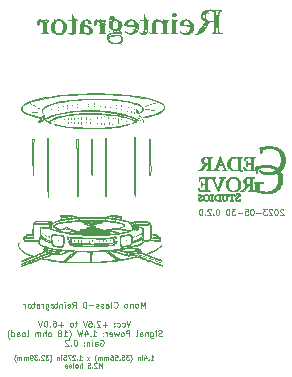
<source format=gbo>
G04 #@! TF.GenerationSoftware,KiCad,Pcbnew,(6.0.0-0)*
G04 #@! TF.CreationDate,2023-05-30T22:12:00-07:00*
G04 #@! TF.ProjectId,breakout,62726561-6b6f-4757-942e-6b696361645f,0.2.0*
G04 #@! TF.SameCoordinates,Original*
G04 #@! TF.FileFunction,Legend,Bot*
G04 #@! TF.FilePolarity,Positive*
%FSLAX46Y46*%
G04 Gerber Fmt 4.6, Leading zero omitted, Abs format (unit mm)*
G04 Created by KiCad (PCBNEW (6.0.0-0)) date 2023-05-30 22:12:00*
%MOMM*%
%LPD*%
G01*
G04 APERTURE LIST*
%ADD10C,0.100000*%
%ADD11C,0.080000*%
%ADD12C,0.063500*%
%ADD13C,0.010000*%
G04 APERTURE END LIST*
D10*
X158195238Y-116091190D02*
X158195238Y-115591190D01*
X158028571Y-115948333D01*
X157861904Y-115591190D01*
X157861904Y-116091190D01*
X157552380Y-116091190D02*
X157600000Y-116067380D01*
X157623809Y-116043571D01*
X157647619Y-115995952D01*
X157647619Y-115853095D01*
X157623809Y-115805476D01*
X157600000Y-115781666D01*
X157552380Y-115757857D01*
X157480952Y-115757857D01*
X157433333Y-115781666D01*
X157409523Y-115805476D01*
X157385714Y-115853095D01*
X157385714Y-115995952D01*
X157409523Y-116043571D01*
X157433333Y-116067380D01*
X157480952Y-116091190D01*
X157552380Y-116091190D01*
X157171428Y-115757857D02*
X157171428Y-116091190D01*
X157171428Y-115805476D02*
X157147619Y-115781666D01*
X157100000Y-115757857D01*
X157028571Y-115757857D01*
X156980952Y-115781666D01*
X156957142Y-115829285D01*
X156957142Y-116091190D01*
X156647619Y-116091190D02*
X156695238Y-116067380D01*
X156719047Y-116043571D01*
X156742857Y-115995952D01*
X156742857Y-115853095D01*
X156719047Y-115805476D01*
X156695238Y-115781666D01*
X156647619Y-115757857D01*
X156576190Y-115757857D01*
X156528571Y-115781666D01*
X156504761Y-115805476D01*
X156480952Y-115853095D01*
X156480952Y-115995952D01*
X156504761Y-116043571D01*
X156528571Y-116067380D01*
X156576190Y-116091190D01*
X156647619Y-116091190D01*
X155600000Y-116043571D02*
X155623809Y-116067380D01*
X155695238Y-116091190D01*
X155742857Y-116091190D01*
X155814285Y-116067380D01*
X155861904Y-116019761D01*
X155885714Y-115972142D01*
X155909523Y-115876904D01*
X155909523Y-115805476D01*
X155885714Y-115710238D01*
X155861904Y-115662619D01*
X155814285Y-115615000D01*
X155742857Y-115591190D01*
X155695238Y-115591190D01*
X155623809Y-115615000D01*
X155600000Y-115638809D01*
X155314285Y-116091190D02*
X155361904Y-116067380D01*
X155385714Y-116019761D01*
X155385714Y-115591190D01*
X154909523Y-116091190D02*
X154909523Y-115829285D01*
X154933333Y-115781666D01*
X154980952Y-115757857D01*
X155076190Y-115757857D01*
X155123809Y-115781666D01*
X154909523Y-116067380D02*
X154957142Y-116091190D01*
X155076190Y-116091190D01*
X155123809Y-116067380D01*
X155147619Y-116019761D01*
X155147619Y-115972142D01*
X155123809Y-115924523D01*
X155076190Y-115900714D01*
X154957142Y-115900714D01*
X154909523Y-115876904D01*
X154695238Y-116067380D02*
X154647619Y-116091190D01*
X154552380Y-116091190D01*
X154504761Y-116067380D01*
X154480952Y-116019761D01*
X154480952Y-115995952D01*
X154504761Y-115948333D01*
X154552380Y-115924523D01*
X154623809Y-115924523D01*
X154671428Y-115900714D01*
X154695238Y-115853095D01*
X154695238Y-115829285D01*
X154671428Y-115781666D01*
X154623809Y-115757857D01*
X154552380Y-115757857D01*
X154504761Y-115781666D01*
X154290476Y-116067380D02*
X154242857Y-116091190D01*
X154147619Y-116091190D01*
X154100000Y-116067380D01*
X154076190Y-116019761D01*
X154076190Y-115995952D01*
X154100000Y-115948333D01*
X154147619Y-115924523D01*
X154219047Y-115924523D01*
X154266666Y-115900714D01*
X154290476Y-115853095D01*
X154290476Y-115829285D01*
X154266666Y-115781666D01*
X154219047Y-115757857D01*
X154147619Y-115757857D01*
X154100000Y-115781666D01*
X153861904Y-115900714D02*
X153480952Y-115900714D01*
X153242857Y-116091190D02*
X153242857Y-115591190D01*
X153123809Y-115591190D01*
X153052380Y-115615000D01*
X153004761Y-115662619D01*
X152980952Y-115710238D01*
X152957142Y-115805476D01*
X152957142Y-115876904D01*
X152980952Y-115972142D01*
X153004761Y-116019761D01*
X153052380Y-116067380D01*
X153123809Y-116091190D01*
X153242857Y-116091190D01*
X152076190Y-116091190D02*
X152242857Y-115853095D01*
X152361904Y-116091190D02*
X152361904Y-115591190D01*
X152171428Y-115591190D01*
X152123809Y-115615000D01*
X152100000Y-115638809D01*
X152076190Y-115686428D01*
X152076190Y-115757857D01*
X152100000Y-115805476D01*
X152123809Y-115829285D01*
X152171428Y-115853095D01*
X152361904Y-115853095D01*
X151671428Y-116067380D02*
X151719047Y-116091190D01*
X151814285Y-116091190D01*
X151861904Y-116067380D01*
X151885714Y-116019761D01*
X151885714Y-115829285D01*
X151861904Y-115781666D01*
X151814285Y-115757857D01*
X151719047Y-115757857D01*
X151671428Y-115781666D01*
X151647619Y-115829285D01*
X151647619Y-115876904D01*
X151885714Y-115924523D01*
X151433333Y-116091190D02*
X151433333Y-115757857D01*
X151433333Y-115591190D02*
X151457142Y-115615000D01*
X151433333Y-115638809D01*
X151409523Y-115615000D01*
X151433333Y-115591190D01*
X151433333Y-115638809D01*
X151195238Y-115757857D02*
X151195238Y-116091190D01*
X151195238Y-115805476D02*
X151171428Y-115781666D01*
X151123809Y-115757857D01*
X151052380Y-115757857D01*
X151004761Y-115781666D01*
X150980952Y-115829285D01*
X150980952Y-116091190D01*
X150814285Y-115757857D02*
X150623809Y-115757857D01*
X150742857Y-115591190D02*
X150742857Y-116019761D01*
X150719047Y-116067380D01*
X150671428Y-116091190D01*
X150623809Y-116091190D01*
X150266666Y-116067380D02*
X150314285Y-116091190D01*
X150409523Y-116091190D01*
X150457142Y-116067380D01*
X150480952Y-116019761D01*
X150480952Y-115829285D01*
X150457142Y-115781666D01*
X150409523Y-115757857D01*
X150314285Y-115757857D01*
X150266666Y-115781666D01*
X150242857Y-115829285D01*
X150242857Y-115876904D01*
X150480952Y-115924523D01*
X149814285Y-115757857D02*
X149814285Y-116162619D01*
X149838095Y-116210238D01*
X149861904Y-116234047D01*
X149909523Y-116257857D01*
X149980952Y-116257857D01*
X150028571Y-116234047D01*
X149814285Y-116067380D02*
X149861904Y-116091190D01*
X149957142Y-116091190D01*
X150004761Y-116067380D01*
X150028571Y-116043571D01*
X150052380Y-115995952D01*
X150052380Y-115853095D01*
X150028571Y-115805476D01*
X150004761Y-115781666D01*
X149957142Y-115757857D01*
X149861904Y-115757857D01*
X149814285Y-115781666D01*
X149576190Y-116091190D02*
X149576190Y-115757857D01*
X149576190Y-115853095D02*
X149552380Y-115805476D01*
X149528571Y-115781666D01*
X149480952Y-115757857D01*
X149433333Y-115757857D01*
X149052380Y-116091190D02*
X149052380Y-115829285D01*
X149076190Y-115781666D01*
X149123809Y-115757857D01*
X149219047Y-115757857D01*
X149266666Y-115781666D01*
X149052380Y-116067380D02*
X149100000Y-116091190D01*
X149219047Y-116091190D01*
X149266666Y-116067380D01*
X149290476Y-116019761D01*
X149290476Y-115972142D01*
X149266666Y-115924523D01*
X149219047Y-115900714D01*
X149100000Y-115900714D01*
X149052380Y-115876904D01*
X148885714Y-115757857D02*
X148695238Y-115757857D01*
X148814285Y-115591190D02*
X148814285Y-116019761D01*
X148790476Y-116067380D01*
X148742857Y-116091190D01*
X148695238Y-116091190D01*
X148457142Y-116091190D02*
X148504761Y-116067380D01*
X148528571Y-116043571D01*
X148552380Y-115995952D01*
X148552380Y-115853095D01*
X148528571Y-115805476D01*
X148504761Y-115781666D01*
X148457142Y-115757857D01*
X148385714Y-115757857D01*
X148338095Y-115781666D01*
X148314285Y-115805476D01*
X148290476Y-115853095D01*
X148290476Y-115995952D01*
X148314285Y-116043571D01*
X148338095Y-116067380D01*
X148385714Y-116091190D01*
X148457142Y-116091190D01*
X148076190Y-116091190D02*
X148076190Y-115757857D01*
X148076190Y-115853095D02*
X148052380Y-115805476D01*
X148028571Y-115781666D01*
X147980952Y-115757857D01*
X147933333Y-115757857D01*
X156992857Y-117201190D02*
X156826190Y-117701190D01*
X156659523Y-117201190D01*
X156278571Y-117677380D02*
X156326190Y-117701190D01*
X156421428Y-117701190D01*
X156469047Y-117677380D01*
X156492857Y-117653571D01*
X156516666Y-117605952D01*
X156516666Y-117463095D01*
X156492857Y-117415476D01*
X156469047Y-117391666D01*
X156421428Y-117367857D01*
X156326190Y-117367857D01*
X156278571Y-117391666D01*
X155850000Y-117677380D02*
X155897619Y-117701190D01*
X155992857Y-117701190D01*
X156040476Y-117677380D01*
X156064285Y-117653571D01*
X156088095Y-117605952D01*
X156088095Y-117463095D01*
X156064285Y-117415476D01*
X156040476Y-117391666D01*
X155992857Y-117367857D01*
X155897619Y-117367857D01*
X155850000Y-117391666D01*
X155635714Y-117653571D02*
X155611904Y-117677380D01*
X155635714Y-117701190D01*
X155659523Y-117677380D01*
X155635714Y-117653571D01*
X155635714Y-117701190D01*
X155635714Y-117391666D02*
X155611904Y-117415476D01*
X155635714Y-117439285D01*
X155659523Y-117415476D01*
X155635714Y-117391666D01*
X155635714Y-117439285D01*
X155016666Y-117510714D02*
X154635714Y-117510714D01*
X154826190Y-117701190D02*
X154826190Y-117320238D01*
X154421428Y-117248809D02*
X154397619Y-117225000D01*
X154350000Y-117201190D01*
X154230952Y-117201190D01*
X154183333Y-117225000D01*
X154159523Y-117248809D01*
X154135714Y-117296428D01*
X154135714Y-117344047D01*
X154159523Y-117415476D01*
X154445238Y-117701190D01*
X154135714Y-117701190D01*
X153921428Y-117653571D02*
X153897619Y-117677380D01*
X153921428Y-117701190D01*
X153945238Y-117677380D01*
X153921428Y-117653571D01*
X153921428Y-117701190D01*
X153445238Y-117201190D02*
X153683333Y-117201190D01*
X153707142Y-117439285D01*
X153683333Y-117415476D01*
X153635714Y-117391666D01*
X153516666Y-117391666D01*
X153469047Y-117415476D01*
X153445238Y-117439285D01*
X153421428Y-117486904D01*
X153421428Y-117605952D01*
X153445238Y-117653571D01*
X153469047Y-117677380D01*
X153516666Y-117701190D01*
X153635714Y-117701190D01*
X153683333Y-117677380D01*
X153707142Y-117653571D01*
X153278571Y-117201190D02*
X153111904Y-117701190D01*
X152945238Y-117201190D01*
X152469047Y-117367857D02*
X152278571Y-117367857D01*
X152397619Y-117201190D02*
X152397619Y-117629761D01*
X152373809Y-117677380D01*
X152326190Y-117701190D01*
X152278571Y-117701190D01*
X152040476Y-117701190D02*
X152088095Y-117677380D01*
X152111904Y-117653571D01*
X152135714Y-117605952D01*
X152135714Y-117463095D01*
X152111904Y-117415476D01*
X152088095Y-117391666D01*
X152040476Y-117367857D01*
X151969047Y-117367857D01*
X151921428Y-117391666D01*
X151897619Y-117415476D01*
X151873809Y-117463095D01*
X151873809Y-117605952D01*
X151897619Y-117653571D01*
X151921428Y-117677380D01*
X151969047Y-117701190D01*
X152040476Y-117701190D01*
X151278571Y-117510714D02*
X150897619Y-117510714D01*
X151088095Y-117701190D02*
X151088095Y-117320238D01*
X150445238Y-117201190D02*
X150540476Y-117201190D01*
X150588095Y-117225000D01*
X150611904Y-117248809D01*
X150659523Y-117320238D01*
X150683333Y-117415476D01*
X150683333Y-117605952D01*
X150659523Y-117653571D01*
X150635714Y-117677380D01*
X150588095Y-117701190D01*
X150492857Y-117701190D01*
X150445238Y-117677380D01*
X150421428Y-117653571D01*
X150397619Y-117605952D01*
X150397619Y-117486904D01*
X150421428Y-117439285D01*
X150445238Y-117415476D01*
X150492857Y-117391666D01*
X150588095Y-117391666D01*
X150635714Y-117415476D01*
X150659523Y-117439285D01*
X150683333Y-117486904D01*
X150183333Y-117653571D02*
X150159523Y-117677380D01*
X150183333Y-117701190D01*
X150207142Y-117677380D01*
X150183333Y-117653571D01*
X150183333Y-117701190D01*
X149850000Y-117201190D02*
X149802380Y-117201190D01*
X149754761Y-117225000D01*
X149730952Y-117248809D01*
X149707142Y-117296428D01*
X149683333Y-117391666D01*
X149683333Y-117510714D01*
X149707142Y-117605952D01*
X149730952Y-117653571D01*
X149754761Y-117677380D01*
X149802380Y-117701190D01*
X149850000Y-117701190D01*
X149897619Y-117677380D01*
X149921428Y-117653571D01*
X149945238Y-117605952D01*
X149969047Y-117510714D01*
X149969047Y-117391666D01*
X149945238Y-117296428D01*
X149921428Y-117248809D01*
X149897619Y-117225000D01*
X149850000Y-117201190D01*
X149540476Y-117201190D02*
X149373809Y-117701190D01*
X149207142Y-117201190D01*
X159635714Y-118482380D02*
X159564285Y-118506190D01*
X159445238Y-118506190D01*
X159397619Y-118482380D01*
X159373809Y-118458571D01*
X159350000Y-118410952D01*
X159350000Y-118363333D01*
X159373809Y-118315714D01*
X159397619Y-118291904D01*
X159445238Y-118268095D01*
X159540476Y-118244285D01*
X159588095Y-118220476D01*
X159611904Y-118196666D01*
X159635714Y-118149047D01*
X159635714Y-118101428D01*
X159611904Y-118053809D01*
X159588095Y-118030000D01*
X159540476Y-118006190D01*
X159421428Y-118006190D01*
X159350000Y-118030000D01*
X159135714Y-118506190D02*
X159135714Y-118172857D01*
X159135714Y-118006190D02*
X159159523Y-118030000D01*
X159135714Y-118053809D01*
X159111904Y-118030000D01*
X159135714Y-118006190D01*
X159135714Y-118053809D01*
X158683333Y-118172857D02*
X158683333Y-118577619D01*
X158707142Y-118625238D01*
X158730952Y-118649047D01*
X158778571Y-118672857D01*
X158850000Y-118672857D01*
X158897619Y-118649047D01*
X158683333Y-118482380D02*
X158730952Y-118506190D01*
X158826190Y-118506190D01*
X158873809Y-118482380D01*
X158897619Y-118458571D01*
X158921428Y-118410952D01*
X158921428Y-118268095D01*
X158897619Y-118220476D01*
X158873809Y-118196666D01*
X158826190Y-118172857D01*
X158730952Y-118172857D01*
X158683333Y-118196666D01*
X158445238Y-118172857D02*
X158445238Y-118506190D01*
X158445238Y-118220476D02*
X158421428Y-118196666D01*
X158373809Y-118172857D01*
X158302380Y-118172857D01*
X158254761Y-118196666D01*
X158230952Y-118244285D01*
X158230952Y-118506190D01*
X157778571Y-118506190D02*
X157778571Y-118244285D01*
X157802380Y-118196666D01*
X157850000Y-118172857D01*
X157945238Y-118172857D01*
X157992857Y-118196666D01*
X157778571Y-118482380D02*
X157826190Y-118506190D01*
X157945238Y-118506190D01*
X157992857Y-118482380D01*
X158016666Y-118434761D01*
X158016666Y-118387142D01*
X157992857Y-118339523D01*
X157945238Y-118315714D01*
X157826190Y-118315714D01*
X157778571Y-118291904D01*
X157469047Y-118506190D02*
X157516666Y-118482380D01*
X157540476Y-118434761D01*
X157540476Y-118006190D01*
X156897619Y-118506190D02*
X156897619Y-118006190D01*
X156707142Y-118006190D01*
X156659523Y-118030000D01*
X156635714Y-118053809D01*
X156611904Y-118101428D01*
X156611904Y-118172857D01*
X156635714Y-118220476D01*
X156659523Y-118244285D01*
X156707142Y-118268095D01*
X156897619Y-118268095D01*
X156326190Y-118506190D02*
X156373809Y-118482380D01*
X156397619Y-118458571D01*
X156421428Y-118410952D01*
X156421428Y-118268095D01*
X156397619Y-118220476D01*
X156373809Y-118196666D01*
X156326190Y-118172857D01*
X156254761Y-118172857D01*
X156207142Y-118196666D01*
X156183333Y-118220476D01*
X156159523Y-118268095D01*
X156159523Y-118410952D01*
X156183333Y-118458571D01*
X156207142Y-118482380D01*
X156254761Y-118506190D01*
X156326190Y-118506190D01*
X155992857Y-118172857D02*
X155897619Y-118506190D01*
X155802380Y-118268095D01*
X155707142Y-118506190D01*
X155611904Y-118172857D01*
X155230952Y-118482380D02*
X155278571Y-118506190D01*
X155373809Y-118506190D01*
X155421428Y-118482380D01*
X155445238Y-118434761D01*
X155445238Y-118244285D01*
X155421428Y-118196666D01*
X155373809Y-118172857D01*
X155278571Y-118172857D01*
X155230952Y-118196666D01*
X155207142Y-118244285D01*
X155207142Y-118291904D01*
X155445238Y-118339523D01*
X154992857Y-118506190D02*
X154992857Y-118172857D01*
X154992857Y-118268095D02*
X154969047Y-118220476D01*
X154945238Y-118196666D01*
X154897619Y-118172857D01*
X154850000Y-118172857D01*
X154683333Y-118458571D02*
X154659523Y-118482380D01*
X154683333Y-118506190D01*
X154707142Y-118482380D01*
X154683333Y-118458571D01*
X154683333Y-118506190D01*
X154683333Y-118196666D02*
X154659523Y-118220476D01*
X154683333Y-118244285D01*
X154707142Y-118220476D01*
X154683333Y-118196666D01*
X154683333Y-118244285D01*
X153802380Y-118506190D02*
X154088095Y-118506190D01*
X153945238Y-118506190D02*
X153945238Y-118006190D01*
X153992857Y-118077619D01*
X154040476Y-118125238D01*
X154088095Y-118149047D01*
X153588095Y-118458571D02*
X153564285Y-118482380D01*
X153588095Y-118506190D01*
X153611904Y-118482380D01*
X153588095Y-118458571D01*
X153588095Y-118506190D01*
X153135714Y-118172857D02*
X153135714Y-118506190D01*
X153254761Y-117982380D02*
X153373809Y-118339523D01*
X153064285Y-118339523D01*
X152921428Y-118006190D02*
X152802380Y-118506190D01*
X152707142Y-118149047D01*
X152611904Y-118506190D01*
X152492857Y-118006190D01*
X151778571Y-118696666D02*
X151802380Y-118672857D01*
X151850000Y-118601428D01*
X151873809Y-118553809D01*
X151897619Y-118482380D01*
X151921428Y-118363333D01*
X151921428Y-118268095D01*
X151897619Y-118149047D01*
X151873809Y-118077619D01*
X151850000Y-118030000D01*
X151802380Y-117958571D01*
X151778571Y-117934761D01*
X151326190Y-118506190D02*
X151611904Y-118506190D01*
X151469047Y-118506190D02*
X151469047Y-118006190D01*
X151516666Y-118077619D01*
X151564285Y-118125238D01*
X151611904Y-118149047D01*
X151040476Y-118220476D02*
X151088095Y-118196666D01*
X151111904Y-118172857D01*
X151135714Y-118125238D01*
X151135714Y-118101428D01*
X151111904Y-118053809D01*
X151088095Y-118030000D01*
X151040476Y-118006190D01*
X150945238Y-118006190D01*
X150897619Y-118030000D01*
X150873809Y-118053809D01*
X150850000Y-118101428D01*
X150850000Y-118125238D01*
X150873809Y-118172857D01*
X150897619Y-118196666D01*
X150945238Y-118220476D01*
X151040476Y-118220476D01*
X151088095Y-118244285D01*
X151111904Y-118268095D01*
X151135714Y-118315714D01*
X151135714Y-118410952D01*
X151111904Y-118458571D01*
X151088095Y-118482380D01*
X151040476Y-118506190D01*
X150945238Y-118506190D01*
X150897619Y-118482380D01*
X150873809Y-118458571D01*
X150850000Y-118410952D01*
X150850000Y-118315714D01*
X150873809Y-118268095D01*
X150897619Y-118244285D01*
X150945238Y-118220476D01*
X150183333Y-118506190D02*
X150230952Y-118482380D01*
X150254761Y-118458571D01*
X150278571Y-118410952D01*
X150278571Y-118268095D01*
X150254761Y-118220476D01*
X150230952Y-118196666D01*
X150183333Y-118172857D01*
X150111904Y-118172857D01*
X150064285Y-118196666D01*
X150040476Y-118220476D01*
X150016666Y-118268095D01*
X150016666Y-118410952D01*
X150040476Y-118458571D01*
X150064285Y-118482380D01*
X150111904Y-118506190D01*
X150183333Y-118506190D01*
X149802380Y-118506190D02*
X149802380Y-118006190D01*
X149588095Y-118506190D02*
X149588095Y-118244285D01*
X149611904Y-118196666D01*
X149659523Y-118172857D01*
X149730952Y-118172857D01*
X149778571Y-118196666D01*
X149802380Y-118220476D01*
X149350000Y-118506190D02*
X149350000Y-118172857D01*
X149350000Y-118220476D02*
X149326190Y-118196666D01*
X149278571Y-118172857D01*
X149207142Y-118172857D01*
X149159523Y-118196666D01*
X149135714Y-118244285D01*
X149135714Y-118506190D01*
X149135714Y-118244285D02*
X149111904Y-118196666D01*
X149064285Y-118172857D01*
X148992857Y-118172857D01*
X148945238Y-118196666D01*
X148921428Y-118244285D01*
X148921428Y-118506190D01*
X148230952Y-118506190D02*
X148278571Y-118482380D01*
X148302380Y-118434761D01*
X148302380Y-118006190D01*
X147969047Y-118506190D02*
X148016666Y-118482380D01*
X148040476Y-118458571D01*
X148064285Y-118410952D01*
X148064285Y-118268095D01*
X148040476Y-118220476D01*
X148016666Y-118196666D01*
X147969047Y-118172857D01*
X147897619Y-118172857D01*
X147850000Y-118196666D01*
X147826190Y-118220476D01*
X147802380Y-118268095D01*
X147802380Y-118410952D01*
X147826190Y-118458571D01*
X147850000Y-118482380D01*
X147897619Y-118506190D01*
X147969047Y-118506190D01*
X147373809Y-118506190D02*
X147373809Y-118244285D01*
X147397619Y-118196666D01*
X147445238Y-118172857D01*
X147540476Y-118172857D01*
X147588095Y-118196666D01*
X147373809Y-118482380D02*
X147421428Y-118506190D01*
X147540476Y-118506190D01*
X147588095Y-118482380D01*
X147611904Y-118434761D01*
X147611904Y-118387142D01*
X147588095Y-118339523D01*
X147540476Y-118315714D01*
X147421428Y-118315714D01*
X147373809Y-118291904D01*
X146921428Y-118506190D02*
X146921428Y-118006190D01*
X146921428Y-118482380D02*
X146969047Y-118506190D01*
X147064285Y-118506190D01*
X147111904Y-118482380D01*
X147135714Y-118458571D01*
X147159523Y-118410952D01*
X147159523Y-118268095D01*
X147135714Y-118220476D01*
X147111904Y-118196666D01*
X147064285Y-118172857D01*
X146969047Y-118172857D01*
X146921428Y-118196666D01*
X146730952Y-118696666D02*
X146707142Y-118672857D01*
X146659523Y-118601428D01*
X146635714Y-118553809D01*
X146611904Y-118482380D01*
X146588095Y-118363333D01*
X146588095Y-118268095D01*
X146611904Y-118149047D01*
X146635714Y-118077619D01*
X146659523Y-118030000D01*
X146707142Y-117958571D01*
X146730952Y-117934761D01*
X154445238Y-118835000D02*
X154492857Y-118811190D01*
X154564285Y-118811190D01*
X154635714Y-118835000D01*
X154683333Y-118882619D01*
X154707142Y-118930238D01*
X154730952Y-119025476D01*
X154730952Y-119096904D01*
X154707142Y-119192142D01*
X154683333Y-119239761D01*
X154635714Y-119287380D01*
X154564285Y-119311190D01*
X154516666Y-119311190D01*
X154445238Y-119287380D01*
X154421428Y-119263571D01*
X154421428Y-119096904D01*
X154516666Y-119096904D01*
X153992857Y-119311190D02*
X153992857Y-119049285D01*
X154016666Y-119001666D01*
X154064285Y-118977857D01*
X154159523Y-118977857D01*
X154207142Y-119001666D01*
X153992857Y-119287380D02*
X154040476Y-119311190D01*
X154159523Y-119311190D01*
X154207142Y-119287380D01*
X154230952Y-119239761D01*
X154230952Y-119192142D01*
X154207142Y-119144523D01*
X154159523Y-119120714D01*
X154040476Y-119120714D01*
X153992857Y-119096904D01*
X153754761Y-119311190D02*
X153754761Y-118977857D01*
X153754761Y-118811190D02*
X153778571Y-118835000D01*
X153754761Y-118858809D01*
X153730952Y-118835000D01*
X153754761Y-118811190D01*
X153754761Y-118858809D01*
X153516666Y-118977857D02*
X153516666Y-119311190D01*
X153516666Y-119025476D02*
X153492857Y-119001666D01*
X153445238Y-118977857D01*
X153373809Y-118977857D01*
X153326190Y-119001666D01*
X153302380Y-119049285D01*
X153302380Y-119311190D01*
X153064285Y-119263571D02*
X153040476Y-119287380D01*
X153064285Y-119311190D01*
X153088095Y-119287380D01*
X153064285Y-119263571D01*
X153064285Y-119311190D01*
X153064285Y-119001666D02*
X153040476Y-119025476D01*
X153064285Y-119049285D01*
X153088095Y-119025476D01*
X153064285Y-119001666D01*
X153064285Y-119049285D01*
X152350000Y-118811190D02*
X152302380Y-118811190D01*
X152254761Y-118835000D01*
X152230952Y-118858809D01*
X152207142Y-118906428D01*
X152183333Y-119001666D01*
X152183333Y-119120714D01*
X152207142Y-119215952D01*
X152230952Y-119263571D01*
X152254761Y-119287380D01*
X152302380Y-119311190D01*
X152350000Y-119311190D01*
X152397619Y-119287380D01*
X152421428Y-119263571D01*
X152445238Y-119215952D01*
X152469047Y-119120714D01*
X152469047Y-119001666D01*
X152445238Y-118906428D01*
X152421428Y-118858809D01*
X152397619Y-118835000D01*
X152350000Y-118811190D01*
X151969047Y-119263571D02*
X151945238Y-119287380D01*
X151969047Y-119311190D01*
X151992857Y-119287380D01*
X151969047Y-119263571D01*
X151969047Y-119311190D01*
X151754761Y-118858809D02*
X151730952Y-118835000D01*
X151683333Y-118811190D01*
X151564285Y-118811190D01*
X151516666Y-118835000D01*
X151492857Y-118858809D01*
X151469047Y-118906428D01*
X151469047Y-118954047D01*
X151492857Y-119025476D01*
X151778571Y-119311190D01*
X151469047Y-119311190D01*
D11*
X158701666Y-120508952D02*
X158930238Y-120508952D01*
X158815952Y-120508952D02*
X158815952Y-120108952D01*
X158854047Y-120166095D01*
X158892142Y-120204190D01*
X158930238Y-120223238D01*
X158530238Y-120470857D02*
X158511190Y-120489904D01*
X158530238Y-120508952D01*
X158549285Y-120489904D01*
X158530238Y-120470857D01*
X158530238Y-120508952D01*
X158168333Y-120242285D02*
X158168333Y-120508952D01*
X158263571Y-120089904D02*
X158358809Y-120375619D01*
X158111190Y-120375619D01*
X157958809Y-120508952D02*
X157958809Y-120242285D01*
X157958809Y-120108952D02*
X157977857Y-120128000D01*
X157958809Y-120147047D01*
X157939761Y-120128000D01*
X157958809Y-120108952D01*
X157958809Y-120147047D01*
X157768333Y-120242285D02*
X157768333Y-120508952D01*
X157768333Y-120280380D02*
X157749285Y-120261333D01*
X157711190Y-120242285D01*
X157654047Y-120242285D01*
X157615952Y-120261333D01*
X157596904Y-120299428D01*
X157596904Y-120508952D01*
X156987380Y-120661333D02*
X157006428Y-120642285D01*
X157044523Y-120585142D01*
X157063571Y-120547047D01*
X157082619Y-120489904D01*
X157101666Y-120394666D01*
X157101666Y-120318476D01*
X157082619Y-120223238D01*
X157063571Y-120166095D01*
X157044523Y-120128000D01*
X157006428Y-120070857D01*
X156987380Y-120051809D01*
X156873095Y-120108952D02*
X156625476Y-120108952D01*
X156758809Y-120261333D01*
X156701666Y-120261333D01*
X156663571Y-120280380D01*
X156644523Y-120299428D01*
X156625476Y-120337523D01*
X156625476Y-120432761D01*
X156644523Y-120470857D01*
X156663571Y-120489904D01*
X156701666Y-120508952D01*
X156815952Y-120508952D01*
X156854047Y-120489904D01*
X156873095Y-120470857D01*
X156263571Y-120108952D02*
X156454047Y-120108952D01*
X156473095Y-120299428D01*
X156454047Y-120280380D01*
X156415952Y-120261333D01*
X156320714Y-120261333D01*
X156282619Y-120280380D01*
X156263571Y-120299428D01*
X156244523Y-120337523D01*
X156244523Y-120432761D01*
X156263571Y-120470857D01*
X156282619Y-120489904D01*
X156320714Y-120508952D01*
X156415952Y-120508952D01*
X156454047Y-120489904D01*
X156473095Y-120470857D01*
X156073095Y-120470857D02*
X156054047Y-120489904D01*
X156073095Y-120508952D01*
X156092142Y-120489904D01*
X156073095Y-120470857D01*
X156073095Y-120508952D01*
X155692142Y-120108952D02*
X155882619Y-120108952D01*
X155901666Y-120299428D01*
X155882619Y-120280380D01*
X155844523Y-120261333D01*
X155749285Y-120261333D01*
X155711190Y-120280380D01*
X155692142Y-120299428D01*
X155673095Y-120337523D01*
X155673095Y-120432761D01*
X155692142Y-120470857D01*
X155711190Y-120489904D01*
X155749285Y-120508952D01*
X155844523Y-120508952D01*
X155882619Y-120489904D01*
X155901666Y-120470857D01*
X155330238Y-120108952D02*
X155406428Y-120108952D01*
X155444523Y-120128000D01*
X155463571Y-120147047D01*
X155501666Y-120204190D01*
X155520714Y-120280380D01*
X155520714Y-120432761D01*
X155501666Y-120470857D01*
X155482619Y-120489904D01*
X155444523Y-120508952D01*
X155368333Y-120508952D01*
X155330238Y-120489904D01*
X155311190Y-120470857D01*
X155292142Y-120432761D01*
X155292142Y-120337523D01*
X155311190Y-120299428D01*
X155330238Y-120280380D01*
X155368333Y-120261333D01*
X155444523Y-120261333D01*
X155482619Y-120280380D01*
X155501666Y-120299428D01*
X155520714Y-120337523D01*
X155120714Y-120508952D02*
X155120714Y-120242285D01*
X155120714Y-120280380D02*
X155101666Y-120261333D01*
X155063571Y-120242285D01*
X155006428Y-120242285D01*
X154968333Y-120261333D01*
X154949285Y-120299428D01*
X154949285Y-120508952D01*
X154949285Y-120299428D02*
X154930238Y-120261333D01*
X154892142Y-120242285D01*
X154835000Y-120242285D01*
X154796904Y-120261333D01*
X154777857Y-120299428D01*
X154777857Y-120508952D01*
X154587380Y-120508952D02*
X154587380Y-120242285D01*
X154587380Y-120280380D02*
X154568333Y-120261333D01*
X154530238Y-120242285D01*
X154473095Y-120242285D01*
X154435000Y-120261333D01*
X154415952Y-120299428D01*
X154415952Y-120508952D01*
X154415952Y-120299428D02*
X154396904Y-120261333D01*
X154358809Y-120242285D01*
X154301666Y-120242285D01*
X154263571Y-120261333D01*
X154244523Y-120299428D01*
X154244523Y-120508952D01*
X154092142Y-120661333D02*
X154073095Y-120642285D01*
X154035000Y-120585142D01*
X154015952Y-120547047D01*
X153996904Y-120489904D01*
X153977857Y-120394666D01*
X153977857Y-120318476D01*
X153996904Y-120223238D01*
X154015952Y-120166095D01*
X154035000Y-120128000D01*
X154073095Y-120070857D01*
X154092142Y-120051809D01*
X153520714Y-120508952D02*
X153311190Y-120242285D01*
X153520714Y-120242285D02*
X153311190Y-120508952D01*
X152644523Y-120508952D02*
X152873095Y-120508952D01*
X152758809Y-120508952D02*
X152758809Y-120108952D01*
X152796904Y-120166095D01*
X152835000Y-120204190D01*
X152873095Y-120223238D01*
X152473095Y-120470857D02*
X152454047Y-120489904D01*
X152473095Y-120508952D01*
X152492142Y-120489904D01*
X152473095Y-120470857D01*
X152473095Y-120508952D01*
X152301666Y-120147047D02*
X152282619Y-120128000D01*
X152244523Y-120108952D01*
X152149285Y-120108952D01*
X152111190Y-120128000D01*
X152092142Y-120147047D01*
X152073095Y-120185142D01*
X152073095Y-120223238D01*
X152092142Y-120280380D01*
X152320714Y-120508952D01*
X152073095Y-120508952D01*
X151939761Y-120108952D02*
X151673095Y-120108952D01*
X151844523Y-120508952D01*
X151330238Y-120108952D02*
X151520714Y-120108952D01*
X151539761Y-120299428D01*
X151520714Y-120280380D01*
X151482619Y-120261333D01*
X151387380Y-120261333D01*
X151349285Y-120280380D01*
X151330238Y-120299428D01*
X151311190Y-120337523D01*
X151311190Y-120432761D01*
X151330238Y-120470857D01*
X151349285Y-120489904D01*
X151387380Y-120508952D01*
X151482619Y-120508952D01*
X151520714Y-120489904D01*
X151539761Y-120470857D01*
X151139761Y-120508952D02*
X151139761Y-120242285D01*
X151139761Y-120108952D02*
X151158809Y-120128000D01*
X151139761Y-120147047D01*
X151120714Y-120128000D01*
X151139761Y-120108952D01*
X151139761Y-120147047D01*
X150949285Y-120242285D02*
X150949285Y-120508952D01*
X150949285Y-120280380D02*
X150930238Y-120261333D01*
X150892142Y-120242285D01*
X150835000Y-120242285D01*
X150796904Y-120261333D01*
X150777857Y-120299428D01*
X150777857Y-120508952D01*
X150168333Y-120661333D02*
X150187380Y-120642285D01*
X150225476Y-120585142D01*
X150244523Y-120547047D01*
X150263571Y-120489904D01*
X150282619Y-120394666D01*
X150282619Y-120318476D01*
X150263571Y-120223238D01*
X150244523Y-120166095D01*
X150225476Y-120128000D01*
X150187380Y-120070857D01*
X150168333Y-120051809D01*
X150054047Y-120108952D02*
X149806428Y-120108952D01*
X149939761Y-120261333D01*
X149882619Y-120261333D01*
X149844523Y-120280380D01*
X149825476Y-120299428D01*
X149806428Y-120337523D01*
X149806428Y-120432761D01*
X149825476Y-120470857D01*
X149844523Y-120489904D01*
X149882619Y-120508952D01*
X149996904Y-120508952D01*
X150035000Y-120489904D01*
X150054047Y-120470857D01*
X149654047Y-120147047D02*
X149635000Y-120128000D01*
X149596904Y-120108952D01*
X149501666Y-120108952D01*
X149463571Y-120128000D01*
X149444523Y-120147047D01*
X149425476Y-120185142D01*
X149425476Y-120223238D01*
X149444523Y-120280380D01*
X149673095Y-120508952D01*
X149425476Y-120508952D01*
X149254047Y-120470857D02*
X149235000Y-120489904D01*
X149254047Y-120508952D01*
X149273095Y-120489904D01*
X149254047Y-120470857D01*
X149254047Y-120508952D01*
X149101666Y-120108952D02*
X148854047Y-120108952D01*
X148987380Y-120261333D01*
X148930238Y-120261333D01*
X148892142Y-120280380D01*
X148873095Y-120299428D01*
X148854047Y-120337523D01*
X148854047Y-120432761D01*
X148873095Y-120470857D01*
X148892142Y-120489904D01*
X148930238Y-120508952D01*
X149044523Y-120508952D01*
X149082619Y-120489904D01*
X149101666Y-120470857D01*
X148663571Y-120508952D02*
X148587380Y-120508952D01*
X148549285Y-120489904D01*
X148530238Y-120470857D01*
X148492142Y-120413714D01*
X148473095Y-120337523D01*
X148473095Y-120185142D01*
X148492142Y-120147047D01*
X148511190Y-120128000D01*
X148549285Y-120108952D01*
X148625476Y-120108952D01*
X148663571Y-120128000D01*
X148682619Y-120147047D01*
X148701666Y-120185142D01*
X148701666Y-120280380D01*
X148682619Y-120318476D01*
X148663571Y-120337523D01*
X148625476Y-120356571D01*
X148549285Y-120356571D01*
X148511190Y-120337523D01*
X148492142Y-120318476D01*
X148473095Y-120280380D01*
X148301666Y-120508952D02*
X148301666Y-120242285D01*
X148301666Y-120280380D02*
X148282619Y-120261333D01*
X148244523Y-120242285D01*
X148187380Y-120242285D01*
X148149285Y-120261333D01*
X148130238Y-120299428D01*
X148130238Y-120508952D01*
X148130238Y-120299428D02*
X148111190Y-120261333D01*
X148073095Y-120242285D01*
X148015952Y-120242285D01*
X147977857Y-120261333D01*
X147958809Y-120299428D01*
X147958809Y-120508952D01*
X147768333Y-120508952D02*
X147768333Y-120242285D01*
X147768333Y-120280380D02*
X147749285Y-120261333D01*
X147711190Y-120242285D01*
X147654047Y-120242285D01*
X147615952Y-120261333D01*
X147596904Y-120299428D01*
X147596904Y-120508952D01*
X147596904Y-120299428D02*
X147577857Y-120261333D01*
X147539761Y-120242285D01*
X147482619Y-120242285D01*
X147444523Y-120261333D01*
X147425476Y-120299428D01*
X147425476Y-120508952D01*
X147273095Y-120661333D02*
X147254047Y-120642285D01*
X147215952Y-120585142D01*
X147196904Y-120547047D01*
X147177857Y-120489904D01*
X147158809Y-120394666D01*
X147158809Y-120318476D01*
X147177857Y-120223238D01*
X147196904Y-120166095D01*
X147215952Y-120128000D01*
X147254047Y-120070857D01*
X147273095Y-120051809D01*
X154596904Y-121152952D02*
X154596904Y-120752952D01*
X154463571Y-121038666D01*
X154330238Y-120752952D01*
X154330238Y-121152952D01*
X154158809Y-120791047D02*
X154139761Y-120772000D01*
X154101666Y-120752952D01*
X154006428Y-120752952D01*
X153968333Y-120772000D01*
X153949285Y-120791047D01*
X153930238Y-120829142D01*
X153930238Y-120867238D01*
X153949285Y-120924380D01*
X154177857Y-121152952D01*
X153930238Y-121152952D01*
X153758809Y-121114857D02*
X153739761Y-121133904D01*
X153758809Y-121152952D01*
X153777857Y-121133904D01*
X153758809Y-121114857D01*
X153758809Y-121152952D01*
X153377857Y-120752952D02*
X153568333Y-120752952D01*
X153587380Y-120943428D01*
X153568333Y-120924380D01*
X153530238Y-120905333D01*
X153435000Y-120905333D01*
X153396904Y-120924380D01*
X153377857Y-120943428D01*
X153358809Y-120981523D01*
X153358809Y-121076761D01*
X153377857Y-121114857D01*
X153396904Y-121133904D01*
X153435000Y-121152952D01*
X153530238Y-121152952D01*
X153568333Y-121133904D01*
X153587380Y-121114857D01*
X152882619Y-121152952D02*
X152882619Y-120752952D01*
X152711190Y-121152952D02*
X152711190Y-120943428D01*
X152730238Y-120905333D01*
X152768333Y-120886285D01*
X152825476Y-120886285D01*
X152863571Y-120905333D01*
X152882619Y-120924380D01*
X152463571Y-121152952D02*
X152501666Y-121133904D01*
X152520714Y-121114857D01*
X152539761Y-121076761D01*
X152539761Y-120962476D01*
X152520714Y-120924380D01*
X152501666Y-120905333D01*
X152463571Y-120886285D01*
X152406428Y-120886285D01*
X152368333Y-120905333D01*
X152349285Y-120924380D01*
X152330238Y-120962476D01*
X152330238Y-121076761D01*
X152349285Y-121114857D01*
X152368333Y-121133904D01*
X152406428Y-121152952D01*
X152463571Y-121152952D01*
X152101666Y-121152952D02*
X152139761Y-121133904D01*
X152158809Y-121095809D01*
X152158809Y-120752952D01*
X151796904Y-121133904D02*
X151835000Y-121152952D01*
X151911190Y-121152952D01*
X151949285Y-121133904D01*
X151968333Y-121095809D01*
X151968333Y-120943428D01*
X151949285Y-120905333D01*
X151911190Y-120886285D01*
X151835000Y-120886285D01*
X151796904Y-120905333D01*
X151777857Y-120943428D01*
X151777857Y-120981523D01*
X151968333Y-121019619D01*
X151625476Y-121133904D02*
X151587380Y-121152952D01*
X151511190Y-121152952D01*
X151473095Y-121133904D01*
X151454047Y-121095809D01*
X151454047Y-121076761D01*
X151473095Y-121038666D01*
X151511190Y-121019619D01*
X151568333Y-121019619D01*
X151606428Y-121000571D01*
X151625476Y-120962476D01*
X151625476Y-120943428D01*
X151606428Y-120905333D01*
X151568333Y-120886285D01*
X151511190Y-120886285D01*
X151473095Y-120905333D01*
D10*
X169941428Y-107773809D02*
X169917619Y-107750000D01*
X169870000Y-107726190D01*
X169750952Y-107726190D01*
X169703333Y-107750000D01*
X169679523Y-107773809D01*
X169655714Y-107821428D01*
X169655714Y-107869047D01*
X169679523Y-107940476D01*
X169965238Y-108226190D01*
X169655714Y-108226190D01*
X169346190Y-107726190D02*
X169298571Y-107726190D01*
X169250952Y-107750000D01*
X169227142Y-107773809D01*
X169203333Y-107821428D01*
X169179523Y-107916666D01*
X169179523Y-108035714D01*
X169203333Y-108130952D01*
X169227142Y-108178571D01*
X169250952Y-108202380D01*
X169298571Y-108226190D01*
X169346190Y-108226190D01*
X169393809Y-108202380D01*
X169417619Y-108178571D01*
X169441428Y-108130952D01*
X169465238Y-108035714D01*
X169465238Y-107916666D01*
X169441428Y-107821428D01*
X169417619Y-107773809D01*
X169393809Y-107750000D01*
X169346190Y-107726190D01*
X168989047Y-107773809D02*
X168965238Y-107750000D01*
X168917619Y-107726190D01*
X168798571Y-107726190D01*
X168750952Y-107750000D01*
X168727142Y-107773809D01*
X168703333Y-107821428D01*
X168703333Y-107869047D01*
X168727142Y-107940476D01*
X169012857Y-108226190D01*
X168703333Y-108226190D01*
X168536666Y-107726190D02*
X168227142Y-107726190D01*
X168393809Y-107916666D01*
X168322380Y-107916666D01*
X168274761Y-107940476D01*
X168250952Y-107964285D01*
X168227142Y-108011904D01*
X168227142Y-108130952D01*
X168250952Y-108178571D01*
X168274761Y-108202380D01*
X168322380Y-108226190D01*
X168465238Y-108226190D01*
X168512857Y-108202380D01*
X168536666Y-108178571D01*
X168012857Y-108035714D02*
X167631904Y-108035714D01*
X167298571Y-107726190D02*
X167250952Y-107726190D01*
X167203333Y-107750000D01*
X167179523Y-107773809D01*
X167155714Y-107821428D01*
X167131904Y-107916666D01*
X167131904Y-108035714D01*
X167155714Y-108130952D01*
X167179523Y-108178571D01*
X167203333Y-108202380D01*
X167250952Y-108226190D01*
X167298571Y-108226190D01*
X167346190Y-108202380D01*
X167370000Y-108178571D01*
X167393809Y-108130952D01*
X167417619Y-108035714D01*
X167417619Y-107916666D01*
X167393809Y-107821428D01*
X167370000Y-107773809D01*
X167346190Y-107750000D01*
X167298571Y-107726190D01*
X166679523Y-107726190D02*
X166917619Y-107726190D01*
X166941428Y-107964285D01*
X166917619Y-107940476D01*
X166870000Y-107916666D01*
X166750952Y-107916666D01*
X166703333Y-107940476D01*
X166679523Y-107964285D01*
X166655714Y-108011904D01*
X166655714Y-108130952D01*
X166679523Y-108178571D01*
X166703333Y-108202380D01*
X166750952Y-108226190D01*
X166870000Y-108226190D01*
X166917619Y-108202380D01*
X166941428Y-108178571D01*
X166441428Y-108035714D02*
X166060476Y-108035714D01*
X165870000Y-107726190D02*
X165560476Y-107726190D01*
X165727142Y-107916666D01*
X165655714Y-107916666D01*
X165608095Y-107940476D01*
X165584285Y-107964285D01*
X165560476Y-108011904D01*
X165560476Y-108130952D01*
X165584285Y-108178571D01*
X165608095Y-108202380D01*
X165655714Y-108226190D01*
X165798571Y-108226190D01*
X165846190Y-108202380D01*
X165870000Y-108178571D01*
X165250952Y-107726190D02*
X165203333Y-107726190D01*
X165155714Y-107750000D01*
X165131904Y-107773809D01*
X165108095Y-107821428D01*
X165084285Y-107916666D01*
X165084285Y-108035714D01*
X165108095Y-108130952D01*
X165131904Y-108178571D01*
X165155714Y-108202380D01*
X165203333Y-108226190D01*
X165250952Y-108226190D01*
X165298571Y-108202380D01*
X165322380Y-108178571D01*
X165346190Y-108130952D01*
X165370000Y-108035714D01*
X165370000Y-107916666D01*
X165346190Y-107821428D01*
X165322380Y-107773809D01*
X165298571Y-107750000D01*
X165250952Y-107726190D01*
X164393809Y-107726190D02*
X164346190Y-107726190D01*
X164298571Y-107750000D01*
X164274761Y-107773809D01*
X164250952Y-107821428D01*
X164227142Y-107916666D01*
X164227142Y-108035714D01*
X164250952Y-108130952D01*
X164274761Y-108178571D01*
X164298571Y-108202380D01*
X164346190Y-108226190D01*
X164393809Y-108226190D01*
X164441428Y-108202380D01*
X164465238Y-108178571D01*
X164489047Y-108130952D01*
X164512857Y-108035714D01*
X164512857Y-107916666D01*
X164489047Y-107821428D01*
X164465238Y-107773809D01*
X164441428Y-107750000D01*
X164393809Y-107726190D01*
X164012857Y-108178571D02*
X163989047Y-108202380D01*
X164012857Y-108226190D01*
X164036666Y-108202380D01*
X164012857Y-108178571D01*
X164012857Y-108226190D01*
X163798571Y-107773809D02*
X163774761Y-107750000D01*
X163727142Y-107726190D01*
X163608095Y-107726190D01*
X163560476Y-107750000D01*
X163536666Y-107773809D01*
X163512857Y-107821428D01*
X163512857Y-107869047D01*
X163536666Y-107940476D01*
X163822380Y-108226190D01*
X163512857Y-108226190D01*
X163298571Y-108178571D02*
X163274761Y-108202380D01*
X163298571Y-108226190D01*
X163322380Y-108202380D01*
X163298571Y-108178571D01*
X163298571Y-108226190D01*
X162965238Y-107726190D02*
X162917619Y-107726190D01*
X162870000Y-107750000D01*
X162846190Y-107773809D01*
X162822380Y-107821428D01*
X162798571Y-107916666D01*
X162798571Y-108035714D01*
X162822380Y-108130952D01*
X162846190Y-108178571D01*
X162870000Y-108202380D01*
X162917619Y-108226190D01*
X162965238Y-108226190D01*
X163012857Y-108202380D01*
X163036666Y-108178571D01*
X163060476Y-108130952D01*
X163084285Y-108035714D01*
X163084285Y-107916666D01*
X163060476Y-107821428D01*
X163036666Y-107773809D01*
X163012857Y-107750000D01*
X162965238Y-107726190D01*
G36*
X152279637Y-99987390D02*
G01*
X152290436Y-100021983D01*
X152294704Y-100079653D01*
X152293718Y-100108552D01*
X152286030Y-100157147D01*
X152273215Y-100176354D01*
X152266793Y-100171917D01*
X152255994Y-100137323D01*
X152251726Y-100079653D01*
X152252712Y-100050754D01*
X152260399Y-100002159D01*
X152273215Y-99982953D01*
X152279637Y-99987390D01*
G37*
G36*
X155121387Y-99961501D02*
G01*
X155157971Y-99982340D01*
X155185104Y-100032704D01*
X155195719Y-100099730D01*
X155190232Y-100136433D01*
X155174230Y-100154865D01*
X155162583Y-100148618D01*
X155152741Y-100115994D01*
X155146346Y-100084146D01*
X155121191Y-100035410D01*
X155098005Y-100000614D01*
X155092343Y-99970615D01*
X155119752Y-99961464D01*
X155121387Y-99961501D01*
G37*
D12*
X147502756Y-110596298D02*
X147488284Y-110647036D01*
X147488284Y-110647036D02*
X147482790Y-110718650D01*
X147482790Y-110718650D02*
X147486361Y-110800543D01*
X147486361Y-110800543D02*
X147499085Y-110882121D01*
X147499085Y-110882121D02*
X147521049Y-110952787D01*
X147521049Y-110952787D02*
X147522993Y-110957178D01*
X147522993Y-110957178D02*
X147594415Y-111072128D01*
X147594415Y-111072128D02*
X147703120Y-111189705D01*
X147703120Y-111189705D02*
X147843879Y-111306243D01*
X147843879Y-111306243D02*
X148011459Y-111418076D01*
X148011459Y-111418076D02*
X148200629Y-111521536D01*
X148200629Y-111521536D02*
X148406160Y-111612958D01*
X148406160Y-111612958D02*
X148518012Y-111654608D01*
X148518012Y-111654608D02*
X148588932Y-111680691D01*
X148588932Y-111680691D02*
X148640457Y-111702342D01*
X148640457Y-111702342D02*
X148662389Y-111715238D01*
X148662389Y-111715238D02*
X148662562Y-111715876D01*
X148662562Y-111715876D02*
X148643524Y-111726989D01*
X148643524Y-111726989D02*
X148590416Y-111752233D01*
X148590416Y-111752233D02*
X148508801Y-111789115D01*
X148508801Y-111789115D02*
X148404243Y-111835144D01*
X148404243Y-111835144D02*
X148282303Y-111887825D01*
X148282303Y-111887825D02*
X148210014Y-111918659D01*
X148210014Y-111918659D02*
X148047980Y-111987834D01*
X148047980Y-111987834D02*
X147922010Y-112042623D01*
X147922010Y-112042623D02*
X147828383Y-112084900D01*
X147828383Y-112084900D02*
X147763381Y-112116544D01*
X147763381Y-112116544D02*
X147723285Y-112139429D01*
X147723285Y-112139429D02*
X147704375Y-112155432D01*
X147704375Y-112155432D02*
X147702931Y-112166428D01*
X147702931Y-112166428D02*
X147708919Y-112171412D01*
X147708919Y-112171412D02*
X147733089Y-112166113D01*
X147733089Y-112166113D02*
X147791181Y-112145641D01*
X147791181Y-112145641D02*
X147877781Y-112112141D01*
X147877781Y-112112141D02*
X147987475Y-112067756D01*
X147987475Y-112067756D02*
X148114849Y-112014632D01*
X148114849Y-112014632D02*
X148242114Y-111960261D01*
X148242114Y-111960261D02*
X148425782Y-111882113D01*
X148425782Y-111882113D02*
X148572146Y-111822473D01*
X148572146Y-111822473D02*
X148682462Y-111780871D01*
X148682462Y-111780871D02*
X148757988Y-111756840D01*
X148757988Y-111756840D02*
X148799980Y-111749909D01*
X148799980Y-111749909D02*
X148804497Y-111750542D01*
X148804497Y-111750542D02*
X148863335Y-111746232D01*
X148863335Y-111746232D02*
X148913856Y-111721491D01*
X148913856Y-111721491D02*
X148972695Y-111681832D01*
X148972695Y-111681832D02*
X149040231Y-111636645D01*
X149040231Y-111636645D02*
X149052824Y-111628261D01*
X149052824Y-111628261D02*
X149097966Y-111603308D01*
X149097966Y-111603308D02*
X149174920Y-111566197D01*
X149174920Y-111566197D02*
X149275552Y-111520623D01*
X149275552Y-111520623D02*
X149391731Y-111470283D01*
X149391731Y-111470283D02*
X149498242Y-111425846D01*
X149498242Y-111425846D02*
X149614494Y-111376853D01*
X149614494Y-111376853D02*
X149715650Y-111331592D01*
X149715650Y-111331592D02*
X149795452Y-111293081D01*
X149795452Y-111293081D02*
X149847642Y-111264336D01*
X149847642Y-111264336D02*
X149865968Y-111248562D01*
X149865968Y-111248562D02*
X149852972Y-111225343D01*
X149852972Y-111225343D02*
X149811086Y-111227837D01*
X149811086Y-111227837D02*
X149737891Y-111256279D01*
X149737891Y-111256279D02*
X149725432Y-111262141D01*
X149725432Y-111262141D02*
X149681386Y-111282283D01*
X149681386Y-111282283D02*
X149604767Y-111316355D01*
X149604767Y-111316355D02*
X149502490Y-111361323D01*
X149502490Y-111361323D02*
X149381473Y-111414152D01*
X149381473Y-111414152D02*
X149248629Y-111471807D01*
X149248629Y-111471807D02*
X149181996Y-111500606D01*
X149181996Y-111500606D02*
X148723179Y-111698631D01*
X148723179Y-111698631D02*
X148591048Y-111651200D01*
X148591048Y-111651200D02*
X148500029Y-111616936D01*
X148500029Y-111616936D02*
X148394452Y-111574891D01*
X148394452Y-111574891D02*
X148308494Y-111538979D01*
X148308494Y-111538979D02*
X148099938Y-111438030D01*
X148099938Y-111438030D02*
X147918935Y-111327756D01*
X147918935Y-111327756D02*
X147767650Y-111210658D01*
X147767650Y-111210658D02*
X147648247Y-111089238D01*
X147648247Y-111089238D02*
X147562893Y-110965997D01*
X147562893Y-110965997D02*
X147513753Y-110843437D01*
X147513753Y-110843437D02*
X147502991Y-110724061D01*
X147502991Y-110724061D02*
X147523614Y-110632152D01*
X147523614Y-110632152D02*
X147533024Y-110592467D01*
X147533024Y-110592467D02*
X147526120Y-110577031D01*
X147526120Y-110577031D02*
X147502756Y-110596298D01*
G36*
X156463570Y-100444966D02*
G01*
X156452826Y-100455711D01*
X156442081Y-100444966D01*
X156452826Y-100434222D01*
X156463570Y-100444966D01*
G37*
G36*
X157448268Y-108931987D02*
G01*
X157447024Y-108949935D01*
X157419831Y-108965356D01*
X157400069Y-108959708D01*
X157391688Y-108927750D01*
X157405126Y-108900525D01*
X157429672Y-108898979D01*
X157448268Y-108931987D01*
G37*
G36*
X154099571Y-110376831D02*
G01*
X154110879Y-110412049D01*
X154107151Y-110475470D01*
X154104558Y-110489844D01*
X154091515Y-110536659D01*
X154078165Y-110555542D01*
X154071604Y-110553211D01*
X154056026Y-110524240D01*
X154047649Y-110475840D01*
X154048376Y-110425419D01*
X154060111Y-110390387D01*
X154076318Y-110375409D01*
X154099571Y-110376831D01*
G37*
G36*
X150580718Y-100264309D02*
G01*
X150596154Y-100285802D01*
X150584077Y-100335640D01*
X150582918Y-100338491D01*
X150562245Y-100359033D01*
X150541835Y-100345307D01*
X150532606Y-100304020D01*
X150538461Y-100280121D01*
X150564839Y-100262310D01*
X150580718Y-100264309D01*
G37*
G36*
X153438842Y-98785478D02*
G01*
X153452832Y-98817801D01*
X153454314Y-98860776D01*
X153440784Y-98894177D01*
X153439145Y-98895807D01*
X153424262Y-98906239D01*
X153415709Y-98891968D01*
X153407548Y-98844036D01*
X153407020Y-98796511D01*
X153426598Y-98779569D01*
X153438842Y-98785478D01*
G37*
G36*
X157241529Y-110040940D02*
G01*
X157255319Y-110065569D01*
X157257861Y-110108412D01*
X157249806Y-110150872D01*
X157231802Y-110174351D01*
X157224899Y-110175368D01*
X157204053Y-110157495D01*
X157195115Y-110117222D01*
X157202567Y-110070476D01*
X157210074Y-110056909D01*
X157236500Y-110039806D01*
X157241529Y-110040940D01*
G37*
G36*
X157092941Y-99111729D02*
G01*
X157115673Y-99137361D01*
X157125654Y-99193232D01*
X157126436Y-99205389D01*
X157123174Y-99254704D01*
X157109537Y-99273816D01*
X157094460Y-99260118D01*
X157086751Y-99219419D01*
X157079049Y-99181273D01*
X157054518Y-99152653D01*
X157024456Y-99130320D01*
X157031269Y-99110271D01*
X157070635Y-99105781D01*
X157092941Y-99111729D01*
G37*
G36*
X153433621Y-98983714D02*
G01*
X153422876Y-98994459D01*
X153412132Y-98983714D01*
X153422876Y-98972970D01*
X153433621Y-98983714D01*
G37*
G36*
X149684140Y-109825581D02*
G01*
X149709270Y-109842195D01*
X149716024Y-109889383D01*
X149714649Y-109913628D01*
X149700686Y-109948869D01*
X149677184Y-109944232D01*
X149651025Y-109898728D01*
X149644282Y-109880873D01*
X149632522Y-109841746D01*
X149640911Y-109827113D01*
X149673046Y-109824916D01*
X149684140Y-109825581D01*
G37*
G36*
X157697484Y-109934048D02*
G01*
X157699188Y-109953850D01*
X157694777Y-109960281D01*
X157676431Y-109975339D01*
X157674286Y-109974780D01*
X157666954Y-109953850D01*
X157667829Y-109947960D01*
X157689712Y-109932361D01*
X157697484Y-109934048D01*
G37*
G36*
X156214191Y-98898296D02*
G01*
X156237871Y-98944746D01*
X156247997Y-98999831D01*
X156243466Y-99040383D01*
X156230451Y-99058926D01*
X156210959Y-99042334D01*
X156188696Y-98999592D01*
X156170045Y-98946664D01*
X156160598Y-98899557D01*
X156165946Y-98874278D01*
X156185084Y-98872917D01*
X156214191Y-98898296D01*
G37*
G36*
X156557340Y-99321665D02*
G01*
X156564919Y-99356634D01*
X156570722Y-99408122D01*
X156570691Y-99412055D01*
X156560832Y-99442349D01*
X156538818Y-99436602D01*
X156512454Y-99396387D01*
X156501107Y-99355665D01*
X156517112Y-99309930D01*
X156529880Y-99293531D01*
X156545211Y-99288251D01*
X156557340Y-99321665D01*
G37*
X151737463Y-108222777D02*
X151703905Y-108224207D01*
X151703905Y-108224207D02*
X151509405Y-108233120D01*
X151509405Y-108233120D02*
X151354474Y-108240650D01*
X151354474Y-108240650D02*
X151235732Y-108247002D01*
X151235732Y-108247002D02*
X151149800Y-108252383D01*
X151149800Y-108252383D02*
X151093298Y-108256997D01*
X151093298Y-108256997D02*
X151062848Y-108261051D01*
X151062848Y-108261051D02*
X151055246Y-108263640D01*
X151055246Y-108263640D02*
X151056167Y-108287169D01*
X151056167Y-108287169D02*
X151069230Y-108329849D01*
X151069230Y-108329849D02*
X151092308Y-108430806D01*
X151092308Y-108430806D02*
X151086273Y-108524666D01*
X151086273Y-108524666D02*
X151054106Y-108602722D01*
X151054106Y-108602722D02*
X150998791Y-108656265D01*
X150998791Y-108656265D02*
X150951370Y-108673887D01*
X150951370Y-108673887D02*
X150875927Y-108691529D01*
X150875927Y-108691529D02*
X150787497Y-108717380D01*
X150787497Y-108717380D02*
X150696923Y-108747601D01*
X150696923Y-108747601D02*
X150615045Y-108778353D01*
X150615045Y-108778353D02*
X150552706Y-108805795D01*
X150552706Y-108805795D02*
X150520748Y-108826089D01*
X150520748Y-108826089D02*
X150520400Y-108826511D01*
X150520400Y-108826511D02*
X150486576Y-108851297D01*
X150486576Y-108851297D02*
X150429892Y-108878153D01*
X150429892Y-108878153D02*
X150409279Y-108885804D01*
X150409279Y-108885804D02*
X150353980Y-108903236D01*
X150353980Y-108903236D02*
X150326284Y-108903818D01*
X150326284Y-108903818D02*
X150313541Y-108885762D01*
X150313541Y-108885762D02*
X150309475Y-108871698D01*
X150309475Y-108871698D02*
X150307782Y-108831256D01*
X150307782Y-108831256D02*
X150316692Y-108815565D01*
X150316692Y-108815565D02*
X150319564Y-108799269D01*
X150319564Y-108799269D02*
X150207155Y-108799269D01*
X150207155Y-108799269D02*
X150131713Y-108870419D01*
X150131713Y-108870419D02*
X150096935Y-108900528D01*
X150096935Y-108900528D02*
X150060855Y-108923080D01*
X150060855Y-108923080D02*
X150017211Y-108938874D01*
X150017211Y-108938874D02*
X149959741Y-108948712D01*
X149959741Y-108948712D02*
X149882180Y-108953393D01*
X149882180Y-108953393D02*
X149778267Y-108953718D01*
X149778267Y-108953718D02*
X149641740Y-108950488D01*
X149641740Y-108950488D02*
X149533367Y-108946889D01*
X149533367Y-108946889D02*
X149397275Y-108942917D01*
X149397275Y-108942917D02*
X149258582Y-108940246D01*
X149258582Y-108940246D02*
X149130861Y-108939048D01*
X149130861Y-108939048D02*
X149027687Y-108939496D01*
X149027687Y-108939496D02*
X148999531Y-108940084D01*
X148999531Y-108940084D02*
X148809519Y-108945327D01*
X148809519Y-108945327D02*
X148855975Y-108880086D01*
X148855975Y-108880086D02*
X148900277Y-108828850D01*
X148900277Y-108828850D02*
X148945696Y-108791796D01*
X148945696Y-108791796D02*
X148949216Y-108789806D01*
X148949216Y-108789806D02*
X148979357Y-108780464D01*
X148979357Y-108780464D02*
X149031829Y-108773876D01*
X149031829Y-108773876D02*
X149109822Y-108770028D01*
X149109822Y-108770028D02*
X149216526Y-108768904D01*
X149216526Y-108768904D02*
X149355131Y-108770492D01*
X149355131Y-108770492D02*
X149528827Y-108774776D01*
X149528827Y-108774776D02*
X149740802Y-108781741D01*
X149740802Y-108781741D02*
X149848772Y-108785717D01*
X149848772Y-108785717D02*
X150207155Y-108799269D01*
X150207155Y-108799269D02*
X150319564Y-108799269D01*
X150319564Y-108799269D02*
X150320870Y-108791859D01*
X150320870Y-108791859D02*
X150307809Y-108765990D01*
X150307809Y-108765990D02*
X150296884Y-108755273D01*
X150296884Y-108755273D02*
X150278395Y-108746634D01*
X150278395Y-108746634D02*
X150247758Y-108739765D01*
X150247758Y-108739765D02*
X150200390Y-108734360D01*
X150200390Y-108734360D02*
X150131707Y-108730110D01*
X150131707Y-108730110D02*
X150037127Y-108726710D01*
X150037127Y-108726710D02*
X149912067Y-108723852D01*
X149912067Y-108723852D02*
X149751942Y-108721228D01*
X149751942Y-108721228D02*
X149611030Y-108719294D01*
X149611030Y-108719294D02*
X148941982Y-108710523D01*
X148941982Y-108710523D02*
X148837751Y-108821822D01*
X148837751Y-108821822D02*
X148733521Y-108933122D01*
X148733521Y-108933122D02*
X148720442Y-109158757D01*
X148720442Y-109158757D02*
X148712496Y-109263370D01*
X148712496Y-109263370D02*
X148701753Y-109361348D01*
X148701753Y-109361348D02*
X148689899Y-109438748D01*
X148689899Y-109438748D02*
X148682901Y-109469690D01*
X148682901Y-109469690D02*
X148669872Y-109554439D01*
X148669872Y-109554439D02*
X148669802Y-109662536D01*
X148669802Y-109662536D02*
X148672796Y-109700697D01*
X148672796Y-109700697D02*
X148687154Y-109846405D01*
X148687154Y-109846405D02*
X148438729Y-109846405D01*
X148438729Y-109846405D02*
X148324487Y-109847729D01*
X148324487Y-109847729D02*
X148248259Y-109852056D01*
X148248259Y-109852056D02*
X148205154Y-109859914D01*
X148205154Y-109859914D02*
X148190281Y-109871831D01*
X148190281Y-109871831D02*
X148190158Y-109873266D01*
X148190158Y-109873266D02*
X148172281Y-109903057D01*
X148172281Y-109903057D02*
X148126516Y-109941989D01*
X148126516Y-109941989D02*
X148064292Y-109981843D01*
X148064292Y-109981843D02*
X147997035Y-110014402D01*
X147997035Y-110014402D02*
X147990238Y-110017028D01*
X147990238Y-110017028D02*
X147951925Y-110038985D01*
X147951925Y-110038985D02*
X147942817Y-110060661D01*
X147942817Y-110060661D02*
X147943156Y-110061254D01*
X147943156Y-110061254D02*
X147939958Y-110080945D01*
X147939958Y-110080945D02*
X147930712Y-110082784D01*
X147930712Y-110082784D02*
X147916505Y-110096069D01*
X147916505Y-110096069D02*
X147914697Y-110140045D01*
X147914697Y-110140045D02*
X147920975Y-110195601D01*
X147920975Y-110195601D02*
X147931294Y-110271591D01*
X147931294Y-110271591D02*
X147939541Y-110338087D01*
X147939541Y-110338087D02*
X147942138Y-110362141D01*
X147942138Y-110362141D02*
X147947286Y-110415863D01*
X147947286Y-110415863D02*
X148560416Y-110410370D01*
X148560416Y-110410370D02*
X149173546Y-110404878D01*
X149173546Y-110404878D02*
X149163332Y-110496326D01*
X149163332Y-110496326D02*
X149162439Y-110568732D01*
X149162439Y-110568732D02*
X149183134Y-110623525D01*
X149183134Y-110623525D02*
X149199821Y-110646959D01*
X149199821Y-110646959D02*
X149283549Y-110727563D01*
X149283549Y-110727563D02*
X149404422Y-110806654D01*
X149404422Y-110806654D02*
X149556664Y-110880523D01*
X149556664Y-110880523D02*
X149576345Y-110888688D01*
X149576345Y-110888688D02*
X149676002Y-110931252D01*
X149676002Y-110931252D02*
X149735367Y-110961266D01*
X149735367Y-110961266D02*
X149755122Y-110979147D01*
X149755122Y-110979147D02*
X149735949Y-110985313D01*
X149735949Y-110985313D02*
X149734397Y-110985322D01*
X149734397Y-110985322D02*
X149686026Y-111004781D01*
X149686026Y-111004781D02*
X149648834Y-111055290D01*
X149648834Y-111055290D02*
X149630712Y-111125047D01*
X149630712Y-111125047D02*
X149630068Y-111141361D01*
X149630068Y-111141361D02*
X149636560Y-111198318D01*
X149636560Y-111198318D02*
X149660441Y-111226973D01*
X149660441Y-111226973D02*
X149675728Y-111233297D01*
X149675728Y-111233297D02*
X149721974Y-111233770D01*
X149721974Y-111233770D02*
X149738929Y-111219409D01*
X149738929Y-111219409D02*
X149755245Y-111205762D01*
X149755245Y-111205762D02*
X149787400Y-111202063D01*
X149787400Y-111202063D02*
X149844702Y-111208365D01*
X149844702Y-111208365D02*
X149913530Y-111220385D01*
X149913530Y-111220385D02*
X150006430Y-111236703D01*
X150006430Y-111236703D02*
X150096602Y-111250822D01*
X150096602Y-111250822D02*
X150161920Y-111259374D01*
X150161920Y-111259374D02*
X150217679Y-111268619D01*
X150217679Y-111268619D02*
X150249999Y-111280489D01*
X150249999Y-111280489D02*
X150253249Y-111285072D01*
X150253249Y-111285072D02*
X150235166Y-111301978D01*
X150235166Y-111301978D02*
X150189681Y-111325532D01*
X150189681Y-111325532D02*
X150166794Y-111335098D01*
X150166794Y-111335098D02*
X150106950Y-111355119D01*
X150106950Y-111355119D02*
X150065273Y-111356076D01*
X150065273Y-111356076D02*
X150021744Y-111338490D01*
X150021744Y-111338490D02*
X149958593Y-111314961D01*
X149958593Y-111314961D02*
X149899928Y-111308248D01*
X149899928Y-111308248D02*
X149858084Y-111318251D01*
X149858084Y-111318251D02*
X149844958Y-111339890D01*
X149844958Y-111339890D02*
X149864116Y-111365517D01*
X149864116Y-111365517D02*
X149908156Y-111372124D01*
X149908156Y-111372124D02*
X149957125Y-111377841D01*
X149957125Y-111377841D02*
X149982879Y-111390769D01*
X149982879Y-111390769D02*
X149969206Y-111405683D01*
X149969206Y-111405683D02*
X149923764Y-111431479D01*
X149923764Y-111431479D02*
X149855235Y-111464528D01*
X149855235Y-111464528D02*
X149772306Y-111501200D01*
X149772306Y-111501200D02*
X149683659Y-111537867D01*
X149683659Y-111537867D02*
X149597980Y-111570901D01*
X149597980Y-111570901D02*
X149523952Y-111596671D01*
X149523952Y-111596671D02*
X149470259Y-111611550D01*
X149470259Y-111611550D02*
X149449676Y-111613578D01*
X149449676Y-111613578D02*
X149410414Y-111620748D01*
X149410414Y-111620748D02*
X149348962Y-111645085D01*
X149348962Y-111645085D02*
X149288508Y-111675954D01*
X149288508Y-111675954D02*
X149129123Y-111764630D01*
X149129123Y-111764630D02*
X149001297Y-111832809D01*
X149001297Y-111832809D02*
X148906355Y-111879822D01*
X148906355Y-111879822D02*
X148845625Y-111904998D01*
X148845625Y-111904998D02*
X148825777Y-111909349D01*
X148825777Y-111909349D02*
X148799395Y-111917226D01*
X148799395Y-111917226D02*
X148739888Y-111939104D01*
X148739888Y-111939104D02*
X148653721Y-111972348D01*
X148653721Y-111972348D02*
X148547356Y-112014326D01*
X148547356Y-112014326D02*
X148427259Y-112062406D01*
X148427259Y-112062406D02*
X148299891Y-112113954D01*
X148299891Y-112113954D02*
X148171718Y-112166338D01*
X148171718Y-112166338D02*
X148049203Y-112216924D01*
X148049203Y-112216924D02*
X147938808Y-112263081D01*
X147938808Y-112263081D02*
X147846999Y-112302174D01*
X147846999Y-112302174D02*
X147780239Y-112331572D01*
X147780239Y-112331572D02*
X147744990Y-112348641D01*
X147744990Y-112348641D02*
X147741475Y-112351016D01*
X147741475Y-112351016D02*
X147743347Y-112371947D01*
X147743347Y-112371947D02*
X147744877Y-112373622D01*
X147744877Y-112373622D02*
X147766780Y-112368740D01*
X147766780Y-112368740D02*
X147822525Y-112349531D01*
X147822525Y-112349531D02*
X147906330Y-112318314D01*
X147906330Y-112318314D02*
X148012414Y-112277412D01*
X148012414Y-112277412D02*
X148134995Y-112229147D01*
X148134995Y-112229147D02*
X148268294Y-112175839D01*
X148268294Y-112175839D02*
X148406528Y-112119810D01*
X148406528Y-112119810D02*
X148543918Y-112063381D01*
X148543918Y-112063381D02*
X148674681Y-112008875D01*
X148674681Y-112008875D02*
X148793037Y-111958612D01*
X148793037Y-111958612D02*
X148893205Y-111914913D01*
X148893205Y-111914913D02*
X148941808Y-111892978D01*
X148941808Y-111892978D02*
X149011070Y-111864352D01*
X149011070Y-111864352D02*
X149068535Y-111846246D01*
X149068535Y-111846246D02*
X149095858Y-111842583D01*
X149095858Y-111842583D02*
X149134296Y-111833709D01*
X149134296Y-111833709D02*
X149189146Y-111806426D01*
X149189146Y-111806426D02*
X149211222Y-111792418D01*
X149211222Y-111792418D02*
X149277964Y-111753149D01*
X149277964Y-111753149D02*
X149344190Y-111723174D01*
X149344190Y-111723174D02*
X149358629Y-111718373D01*
X149358629Y-111718373D02*
X149401291Y-111703531D01*
X149401291Y-111703531D02*
X149475051Y-111675431D01*
X149475051Y-111675431D02*
X149571369Y-111637422D01*
X149571369Y-111637422D02*
X149681703Y-111592855D01*
X149681703Y-111592855D02*
X149748257Y-111565527D01*
X149748257Y-111565527D02*
X149887011Y-111508138D01*
X149887011Y-111508138D02*
X149990910Y-111465320D01*
X149990910Y-111465320D02*
X150064916Y-111435469D01*
X150064916Y-111435469D02*
X150113991Y-111416982D01*
X150113991Y-111416982D02*
X150143100Y-111408256D01*
X150143100Y-111408256D02*
X150157203Y-111407688D01*
X150157203Y-111407688D02*
X150161266Y-111413675D01*
X150161266Y-111413675D02*
X150160250Y-111424613D01*
X150160250Y-111424613D02*
X150159277Y-111432756D01*
X150159277Y-111432756D02*
X150163193Y-111451529D01*
X150163193Y-111451529D02*
X150184342Y-111461353D01*
X150184342Y-111461353D02*
X150231418Y-111463899D01*
X150231418Y-111463899D02*
X150306971Y-111461157D01*
X150306971Y-111461157D02*
X150379040Y-111458935D01*
X150379040Y-111458935D02*
X150428777Y-111460227D01*
X150428777Y-111460227D02*
X150446412Y-111464736D01*
X150446412Y-111464736D02*
X150446014Y-111465373D01*
X150446014Y-111465373D02*
X150420634Y-111478676D01*
X150420634Y-111478676D02*
X150361589Y-111503794D01*
X150361589Y-111503794D02*
X150275725Y-111538179D01*
X150275725Y-111538179D02*
X150169883Y-111579283D01*
X150169883Y-111579283D02*
X150050908Y-111624558D01*
X150050908Y-111624558D02*
X149925643Y-111671456D01*
X149925643Y-111671456D02*
X149800931Y-111717429D01*
X149800931Y-111717429D02*
X149683615Y-111759928D01*
X149683615Y-111759928D02*
X149580539Y-111796406D01*
X149580539Y-111796406D02*
X149498546Y-111824315D01*
X149498546Y-111824315D02*
X149444479Y-111841106D01*
X149444479Y-111841106D02*
X149426769Y-111844882D01*
X149426769Y-111844882D02*
X149383080Y-111854773D01*
X149383080Y-111854773D02*
X149318302Y-111880382D01*
X149318302Y-111880382D02*
X149263198Y-111907449D01*
X149263198Y-111907449D02*
X149215624Y-111929918D01*
X149215624Y-111929918D02*
X149133433Y-111965341D01*
X149133433Y-111965341D02*
X149022203Y-112011454D01*
X149022203Y-112011454D02*
X148887511Y-112065993D01*
X148887511Y-112065993D02*
X148734935Y-112126694D01*
X148734935Y-112126694D02*
X148570052Y-112191294D01*
X148570052Y-112191294D02*
X148437428Y-112242572D01*
X148437428Y-112242572D02*
X148272105Y-112306432D01*
X148272105Y-112306432D02*
X148119302Y-112366066D01*
X148119302Y-112366066D02*
X147983718Y-112419594D01*
X147983718Y-112419594D02*
X147870054Y-112465134D01*
X147870054Y-112465134D02*
X147783010Y-112500806D01*
X147783010Y-112500806D02*
X147727285Y-112524727D01*
X147727285Y-112524727D02*
X147707876Y-112534574D01*
X147707876Y-112534574D02*
X147698536Y-112548219D01*
X147698536Y-112548219D02*
X147710555Y-112552048D01*
X147710555Y-112552048D02*
X147746410Y-112545249D01*
X147746410Y-112545249D02*
X147808576Y-112527012D01*
X147808576Y-112527012D02*
X147899530Y-112496527D01*
X147899530Y-112496527D02*
X148021746Y-112452982D01*
X148021746Y-112452982D02*
X148177702Y-112395568D01*
X148177702Y-112395568D02*
X148369873Y-112323472D01*
X148369873Y-112323472D02*
X148480406Y-112281631D01*
X148480406Y-112281631D02*
X148650886Y-112216790D01*
X148650886Y-112216790D02*
X148813263Y-112154734D01*
X148813263Y-112154734D02*
X148961978Y-112097608D01*
X148961978Y-112097608D02*
X149091474Y-112047560D01*
X149091474Y-112047560D02*
X149196192Y-112006735D01*
X149196192Y-112006735D02*
X149270574Y-111977280D01*
X149270574Y-111977280D02*
X149303847Y-111963626D01*
X149303847Y-111963626D02*
X149418152Y-111914678D01*
X149418152Y-111914678D02*
X149600887Y-111955396D01*
X149600887Y-111955396D02*
X149841189Y-112003810D01*
X149841189Y-112003810D02*
X150119620Y-112050741D01*
X150119620Y-112050741D02*
X150431338Y-112095535D01*
X150431338Y-112095535D02*
X150771501Y-112137535D01*
X150771501Y-112137535D02*
X151135267Y-112176087D01*
X151135267Y-112176087D02*
X151435144Y-112203589D01*
X151435144Y-112203589D02*
X151596678Y-112214774D01*
X151596678Y-112214774D02*
X151794819Y-112224149D01*
X151794819Y-112224149D02*
X152023234Y-112231714D01*
X152023234Y-112231714D02*
X152275590Y-112237470D01*
X152275590Y-112237470D02*
X152545553Y-112241415D01*
X152545553Y-112241415D02*
X152826792Y-112243551D01*
X152826792Y-112243551D02*
X153112973Y-112243878D01*
X153112973Y-112243878D02*
X153397762Y-112242395D01*
X153397762Y-112242395D02*
X153674828Y-112239103D01*
X153674828Y-112239103D02*
X153937836Y-112234002D01*
X153937836Y-112234002D02*
X154180455Y-112227093D01*
X154180455Y-112227093D02*
X154396351Y-112218374D01*
X154396351Y-112218374D02*
X154579191Y-112207848D01*
X154579191Y-112207848D02*
X154637005Y-112203510D01*
X154637005Y-112203510D02*
X155174915Y-112154943D01*
X155174915Y-112154943D02*
X155677462Y-112099014D01*
X155677462Y-112099014D02*
X156138723Y-112036468D01*
X156138723Y-112036468D02*
X155775068Y-112036468D01*
X155775068Y-112036468D02*
X155773612Y-112047045D01*
X155773612Y-112047045D02*
X155750661Y-112051449D01*
X155750661Y-112051449D02*
X155691409Y-112059312D01*
X155691409Y-112059312D02*
X155602327Y-112069875D01*
X155602327Y-112069875D02*
X155489885Y-112082377D01*
X155489885Y-112082377D02*
X155360554Y-112096059D01*
X155360554Y-112096059D02*
X155324653Y-112099747D01*
X155324653Y-112099747D02*
X154716121Y-112155366D01*
X154716121Y-112155366D02*
X154136477Y-112194537D01*
X154136477Y-112194537D02*
X153575063Y-112217641D01*
X153575063Y-112217641D02*
X153021220Y-112225059D01*
X153021220Y-112225059D02*
X152464292Y-112217171D01*
X152464292Y-112217171D02*
X152240981Y-112209917D01*
X152240981Y-112209917D02*
X151735626Y-112186084D01*
X151735626Y-112186084D02*
X151264760Y-112153409D01*
X151264760Y-112153409D02*
X150820660Y-112111124D01*
X150820660Y-112111124D02*
X150395603Y-112058461D01*
X150395603Y-112058461D02*
X149981866Y-111994653D01*
X149981866Y-111994653D02*
X149856657Y-111972839D01*
X149856657Y-111972839D02*
X149737151Y-111951144D01*
X149737151Y-111951144D02*
X149633272Y-111931671D01*
X149633272Y-111931671D02*
X149552027Y-111915784D01*
X149552027Y-111915784D02*
X149500428Y-111904848D01*
X149500428Y-111904848D02*
X149485176Y-111900554D01*
X149485176Y-111900554D02*
X149500076Y-111890231D01*
X149500076Y-111890231D02*
X149545984Y-111869555D01*
X149545984Y-111869555D02*
X149613464Y-111842725D01*
X149613464Y-111842725D02*
X149623899Y-111838791D01*
X149623899Y-111838791D02*
X149691471Y-111813294D01*
X149691471Y-111813294D02*
X149789615Y-111776021D01*
X149789615Y-111776021D02*
X149908782Y-111730609D01*
X149908782Y-111730609D02*
X150039426Y-111680697D01*
X150039426Y-111680697D02*
X150159027Y-111634896D01*
X150159027Y-111634896D02*
X150298014Y-111582315D01*
X150298014Y-111582315D02*
X150401537Y-111544994D01*
X150401537Y-111544994D02*
X150473812Y-111521683D01*
X150473812Y-111521683D02*
X150519053Y-111511132D01*
X150519053Y-111511132D02*
X150541477Y-111512091D01*
X150541477Y-111512091D02*
X150545829Y-111520210D01*
X150545829Y-111520210D02*
X150550421Y-111537963D01*
X150550421Y-111537963D02*
X150573027Y-111547339D01*
X150573027Y-111547339D02*
X150622068Y-111549809D01*
X150622068Y-111549809D02*
X150699967Y-111547141D01*
X150699967Y-111547141D02*
X150800331Y-111546940D01*
X150800331Y-111546940D02*
X150882645Y-111555703D01*
X150882645Y-111555703D02*
X150920918Y-111566150D01*
X150920918Y-111566150D02*
X150975546Y-111582639D01*
X150975546Y-111582639D02*
X150998623Y-111571621D01*
X150998623Y-111571621D02*
X150992075Y-111530654D01*
X150992075Y-111530654D02*
X150976882Y-111495185D01*
X150976882Y-111495185D02*
X150976467Y-111493904D01*
X150976467Y-111493904D02*
X150913886Y-111493904D01*
X150913886Y-111493904D02*
X150901872Y-111498335D01*
X150901872Y-111498335D02*
X150887917Y-111493572D01*
X150887917Y-111493572D02*
X150847602Y-111485804D01*
X150847602Y-111485804D02*
X150780551Y-111480034D01*
X150780551Y-111480034D02*
X150718877Y-111477872D01*
X150718877Y-111477872D02*
X150649631Y-111476131D01*
X150649631Y-111476131D02*
X150618664Y-111472220D01*
X150618664Y-111472220D02*
X150621286Y-111464650D01*
X150621286Y-111464650D02*
X150645423Y-111454593D01*
X150645423Y-111454593D02*
X150687645Y-111434303D01*
X150687645Y-111434303D02*
X150704518Y-111416893D01*
X150704518Y-111416893D02*
X150690728Y-111389204D01*
X150690728Y-111389204D02*
X150648068Y-111390901D01*
X150648068Y-111390901D02*
X150614991Y-111402806D01*
X150614991Y-111402806D02*
X150544506Y-111418470D01*
X150544506Y-111418470D02*
X150439843Y-111422233D01*
X150439843Y-111422233D02*
X150385775Y-111420035D01*
X150385775Y-111420035D02*
X150287125Y-111411430D01*
X150287125Y-111411430D02*
X150224486Y-111400033D01*
X150224486Y-111400033D02*
X150199804Y-111386620D01*
X150199804Y-111386620D02*
X150215026Y-111371964D01*
X150215026Y-111371964D02*
X150242885Y-111363204D01*
X150242885Y-111363204D02*
X150284803Y-111342550D01*
X150284803Y-111342550D02*
X150288110Y-111317501D01*
X150288110Y-111317501D02*
X150292281Y-111292296D01*
X150292281Y-111292296D02*
X150323762Y-111286025D01*
X150323762Y-111286025D02*
X150382435Y-111290547D01*
X150382435Y-111290547D02*
X150463312Y-111302714D01*
X150463312Y-111302714D02*
X150554788Y-111320041D01*
X150554788Y-111320041D02*
X150645258Y-111340040D01*
X150645258Y-111340040D02*
X150723117Y-111360223D01*
X150723117Y-111360223D02*
X150776759Y-111378104D01*
X150776759Y-111378104D02*
X150792166Y-111386410D01*
X150792166Y-111386410D02*
X150831209Y-111410243D01*
X150831209Y-111410243D02*
X150850505Y-111415102D01*
X150850505Y-111415102D02*
X150878412Y-111432032D01*
X150878412Y-111432032D02*
X150899663Y-111461338D01*
X150899663Y-111461338D02*
X150913886Y-111493904D01*
X150913886Y-111493904D02*
X150976467Y-111493904D01*
X150976467Y-111493904D02*
X150953688Y-111423566D01*
X150953688Y-111423566D02*
X150963736Y-111365848D01*
X150963736Y-111365848D02*
X151010373Y-111313074D01*
X151010373Y-111313074D02*
X151057234Y-111280103D01*
X151057234Y-111280103D02*
X151103259Y-111252639D01*
X151103259Y-111252639D02*
X151143040Y-111236362D01*
X151143040Y-111236362D02*
X151188873Y-111229386D01*
X151188873Y-111229386D02*
X151253052Y-111229828D01*
X151253052Y-111229828D02*
X151346804Y-111235728D01*
X151346804Y-111235728D02*
X151434160Y-111243338D01*
X151434160Y-111243338D02*
X151503796Y-111252060D01*
X151503796Y-111252060D02*
X151545656Y-111260503D01*
X151545656Y-111260503D02*
X151553052Y-111264223D01*
X151553052Y-111264223D02*
X151538622Y-111278448D01*
X151538622Y-111278448D02*
X151493890Y-111306602D01*
X151493890Y-111306602D02*
X151427410Y-111344252D01*
X151427410Y-111344252D02*
X151347736Y-111386964D01*
X151347736Y-111386964D02*
X151263423Y-111430304D01*
X151263423Y-111430304D02*
X151183027Y-111469840D01*
X151183027Y-111469840D02*
X151115101Y-111501137D01*
X151115101Y-111501137D02*
X151068200Y-111519762D01*
X151068200Y-111519762D02*
X151053714Y-111523010D01*
X151053714Y-111523010D02*
X151029945Y-111539865D01*
X151029945Y-111539865D02*
X151026853Y-111554780D01*
X151026853Y-111554780D02*
X151031095Y-111574452D01*
X151031095Y-111574452D02*
X151046947Y-111582635D01*
X151046947Y-111582635D02*
X151079101Y-111577739D01*
X151079101Y-111577739D02*
X151132246Y-111558172D01*
X151132246Y-111558172D02*
X151211074Y-111522343D01*
X151211074Y-111522343D02*
X151320274Y-111468663D01*
X151320274Y-111468663D02*
X151401049Y-111427872D01*
X151401049Y-111427872D02*
X151714404Y-111268730D01*
X151714404Y-111268730D02*
X151929342Y-111280574D01*
X151929342Y-111280574D02*
X152019534Y-111287109D01*
X152019534Y-111287109D02*
X152091095Y-111295274D01*
X152091095Y-111295274D02*
X152134937Y-111303855D01*
X152134937Y-111303855D02*
X152144281Y-111309277D01*
X152144281Y-111309277D02*
X152129233Y-111329012D01*
X152129233Y-111329012D02*
X152087846Y-111371903D01*
X152087846Y-111371903D02*
X152025752Y-111432388D01*
X152025752Y-111432388D02*
X151948586Y-111504902D01*
X151948586Y-111504902D02*
X151913526Y-111537159D01*
X151913526Y-111537159D02*
X151814914Y-111628384D01*
X151814914Y-111628384D02*
X151716111Y-111721638D01*
X151716111Y-111721638D02*
X151622114Y-111812005D01*
X151622114Y-111812005D02*
X151537917Y-111894568D01*
X151537917Y-111894568D02*
X151468515Y-111964409D01*
X151468515Y-111964409D02*
X151418903Y-112016612D01*
X151418903Y-112016612D02*
X151394076Y-112046259D01*
X151394076Y-112046259D02*
X151392166Y-112050405D01*
X151392166Y-112050405D02*
X151410233Y-112058046D01*
X151410233Y-112058046D02*
X151434839Y-112059772D01*
X151434839Y-112059772D02*
X151475736Y-112041237D01*
X151475736Y-112041237D02*
X151522237Y-111991421D01*
X151522237Y-111991421D02*
X151532387Y-111976850D01*
X151532387Y-111976850D02*
X151584980Y-111912449D01*
X151584980Y-111912449D02*
X151652211Y-111848748D01*
X151652211Y-111848748D02*
X151677743Y-111828881D01*
X151677743Y-111828881D02*
X151725697Y-111790723D01*
X151725697Y-111790723D02*
X151796290Y-111729846D01*
X151796290Y-111729846D02*
X151881355Y-111653502D01*
X151881355Y-111653502D02*
X151972729Y-111568944D01*
X151972729Y-111568944D02*
X152009407Y-111534263D01*
X152009407Y-111534263D02*
X152105389Y-111444162D01*
X152105389Y-111444162D02*
X152176692Y-111380796D01*
X152176692Y-111380796D02*
X152228678Y-111340164D01*
X152228678Y-111340164D02*
X152266704Y-111318263D01*
X152266704Y-111318263D02*
X152296131Y-111311089D01*
X152296131Y-111311089D02*
X152307567Y-111311547D01*
X152307567Y-111311547D02*
X152364543Y-111318401D01*
X152364543Y-111318401D02*
X152302762Y-111377657D01*
X152302762Y-111377657D02*
X152179871Y-111492680D01*
X152179871Y-111492680D02*
X152072296Y-111586313D01*
X152072296Y-111586313D02*
X151967043Y-111669498D01*
X151967043Y-111669498D02*
X151886413Y-111728351D01*
X151886413Y-111728351D02*
X151792996Y-111797885D01*
X151792996Y-111797885D02*
X151693700Y-111876829D01*
X151693700Y-111876829D02*
X151607767Y-111949810D01*
X151607767Y-111949810D02*
X151596311Y-111960117D01*
X151596311Y-111960117D02*
X151532703Y-112020244D01*
X151532703Y-112020244D02*
X151499015Y-112058902D01*
X151499015Y-112058902D02*
X151491505Y-112081342D01*
X151491505Y-112081342D02*
X151502696Y-112091504D01*
X151502696Y-112091504D02*
X151538343Y-112086707D01*
X151538343Y-112086707D02*
X151592811Y-112049334D01*
X151592811Y-112049334D02*
X151642374Y-112004118D01*
X151642374Y-112004118D02*
X151708518Y-111944289D01*
X151708518Y-111944289D02*
X151794826Y-111872333D01*
X151794826Y-111872333D02*
X151886200Y-111800690D01*
X151886200Y-111800690D02*
X151918646Y-111776476D01*
X151918646Y-111776476D02*
X152070032Y-111662295D01*
X152070032Y-111662295D02*
X152193678Y-111561630D01*
X152193678Y-111561630D02*
X152299060Y-111466502D01*
X152299060Y-111466502D02*
X152367414Y-111398542D01*
X152367414Y-111398542D02*
X152456260Y-111306772D01*
X152456260Y-111306772D02*
X153007279Y-111321329D01*
X153007279Y-111321329D02*
X153558298Y-111335887D01*
X153558298Y-111335887D02*
X153573544Y-111569264D01*
X153573544Y-111569264D02*
X153579445Y-111689779D01*
X153579445Y-111689779D02*
X153582522Y-111817758D01*
X153582522Y-111817758D02*
X153582408Y-111933077D01*
X153582408Y-111933077D02*
X153581044Y-111979556D01*
X153581044Y-111979556D02*
X153579740Y-112064067D01*
X153579740Y-112064067D02*
X153583317Y-112129016D01*
X153583317Y-112129016D02*
X153591077Y-112164155D01*
X153591077Y-112164155D02*
X153593827Y-112167217D01*
X153593827Y-112167217D02*
X153613649Y-112158208D01*
X153613649Y-112158208D02*
X153628731Y-112111554D01*
X153628731Y-112111554D02*
X153638536Y-112032382D01*
X153638536Y-112032382D02*
X153642525Y-111925819D01*
X153642525Y-111925819D02*
X153640161Y-111796992D01*
X153640161Y-111796992D02*
X153637766Y-111748181D01*
X153637766Y-111748181D02*
X153631648Y-111637906D01*
X153631648Y-111637906D02*
X153626142Y-111534879D01*
X153626142Y-111534879D02*
X153621899Y-111451498D01*
X153621899Y-111451498D02*
X153619731Y-111404357D01*
X153619731Y-111404357D02*
X153616277Y-111318401D01*
X153616277Y-111318401D02*
X153852657Y-111313236D01*
X153852657Y-111313236D02*
X153958782Y-111310110D01*
X153958782Y-111310110D02*
X154093615Y-111304939D01*
X154093615Y-111304939D02*
X154242965Y-111298333D01*
X154242965Y-111298333D02*
X154392642Y-111290897D01*
X154392642Y-111290897D02*
X154460552Y-111287206D01*
X154460552Y-111287206D02*
X154598036Y-111279947D01*
X154598036Y-111279947D02*
X154699071Y-111276022D01*
X154699071Y-111276022D02*
X154770069Y-111275616D01*
X154770069Y-111275616D02*
X154817442Y-111278914D01*
X154817442Y-111278914D02*
X154847603Y-111286101D01*
X154847603Y-111286101D02*
X154866964Y-111297362D01*
X154866964Y-111297362D02*
X154868843Y-111298975D01*
X154868843Y-111298975D02*
X154899923Y-111323910D01*
X154899923Y-111323910D02*
X154957656Y-111367932D01*
X154957656Y-111367932D02*
X155033894Y-111424902D01*
X155033894Y-111424902D02*
X155120493Y-111488683D01*
X155120493Y-111488683D02*
X155123572Y-111490934D01*
X155123572Y-111490934D02*
X155218171Y-111562131D01*
X155218171Y-111562131D02*
X155309724Y-111634609D01*
X155309724Y-111634609D02*
X155387126Y-111699374D01*
X155387126Y-111699374D02*
X155435163Y-111743288D01*
X155435163Y-111743288D02*
X155506701Y-111808834D01*
X155506701Y-111808834D02*
X155586107Y-111873607D01*
X155586107Y-111873607D02*
X155626735Y-111903253D01*
X155626735Y-111903253D02*
X155700326Y-111957638D01*
X155700326Y-111957638D02*
X155751634Y-112003867D01*
X155751634Y-112003867D02*
X155775068Y-112036468D01*
X155775068Y-112036468D02*
X156138723Y-112036468D01*
X156138723Y-112036468D02*
X156151791Y-112034696D01*
X156151791Y-112034696D02*
X156605045Y-111960966D01*
X156605045Y-111960966D02*
X157044371Y-111876795D01*
X157044371Y-111876795D02*
X157308144Y-111819983D01*
X157308144Y-111819983D02*
X157604749Y-111753439D01*
X157604749Y-111753439D02*
X157737924Y-111808002D01*
X157737924Y-111808002D02*
X157811675Y-111837477D01*
X157811675Y-111837477D02*
X157914075Y-111877330D01*
X157914075Y-111877330D02*
X158040351Y-111925783D01*
X158040351Y-111925783D02*
X158185729Y-111981062D01*
X158185729Y-111981062D02*
X158345436Y-112041388D01*
X158345436Y-112041388D02*
X158514697Y-112104988D01*
X158514697Y-112104988D02*
X158688738Y-112170083D01*
X158688738Y-112170083D02*
X158862786Y-112234899D01*
X158862786Y-112234899D02*
X159032066Y-112297658D01*
X159032066Y-112297658D02*
X159191805Y-112356585D01*
X159191805Y-112356585D02*
X159337228Y-112409904D01*
X159337228Y-112409904D02*
X159463563Y-112455837D01*
X159463563Y-112455837D02*
X159566033Y-112492610D01*
X159566033Y-112492610D02*
X159639867Y-112518446D01*
X159639867Y-112518446D02*
X159680290Y-112531568D01*
X159680290Y-112531568D02*
X159686153Y-112532861D01*
X159686153Y-112532861D02*
X159705290Y-112529597D01*
X159705290Y-112529597D02*
X159702726Y-112519790D01*
X159702726Y-112519790D02*
X159676241Y-112502491D01*
X159676241Y-112502491D02*
X159623611Y-112476753D01*
X159623611Y-112476753D02*
X159542613Y-112441629D01*
X159542613Y-112441629D02*
X159431025Y-112396170D01*
X159431025Y-112396170D02*
X159286623Y-112339428D01*
X159286623Y-112339428D02*
X159107186Y-112270457D01*
X159107186Y-112270457D02*
X158890491Y-112188307D01*
X158890491Y-112188307D02*
X158784382Y-112148350D01*
X158784382Y-112148350D02*
X158600125Y-112078893D01*
X158600125Y-112078893D02*
X158427687Y-112013543D01*
X158427687Y-112013543D02*
X158271371Y-111953956D01*
X158271371Y-111953956D02*
X158135481Y-111901788D01*
X158135481Y-111901788D02*
X158024319Y-111858695D01*
X158024319Y-111858695D02*
X157942189Y-111826333D01*
X157942189Y-111826333D02*
X157893393Y-111806358D01*
X157893393Y-111806358D02*
X157881844Y-111800970D01*
X157881844Y-111800970D02*
X157747437Y-111726911D01*
X157747437Y-111726911D02*
X157618094Y-111674305D01*
X157618094Y-111674305D02*
X157528636Y-111651702D01*
X157528636Y-111651702D02*
X157463487Y-111636316D01*
X157463487Y-111636316D02*
X157371457Y-111608348D01*
X157371457Y-111608348D02*
X157265271Y-111571909D01*
X157265271Y-111571909D02*
X157167435Y-111535001D01*
X157167435Y-111535001D02*
X157049851Y-111489192D01*
X157049851Y-111489192D02*
X156966776Y-111458888D01*
X156966776Y-111458888D02*
X156913167Y-111442787D01*
X156913167Y-111442787D02*
X156883975Y-111439588D01*
X156883975Y-111439588D02*
X156874156Y-111447988D01*
X156874156Y-111447988D02*
X156876025Y-111459825D01*
X156876025Y-111459825D02*
X156898354Y-111477087D01*
X156898354Y-111477087D02*
X156951822Y-111504104D01*
X156951822Y-111504104D02*
X157027025Y-111536364D01*
X157027025Y-111536364D02*
X157071925Y-111553836D01*
X157071925Y-111553836D02*
X157160165Y-111589421D01*
X157160165Y-111589421D02*
X157236826Y-111624656D01*
X157236826Y-111624656D02*
X157290049Y-111653914D01*
X157290049Y-111653914D02*
X157303123Y-111663566D01*
X157303123Y-111663566D02*
X157351989Y-111691485D01*
X157351989Y-111691485D02*
X157419381Y-111712026D01*
X157419381Y-111712026D02*
X157436721Y-111714971D01*
X157436721Y-111714971D02*
X157468582Y-111720501D01*
X157468582Y-111720501D02*
X157479821Y-111726952D01*
X157479821Y-111726952D02*
X157466233Y-111735936D01*
X157466233Y-111735936D02*
X157423610Y-111749063D01*
X157423610Y-111749063D02*
X157347748Y-111767945D01*
X157347748Y-111767945D02*
X157234441Y-111794190D01*
X157234441Y-111794190D02*
X157223168Y-111796763D01*
X157223168Y-111796763D02*
X157096343Y-111824297D01*
X157096343Y-111824297D02*
X156941987Y-111855671D01*
X156941987Y-111855671D02*
X156775011Y-111887975D01*
X156775011Y-111887975D02*
X156610330Y-111918299D01*
X156610330Y-111918299D02*
X156512688Y-111935381D01*
X156512688Y-111935381D02*
X156106316Y-112004658D01*
X156106316Y-112004658D02*
X156100090Y-111999481D01*
X156100090Y-111999481D02*
X156002568Y-111999481D01*
X156002568Y-111999481D02*
X155993534Y-112011180D01*
X155993534Y-112011180D02*
X155967711Y-112019436D01*
X155967711Y-112019436D02*
X155907379Y-112033223D01*
X155907379Y-112033223D02*
X155869841Y-112028952D01*
X155869841Y-112028952D02*
X155837491Y-112003232D01*
X155837491Y-112003232D02*
X155827603Y-111992439D01*
X155827603Y-111992439D02*
X155788108Y-111954601D01*
X155788108Y-111954601D02*
X155728544Y-111904418D01*
X155728544Y-111904418D02*
X155679222Y-111865985D01*
X155679222Y-111865985D02*
X155602301Y-111805063D01*
X155602301Y-111805063D02*
X155517325Y-111733028D01*
X155517325Y-111733028D02*
X155464332Y-111685399D01*
X155464332Y-111685399D02*
X155401964Y-111630908D01*
X155401964Y-111630908D02*
X155316921Y-111561360D01*
X155316921Y-111561360D02*
X155221522Y-111486650D01*
X155221522Y-111486650D02*
X155148020Y-111431288D01*
X155148020Y-111431288D02*
X155057009Y-111361459D01*
X155057009Y-111361459D02*
X154995066Y-111308073D01*
X154995066Y-111308073D02*
X154964811Y-111273551D01*
X154964811Y-111273551D02*
X154964392Y-111261557D01*
X154964392Y-111261557D02*
X155004728Y-111261633D01*
X155004728Y-111261633D02*
X155070416Y-111295503D01*
X155070416Y-111295503D02*
X155160780Y-111362761D01*
X155160780Y-111362761D02*
X155224139Y-111416829D01*
X155224139Y-111416829D02*
X155304685Y-111483362D01*
X155304685Y-111483362D02*
X155395396Y-111551431D01*
X155395396Y-111551431D02*
X155453587Y-111591194D01*
X155453587Y-111591194D02*
X155525602Y-111641287D01*
X155525602Y-111641287D02*
X155590463Y-111692858D01*
X155590463Y-111692858D02*
X155625499Y-111725865D01*
X155625499Y-111725865D02*
X155680529Y-111774113D01*
X155680529Y-111774113D02*
X155749287Y-111819771D01*
X155749287Y-111819771D02*
X155765178Y-111828344D01*
X155765178Y-111828344D02*
X155837559Y-111870367D01*
X155837559Y-111870367D02*
X155914115Y-111922289D01*
X155914115Y-111922289D02*
X155935478Y-111938481D01*
X155935478Y-111938481D02*
X155984320Y-111978023D01*
X155984320Y-111978023D02*
X156002568Y-111999481D01*
X156002568Y-111999481D02*
X156100090Y-111999481D01*
X156100090Y-111999481D02*
X156000214Y-111916435D01*
X156000214Y-111916435D02*
X155930901Y-111862621D01*
X155930901Y-111862621D02*
X155862198Y-111815363D01*
X155862198Y-111815363D02*
X155821815Y-111791746D01*
X155821815Y-111791746D02*
X155763132Y-111755392D01*
X155763132Y-111755392D02*
X155694632Y-111703645D01*
X155694632Y-111703645D02*
X155660647Y-111674430D01*
X155660647Y-111674430D02*
X155591600Y-111616518D01*
X155591600Y-111616518D02*
X155508168Y-111553240D01*
X155508168Y-111553240D02*
X155453587Y-111515221D01*
X155453587Y-111515221D02*
X155375206Y-111460534D01*
X155375206Y-111460534D02*
X155298592Y-111402418D01*
X155298592Y-111402418D02*
X155230019Y-111346296D01*
X155230019Y-111346296D02*
X155175759Y-111297590D01*
X155175759Y-111297590D02*
X155142082Y-111261721D01*
X155142082Y-111261721D02*
X155135262Y-111244111D01*
X155135262Y-111244111D02*
X155138896Y-111243190D01*
X155138896Y-111243190D02*
X155170452Y-111241016D01*
X155170452Y-111241016D02*
X155236178Y-111235045D01*
X155236178Y-111235045D02*
X155327512Y-111226100D01*
X155327512Y-111226100D02*
X155435896Y-111215003D01*
X155435896Y-111215003D02*
X155478153Y-111210564D01*
X155478153Y-111210564D02*
X155675419Y-111193958D01*
X155675419Y-111193958D02*
X155835351Y-111190209D01*
X155835351Y-111190209D02*
X155961685Y-111199519D01*
X155961685Y-111199519D02*
X156058161Y-111222092D01*
X156058161Y-111222092D02*
X156107930Y-111244721D01*
X156107930Y-111244721D02*
X156211724Y-111290082D01*
X156211724Y-111290082D02*
X156346502Y-111326163D01*
X156346502Y-111326163D02*
X156485059Y-111348118D01*
X156485059Y-111348118D02*
X156554707Y-111358538D01*
X156554707Y-111358538D02*
X156591371Y-111372815D01*
X156591371Y-111372815D02*
X156605042Y-111395588D01*
X156605042Y-111395588D02*
X156606125Y-111404357D01*
X156606125Y-111404357D02*
X156613778Y-111457412D01*
X156613778Y-111457412D02*
X156625317Y-111509398D01*
X156625317Y-111509398D02*
X156641631Y-111571461D01*
X156641631Y-111571461D02*
X156557973Y-111556280D01*
X156557973Y-111556280D02*
X156491210Y-111541299D01*
X156491210Y-111541299D02*
X156400691Y-111517206D01*
X156400691Y-111517206D02*
X156297680Y-111487439D01*
X156297680Y-111487439D02*
X156193438Y-111455436D01*
X156193438Y-111455436D02*
X156099228Y-111424634D01*
X156099228Y-111424634D02*
X156026310Y-111398471D01*
X156026310Y-111398471D02*
X155990812Y-111383157D01*
X155990812Y-111383157D02*
X155944086Y-111366457D01*
X155944086Y-111366457D02*
X155869413Y-111347977D01*
X155869413Y-111347977D02*
X155781496Y-111331267D01*
X155781496Y-111331267D02*
X155765178Y-111328687D01*
X155765178Y-111328687D02*
X155671303Y-111312159D01*
X155671303Y-111312159D02*
X155583023Y-111292898D01*
X155583023Y-111292898D02*
X155517788Y-111274761D01*
X155517788Y-111274761D02*
X155512247Y-111272810D01*
X155512247Y-111272810D02*
X155444644Y-111253182D01*
X155444644Y-111253182D02*
X155383772Y-111243428D01*
X155383772Y-111243428D02*
X155376150Y-111243190D01*
X155376150Y-111243190D02*
X155335932Y-111251095D01*
X155335932Y-111251095D02*
X155330475Y-111269759D01*
X155330475Y-111269759D02*
X155355670Y-111291603D01*
X155355670Y-111291603D02*
X155407408Y-111309050D01*
X155407408Y-111309050D02*
X155412374Y-111309993D01*
X155412374Y-111309993D02*
X155480902Y-111325880D01*
X155480902Y-111325880D02*
X155539543Y-111344673D01*
X155539543Y-111344673D02*
X155589328Y-111358400D01*
X155589328Y-111358400D02*
X155664062Y-111372275D01*
X155664062Y-111372275D02*
X155732021Y-111381435D01*
X155732021Y-111381435D02*
X155819115Y-111394875D01*
X155819115Y-111394875D02*
X155900913Y-111413801D01*
X155900913Y-111413801D02*
X155946911Y-111429140D01*
X155946911Y-111429140D02*
X156003189Y-111450456D01*
X156003189Y-111450456D02*
X156085532Y-111478510D01*
X156085532Y-111478510D02*
X156178699Y-111508165D01*
X156178699Y-111508165D02*
X156205702Y-111516372D01*
X156205702Y-111516372D02*
X156394986Y-111572320D01*
X156394986Y-111572320D02*
X156547420Y-111615115D01*
X156547420Y-111615115D02*
X156666844Y-111645444D01*
X156666844Y-111645444D02*
X156757096Y-111663993D01*
X156757096Y-111663993D02*
X156822015Y-111671450D01*
X156822015Y-111671450D02*
X156865440Y-111668500D01*
X156865440Y-111668500D02*
X156891211Y-111655831D01*
X156891211Y-111655831D02*
X156901121Y-111640736D01*
X156901121Y-111640736D02*
X156929741Y-111616205D01*
X156929741Y-111616205D02*
X156967887Y-111608503D01*
X156967887Y-111608503D02*
X157011600Y-111597412D01*
X157011600Y-111597412D02*
X157022284Y-111576269D01*
X157022284Y-111576269D02*
X157009086Y-111551402D01*
X157009086Y-111551402D02*
X156967116Y-111546335D01*
X156967116Y-111546335D02*
X156892812Y-111561133D01*
X156892812Y-111561133D02*
X156830570Y-111579786D01*
X156830570Y-111579786D02*
X156756683Y-111599845D01*
X156756683Y-111599845D02*
X156712298Y-111597226D01*
X156712298Y-111597226D02*
X156687666Y-111566768D01*
X156687666Y-111566768D02*
X156673041Y-111503306D01*
X156673041Y-111503306D02*
X156671870Y-111495716D01*
X156671870Y-111495716D02*
X156667881Y-111451514D01*
X156667881Y-111451514D02*
X156675484Y-111419813D01*
X156675484Y-111419813D02*
X156700724Y-111397882D01*
X156700724Y-111397882D02*
X156749646Y-111382988D01*
X156749646Y-111382988D02*
X156828294Y-111372401D01*
X156828294Y-111372401D02*
X156942714Y-111363390D01*
X156942714Y-111363390D02*
X156968562Y-111361659D01*
X156968562Y-111361659D02*
X157068207Y-111353599D01*
X157068207Y-111353599D02*
X157154284Y-111343915D01*
X157154284Y-111343915D02*
X157216267Y-111333953D01*
X157216267Y-111333953D02*
X157241272Y-111326776D01*
X157241272Y-111326776D02*
X157294435Y-111305328D01*
X157294435Y-111305328D02*
X157372568Y-111281686D01*
X157372568Y-111281686D02*
X157463630Y-111258567D01*
X157463630Y-111258567D02*
X157555580Y-111238692D01*
X157555580Y-111238692D02*
X157636377Y-111224779D01*
X157636377Y-111224779D02*
X157693980Y-111219548D01*
X157693980Y-111219548D02*
X157709932Y-111220938D01*
X157709932Y-111220938D02*
X157758409Y-111249491D01*
X157758409Y-111249491D02*
X157791689Y-111292449D01*
X157791689Y-111292449D02*
X157818353Y-111332802D01*
X157818353Y-111332802D02*
X157844332Y-111351680D01*
X157844332Y-111351680D02*
X157859442Y-111342843D01*
X157859442Y-111342843D02*
X157860338Y-111334518D01*
X157860338Y-111334518D02*
X157852820Y-111304174D01*
X157852820Y-111304174D02*
X157834288Y-111250576D01*
X157834288Y-111250576D02*
X157810733Y-111189241D01*
X157810733Y-111189241D02*
X157789805Y-111139621D01*
X157789805Y-111139621D02*
X157677699Y-111139621D01*
X157677699Y-111139621D02*
X157602487Y-111159766D01*
X157602487Y-111159766D02*
X157546876Y-111175412D01*
X157546876Y-111175412D02*
X157465219Y-111199279D01*
X157465219Y-111199279D02*
X157372551Y-111226957D01*
X157372551Y-111226957D02*
X157344619Y-111235415D01*
X157344619Y-111235415D02*
X157127938Y-111283949D01*
X157127938Y-111283949D02*
X156925584Y-111305471D01*
X156925584Y-111305471D02*
X156788451Y-111312575D01*
X156788451Y-111312575D02*
X156680484Y-111313970D01*
X156680484Y-111313970D02*
X156588128Y-111308636D01*
X156588128Y-111308636D02*
X156497826Y-111295555D01*
X156497826Y-111295555D02*
X156396023Y-111273705D01*
X156396023Y-111273705D02*
X156348041Y-111262033D01*
X156348041Y-111262033D02*
X156258044Y-111237266D01*
X156258044Y-111237266D02*
X156175887Y-111210480D01*
X156175887Y-111210480D02*
X156117438Y-111186916D01*
X156117438Y-111186916D02*
X156111662Y-111183964D01*
X156111662Y-111183964D02*
X156044535Y-111147929D01*
X156044535Y-111147929D02*
X156162724Y-111129142D01*
X156162724Y-111129142D02*
X156231079Y-111117730D01*
X156231079Y-111117730D02*
X156328407Y-111100773D01*
X156328407Y-111100773D02*
X156441432Y-111080612D01*
X156441432Y-111080612D02*
X156550602Y-111060744D01*
X156550602Y-111060744D02*
X156673426Y-111039348D01*
X156673426Y-111039348D02*
X156767976Y-111026644D01*
X156767976Y-111026644D02*
X156847883Y-111021770D01*
X156847883Y-111021770D02*
X156926773Y-111023860D01*
X156926773Y-111023860D02*
X157012615Y-111031449D01*
X157012615Y-111031449D02*
X157149209Y-111047950D01*
X157149209Y-111047950D02*
X157269742Y-111066491D01*
X157269742Y-111066491D02*
X157367160Y-111085716D01*
X157367160Y-111085716D02*
X157434408Y-111104272D01*
X157434408Y-111104272D02*
X157461734Y-111117715D01*
X157461734Y-111117715D02*
X157494217Y-111129036D01*
X157494217Y-111129036D02*
X157552166Y-111136447D01*
X157552166Y-111136447D02*
X157579924Y-111137683D01*
X157579924Y-111137683D02*
X157677699Y-111139621D01*
X157677699Y-111139621D02*
X157789805Y-111139621D01*
X157789805Y-111139621D02*
X157788144Y-111135682D01*
X157788144Y-111135682D02*
X157772513Y-111105413D01*
X157772513Y-111105413D02*
X157771350Y-111104044D01*
X157771350Y-111104044D02*
X157745238Y-111094976D01*
X157745238Y-111094976D02*
X157689087Y-111083315D01*
X157689087Y-111083315D02*
X157621730Y-111072576D01*
X157621730Y-111072576D02*
X157529938Y-111057634D01*
X157529938Y-111057634D02*
X157438546Y-111039491D01*
X157438546Y-111039491D02*
X157387597Y-111027323D01*
X157387597Y-111027323D02*
X157311555Y-111010850D01*
X157311555Y-111010850D02*
X157217259Y-110995711D01*
X157217259Y-110995711D02*
X157152064Y-110987964D01*
X157152064Y-110987964D02*
X157013231Y-110974577D01*
X157013231Y-110974577D02*
X157270254Y-110902054D01*
X157270254Y-110902054D02*
X157488711Y-110832464D01*
X157488711Y-110832464D02*
X157685813Y-110753785D01*
X157685813Y-110753785D02*
X157855352Y-110668941D01*
X157855352Y-110668941D02*
X157991120Y-110580858D01*
X157991120Y-110580858D02*
X158042535Y-110538227D01*
X158042535Y-110538227D02*
X158114345Y-110477767D01*
X158114345Y-110477767D02*
X158170177Y-110444761D01*
X158170177Y-110444761D02*
X158220867Y-110433074D01*
X158220867Y-110433074D02*
X158228762Y-110432779D01*
X158228762Y-110432779D02*
X158288751Y-110428205D01*
X158288751Y-110428205D02*
X158370924Y-110417520D01*
X158370924Y-110417520D02*
X158440558Y-110406023D01*
X158440558Y-110406023D02*
X158524335Y-110392422D01*
X158524335Y-110392422D02*
X158600525Y-110383010D01*
X158600525Y-110383010D02*
X158644704Y-110380091D01*
X158644704Y-110380091D02*
X158712245Y-110381369D01*
X158712245Y-110381369D02*
X158804923Y-110385335D01*
X158804923Y-110385335D02*
X158914129Y-110391375D01*
X158914129Y-110391375D02*
X159031255Y-110398876D01*
X159031255Y-110398876D02*
X159147692Y-110407223D01*
X159147692Y-110407223D02*
X159254833Y-110415803D01*
X159254833Y-110415803D02*
X159344068Y-110424000D01*
X159344068Y-110424000D02*
X159406789Y-110431202D01*
X159406789Y-110431202D02*
X159433525Y-110436355D01*
X159433525Y-110436355D02*
X159463635Y-110437779D01*
X159463635Y-110437779D02*
X159482041Y-110404307D01*
X159482041Y-110404307D02*
X159484454Y-110395336D01*
X159484454Y-110395336D02*
X159491410Y-110339930D01*
X159491410Y-110339930D02*
X159491438Y-110268847D01*
X159491438Y-110268847D02*
X159490534Y-110257126D01*
X159490534Y-110257126D02*
X159426070Y-110257126D01*
X159426070Y-110257126D02*
X159424906Y-110271970D01*
X159424906Y-110271970D02*
X159418308Y-110351305D01*
X159418308Y-110351305D02*
X159181929Y-110352793D01*
X159181929Y-110352793D02*
X159060391Y-110350399D01*
X159060391Y-110350399D02*
X158931163Y-110342740D01*
X158931163Y-110342740D02*
X158814384Y-110331200D01*
X158814384Y-110331200D02*
X158765741Y-110324204D01*
X158765741Y-110324204D02*
X158665357Y-110309755D01*
X158665357Y-110309755D02*
X158600857Y-110306491D01*
X158600857Y-110306491D02*
X158566679Y-110314224D01*
X158566679Y-110314224D02*
X158562670Y-110317389D01*
X158562670Y-110317389D02*
X158526429Y-110333464D01*
X158526429Y-110333464D02*
X158470398Y-110340628D01*
X158470398Y-110340628D02*
X158467081Y-110340652D01*
X158467081Y-110340652D02*
X158405715Y-110346201D01*
X158405715Y-110346201D02*
X158358915Y-110359567D01*
X158358915Y-110359567D02*
X158358562Y-110359751D01*
X158358562Y-110359751D02*
X158318361Y-110371393D01*
X158318361Y-110371393D02*
X158251504Y-110381885D01*
X158251504Y-110381885D02*
X158190923Y-110387561D01*
X158190923Y-110387561D02*
X158059477Y-110396270D01*
X158059477Y-110396270D02*
X158048038Y-110172139D01*
X158048038Y-110172139D02*
X158047732Y-110160126D01*
X158047732Y-110160126D02*
X157930271Y-110160126D01*
X157930271Y-110160126D02*
X157906119Y-110197922D01*
X157906119Y-110197922D02*
X157859992Y-110242556D01*
X157859992Y-110242556D02*
X157799498Y-110286680D01*
X157799498Y-110286680D02*
X157732246Y-110322945D01*
X157732246Y-110322945D02*
X157731421Y-110323306D01*
X157731421Y-110323306D02*
X157661408Y-110351110D01*
X157661408Y-110351110D02*
X157568911Y-110384143D01*
X157568911Y-110384143D02*
X157465671Y-110418636D01*
X157465671Y-110418636D02*
X157363429Y-110450818D01*
X157363429Y-110450818D02*
X157273926Y-110476919D01*
X157273926Y-110476919D02*
X157208905Y-110493168D01*
X157208905Y-110493168D02*
X157194196Y-110495817D01*
X157194196Y-110495817D02*
X157144603Y-110499019D01*
X157144603Y-110499019D02*
X157126226Y-110491505D01*
X157126226Y-110491505D02*
X157131520Y-110483699D01*
X157131520Y-110483699D02*
X157157671Y-110472527D01*
X157157671Y-110472527D02*
X157213668Y-110453467D01*
X157213668Y-110453467D02*
X157287914Y-110430011D01*
X157287914Y-110430011D02*
X157368810Y-110405649D01*
X157368810Y-110405649D02*
X157444759Y-110383874D01*
X157444759Y-110383874D02*
X157504163Y-110368176D01*
X157504163Y-110368176D02*
X157535424Y-110362046D01*
X157535424Y-110362046D02*
X157535644Y-110362045D01*
X157535644Y-110362045D02*
X157573205Y-110350253D01*
X157573205Y-110350253D02*
X157633281Y-110319467D01*
X157633281Y-110319467D02*
X157704235Y-110276783D01*
X157704235Y-110276783D02*
X157774433Y-110229301D01*
X157774433Y-110229301D02*
X157832237Y-110184119D01*
X157832237Y-110184119D02*
X157842492Y-110174858D01*
X157842492Y-110174858D02*
X157886740Y-110142991D01*
X157886740Y-110142991D02*
X157920964Y-110134902D01*
X157920964Y-110134902D02*
X157924838Y-110136516D01*
X157924838Y-110136516D02*
X157930271Y-110160126D01*
X157930271Y-110160126D02*
X158047732Y-110160126D01*
X158047732Y-110160126D02*
X158045117Y-110057636D01*
X158045117Y-110057636D02*
X158046922Y-109939699D01*
X158046922Y-109939699D02*
X158052994Y-109837052D01*
X158052994Y-109837052D02*
X158057200Y-109799350D01*
X158057200Y-109799350D02*
X158067036Y-109697238D01*
X158067036Y-109697238D02*
X158062965Y-109616180D01*
X158062965Y-109616180D02*
X158047153Y-109546144D01*
X158047153Y-109546144D02*
X158030291Y-109481125D01*
X158030291Y-109481125D02*
X158028290Y-109442758D01*
X158028290Y-109442758D02*
X158041120Y-109417378D01*
X158041120Y-109417378D02*
X158046871Y-109411231D01*
X158046871Y-109411231D02*
X158064936Y-109384017D01*
X158064936Y-109384017D02*
X158053683Y-109354461D01*
X158053683Y-109354461D02*
X158038635Y-109335706D01*
X158038635Y-109335706D02*
X157993990Y-109303420D01*
X157993990Y-109303420D02*
X157920573Y-109271550D01*
X157920573Y-109271550D02*
X157827336Y-109241855D01*
X157827336Y-109241855D02*
X157723234Y-109216095D01*
X157723234Y-109216095D02*
X157617221Y-109196027D01*
X157617221Y-109196027D02*
X157518251Y-109183412D01*
X157518251Y-109183412D02*
X157435279Y-109180008D01*
X157435279Y-109180008D02*
X157377258Y-109187575D01*
X157377258Y-109187575D02*
X157355510Y-109201497D01*
X157355510Y-109201497D02*
X157355454Y-109234203D01*
X157355454Y-109234203D02*
X157365649Y-109244429D01*
X157365649Y-109244429D02*
X157380571Y-109263478D01*
X157380571Y-109263478D02*
X157367003Y-109276393D01*
X157367003Y-109276393D02*
X157355818Y-109298253D01*
X157355818Y-109298253D02*
X157377431Y-109331307D01*
X157377431Y-109331307D02*
X157400501Y-109359509D01*
X157400501Y-109359509D02*
X157391210Y-109364325D01*
X157391210Y-109364325D02*
X157368086Y-109358901D01*
X157368086Y-109358901D02*
X157331204Y-109359419D01*
X157331204Y-109359419D02*
X157323130Y-109379334D01*
X157323130Y-109379334D02*
X157343717Y-109406204D01*
X157343717Y-109406204D02*
X157401925Y-109431520D01*
X157401925Y-109431520D02*
X157425203Y-109438163D01*
X157425203Y-109438163D02*
X157478002Y-109454908D01*
X157478002Y-109454908D02*
X157502975Y-109469026D01*
X157502975Y-109469026D02*
X157500415Y-109474739D01*
X157500415Y-109474739D02*
X157476629Y-109498730D01*
X157476629Y-109498730D02*
X157477998Y-109529371D01*
X157477998Y-109529371D02*
X157503141Y-109545512D01*
X157503141Y-109545512D02*
X157505031Y-109545559D01*
X157505031Y-109545559D02*
X157539230Y-109528497D01*
X157539230Y-109528497D02*
X157559509Y-109502581D01*
X157559509Y-109502581D02*
X157573060Y-109469376D01*
X157573060Y-109469376D02*
X157571010Y-109459603D01*
X157571010Y-109459603D02*
X157575607Y-109446796D01*
X157575607Y-109446796D02*
X157602000Y-109417112D01*
X157602000Y-109417112D02*
X157630127Y-109375942D01*
X157630127Y-109375942D02*
X157568165Y-109375942D01*
X157568165Y-109375942D02*
X157566468Y-109386509D01*
X157566468Y-109386509D02*
X157552758Y-109411466D01*
X157552758Y-109411466D02*
X157530489Y-109412085D01*
X157530489Y-109412085D02*
X157490726Y-109392826D01*
X157490726Y-109392826D02*
X157462380Y-109370540D01*
X157462380Y-109370540D02*
X157473029Y-109352482D01*
X157473029Y-109352482D02*
X157513344Y-109342220D01*
X157513344Y-109342220D02*
X157550671Y-109352085D01*
X157550671Y-109352085D02*
X157568165Y-109375942D01*
X157568165Y-109375942D02*
X157630127Y-109375942D01*
X157630127Y-109375942D02*
X157631874Y-109373385D01*
X157631874Y-109373385D02*
X157623763Y-109336625D01*
X157623763Y-109336625D02*
X157575802Y-109303730D01*
X157575802Y-109303730D02*
X157520937Y-109282473D01*
X157520937Y-109282473D02*
X157419831Y-109248822D01*
X157419831Y-109248822D02*
X157521664Y-109246767D01*
X157521664Y-109246767D02*
X157581775Y-109251249D01*
X157581775Y-109251249D02*
X157665870Y-109264503D01*
X157665870Y-109264503D02*
X157760625Y-109283599D01*
X157760625Y-109283599D02*
X157852715Y-109305607D01*
X157852715Y-109305607D02*
X157928815Y-109327597D01*
X157928815Y-109327597D02*
X157975467Y-109346559D01*
X157975467Y-109346559D02*
X157977288Y-109364736D01*
X157977288Y-109364736D02*
X157965574Y-109375023D01*
X157965574Y-109375023D02*
X157950991Y-109393074D01*
X157950991Y-109393074D02*
X157951632Y-109427306D01*
X157951632Y-109427306D02*
X157968056Y-109488642D01*
X157968056Y-109488642D02*
X157972036Y-109501231D01*
X157972036Y-109501231D02*
X157988629Y-109565811D01*
X157988629Y-109565811D02*
X157992211Y-109610133D01*
X157992211Y-109610133D02*
X157987301Y-109621999D01*
X157987301Y-109621999D02*
X157970949Y-109651162D01*
X157970949Y-109651162D02*
X157967800Y-109675761D01*
X157967800Y-109675761D02*
X157951499Y-109724169D01*
X157951499Y-109724169D02*
X157912707Y-109771174D01*
X157912707Y-109771174D02*
X157866592Y-109800390D01*
X157866592Y-109800390D02*
X157849611Y-109803427D01*
X157849611Y-109803427D02*
X157821019Y-109815387D01*
X157821019Y-109815387D02*
X157817377Y-109825590D01*
X157817377Y-109825590D02*
X157834321Y-109851453D01*
X157834321Y-109851453D02*
X157869395Y-109864504D01*
X157869395Y-109864504D02*
X157898964Y-109856367D01*
X157898964Y-109856367D02*
X157900130Y-109854908D01*
X157900130Y-109854908D02*
X157931560Y-109834886D01*
X157931560Y-109834886D02*
X157951684Y-109829346D01*
X157951684Y-109829346D02*
X157975129Y-109832532D01*
X157975129Y-109832532D02*
X157986340Y-109858892D01*
X157986340Y-109858892D02*
X157989287Y-109918068D01*
X157989287Y-109918068D02*
X157989289Y-109920674D01*
X157989289Y-109920674D02*
X157986114Y-109978751D01*
X157986114Y-109978751D02*
X157978072Y-110013865D01*
X157978072Y-110013865D02*
X157973173Y-110018589D01*
X157973173Y-110018589D02*
X157950091Y-110031329D01*
X157950091Y-110031329D02*
X157902709Y-110065015D01*
X157902709Y-110065015D02*
X157839882Y-110113244D01*
X157839882Y-110113244D02*
X157817089Y-110131406D01*
X157817089Y-110131406D02*
X157733908Y-110194864D01*
X157733908Y-110194864D02*
X157657279Y-110243636D01*
X157657279Y-110243636D02*
X157574846Y-110283801D01*
X157574846Y-110283801D02*
X157474255Y-110321441D01*
X157474255Y-110321441D02*
X157353839Y-110359434D01*
X157353839Y-110359434D02*
X157259515Y-110387571D01*
X157259515Y-110387571D02*
X157196740Y-110400670D01*
X157196740Y-110400670D02*
X157157945Y-110393341D01*
X157157945Y-110393341D02*
X157153995Y-110387493D01*
X157153995Y-110387493D02*
X157065092Y-110387493D01*
X157065092Y-110387493D02*
X157058676Y-110442255D01*
X157058676Y-110442255D02*
X157043099Y-110467089D01*
X157043099Y-110467089D02*
X157033029Y-110469586D01*
X157033029Y-110469586D02*
X157005290Y-110475211D01*
X157005290Y-110475211D02*
X157006869Y-110498335D01*
X157006869Y-110498335D02*
X157024529Y-110529662D01*
X157024529Y-110529662D02*
X157033893Y-110580702D01*
X157033893Y-110580702D02*
X157016640Y-110644472D01*
X157016640Y-110644472D02*
X156979369Y-110706432D01*
X156979369Y-110706432D02*
X156928679Y-110752041D01*
X156928679Y-110752041D02*
X156921904Y-110755778D01*
X156921904Y-110755778D02*
X156875505Y-110771117D01*
X156875505Y-110771117D02*
X156798296Y-110787877D01*
X156798296Y-110787877D02*
X156702282Y-110803709D01*
X156702282Y-110803709D02*
X156628692Y-110813165D01*
X156628692Y-110813165D02*
X156527088Y-110825610D01*
X156527088Y-110825610D02*
X156436108Y-110838535D01*
X156436108Y-110838535D02*
X156367548Y-110850168D01*
X156367548Y-110850168D02*
X156338590Y-110856778D01*
X156338590Y-110856778D02*
X156276738Y-110872497D01*
X156276738Y-110872497D02*
X156238216Y-110870089D01*
X156238216Y-110870089D02*
X156206230Y-110846828D01*
X156206230Y-110846828D02*
X156193432Y-110833213D01*
X156193432Y-110833213D02*
X156178393Y-110812415D01*
X156178393Y-110812415D02*
X156167396Y-110783772D01*
X156167396Y-110783772D02*
X156159702Y-110740537D01*
X156159702Y-110740537D02*
X156154573Y-110675963D01*
X156154573Y-110675963D02*
X156151271Y-110583303D01*
X156151271Y-110583303D02*
X156149055Y-110455811D01*
X156149055Y-110455811D02*
X156148664Y-110424409D01*
X156148664Y-110424409D02*
X156147292Y-110291329D01*
X156147292Y-110291329D02*
X156147317Y-110194666D01*
X156147317Y-110194666D02*
X156149450Y-110127866D01*
X156149450Y-110127866D02*
X156154400Y-110084374D01*
X156154400Y-110084374D02*
X156162881Y-110057635D01*
X156162881Y-110057635D02*
X156175601Y-110041093D01*
X156175601Y-110041093D02*
X156191507Y-110029346D01*
X156191507Y-110029346D02*
X156218648Y-110016433D01*
X156218648Y-110016433D02*
X156262540Y-110003944D01*
X156262540Y-110003944D02*
X156328300Y-109991010D01*
X156328300Y-109991010D02*
X156421045Y-109976762D01*
X156421045Y-109976762D02*
X156545894Y-109960333D01*
X156545894Y-109960333D02*
X156707963Y-109940854D01*
X156707963Y-109940854D02*
X156724305Y-109938950D01*
X156724305Y-109938950D02*
X156803893Y-109937361D01*
X156803893Y-109937361D02*
X156879939Y-109948510D01*
X156879939Y-109948510D02*
X156940960Y-109969233D01*
X156940960Y-109969233D02*
X156975474Y-109996364D01*
X156975474Y-109996364D02*
X156979306Y-110009239D01*
X156979306Y-110009239D02*
X156995656Y-110036675D01*
X156995656Y-110036675D02*
X157008479Y-110039806D01*
X157008479Y-110039806D02*
X157028794Y-110058789D01*
X157028794Y-110058789D02*
X157044243Y-110117166D01*
X157044243Y-110117166D02*
X157051457Y-110171892D01*
X157051457Y-110171892D02*
X157062602Y-110298730D01*
X157062602Y-110298730D02*
X157065092Y-110387493D01*
X157065092Y-110387493D02*
X157153995Y-110387493D01*
X157153995Y-110387493D02*
X157135561Y-110360199D01*
X157135561Y-110360199D02*
X157122019Y-110295856D01*
X157122019Y-110295856D02*
X157109751Y-110194925D01*
X157109751Y-110194925D02*
X157108568Y-110184856D01*
X157108568Y-110184856D02*
X157094982Y-110072061D01*
X157094982Y-110072061D02*
X157084420Y-109995539D01*
X157084420Y-109995539D02*
X157075037Y-109948863D01*
X157075037Y-109948863D02*
X157064990Y-109925606D01*
X157064990Y-109925606D02*
X157052436Y-109919339D01*
X157052436Y-109919339D02*
X157035532Y-109923634D01*
X157035532Y-109923634D02*
X157033842Y-109924278D01*
X157033842Y-109924278D02*
X157005677Y-109925141D01*
X157005677Y-109925141D02*
X157000795Y-109916177D01*
X157000795Y-109916177D02*
X156980802Y-109898730D01*
X156980802Y-109898730D02*
X156926067Y-109887147D01*
X156926067Y-109887147D02*
X156844457Y-109881664D01*
X156844457Y-109881664D02*
X156743836Y-109882519D01*
X156743836Y-109882519D02*
X156632071Y-109889947D01*
X156632071Y-109889947D02*
X156531059Y-109902063D01*
X156531059Y-109902063D02*
X156438169Y-109914589D01*
X156438169Y-109914589D02*
X156362036Y-109922700D01*
X156362036Y-109922700D02*
X156312025Y-109925531D01*
X156312025Y-109925531D02*
X156297328Y-109923704D01*
X156297328Y-109923704D02*
X156271996Y-109924748D01*
X156271996Y-109924748D02*
X156226678Y-109943870D01*
X156226678Y-109943870D02*
X156175978Y-109973640D01*
X156175978Y-109973640D02*
X156134712Y-110006421D01*
X156134712Y-110006421D02*
X156110509Y-110052903D01*
X156110509Y-110052903D02*
X156093586Y-110128682D01*
X156093586Y-110128682D02*
X156085227Y-110220496D01*
X156085227Y-110220496D02*
X156086718Y-110315084D01*
X156086718Y-110315084D02*
X156097428Y-110391110D01*
X156097428Y-110391110D02*
X156110101Y-110497125D01*
X156110101Y-110497125D02*
X156099317Y-110613969D01*
X156099317Y-110613969D02*
X156097813Y-110622460D01*
X156097813Y-110622460D02*
X156086136Y-110706627D01*
X156086136Y-110706627D02*
X156088382Y-110764921D01*
X156088382Y-110764921D02*
X156102622Y-110807579D01*
X156102622Y-110807579D02*
X156141295Y-110862172D01*
X156141295Y-110862172D02*
X156195468Y-110909199D01*
X156195468Y-110909199D02*
X156252629Y-110940426D01*
X156252629Y-110940426D02*
X156300267Y-110947614D01*
X156300267Y-110947614D02*
X156310171Y-110944210D01*
X156310171Y-110944210D02*
X156380530Y-110917147D01*
X156380530Y-110917147D02*
X156478978Y-110892038D01*
X156478978Y-110892038D02*
X156590634Y-110871743D01*
X156590634Y-110871743D02*
X156700621Y-110859124D01*
X156700621Y-110859124D02*
X156766868Y-110856388D01*
X156766868Y-110856388D02*
X156847674Y-110854909D01*
X156847674Y-110854909D02*
X156900056Y-110847321D01*
X156900056Y-110847321D02*
X156938544Y-110828892D01*
X156938544Y-110828892D02*
X156977669Y-110794893D01*
X156977669Y-110794893D02*
X156988377Y-110784282D01*
X156988377Y-110784282D02*
X157035844Y-110725872D01*
X157035844Y-110725872D02*
X157068973Y-110665276D01*
X157068973Y-110665276D02*
X157074923Y-110646434D01*
X157074923Y-110646434D02*
X157088458Y-110606382D01*
X157088458Y-110606382D02*
X157114887Y-110581634D01*
X157114887Y-110581634D02*
X157166299Y-110563407D01*
X157166299Y-110563407D02*
X157200874Y-110554978D01*
X157200874Y-110554978D02*
X157345044Y-110516854D01*
X157345044Y-110516854D02*
X157492923Y-110469199D01*
X157492923Y-110469199D02*
X157634369Y-110415978D01*
X157634369Y-110415978D02*
X157759240Y-110361161D01*
X157759240Y-110361161D02*
X157857397Y-110308712D01*
X157857397Y-110308712D02*
X157894617Y-110283613D01*
X157894617Y-110283613D02*
X157951111Y-110244992D01*
X157951111Y-110244992D02*
X157986020Y-110235733D01*
X157986020Y-110235733D02*
X158003641Y-110259473D01*
X158003641Y-110259473D02*
X158008270Y-110319848D01*
X158008270Y-110319848D02*
X158006453Y-110378257D01*
X158006453Y-110378257D02*
X157999531Y-110523308D01*
X157999531Y-110523308D02*
X157881593Y-110601403D01*
X157881593Y-110601403D02*
X157748062Y-110675767D01*
X157748062Y-110675767D02*
X157575344Y-110748988D01*
X157575344Y-110748988D02*
X157367227Y-110820088D01*
X157367227Y-110820088D02*
X157127502Y-110888087D01*
X157127502Y-110888087D02*
X156859958Y-110952005D01*
X156859958Y-110952005D02*
X156568384Y-111010862D01*
X156568384Y-111010862D02*
X156256571Y-111063679D01*
X156256571Y-111063679D02*
X155928309Y-111109475D01*
X155928309Y-111109475D02*
X155904856Y-111112388D01*
X155904856Y-111112388D02*
X155653689Y-111142447D01*
X155653689Y-111142447D02*
X155444012Y-111165643D01*
X155444012Y-111165643D02*
X155276012Y-111181959D01*
X155276012Y-111181959D02*
X155149875Y-111191380D01*
X155149875Y-111191380D02*
X155065789Y-111193888D01*
X155065789Y-111193888D02*
X155025381Y-111189967D01*
X155025381Y-111189967D02*
X154972415Y-111189190D01*
X154972415Y-111189190D02*
X154944567Y-111199337D01*
X154944567Y-111199337D02*
X154904907Y-111209813D01*
X154904907Y-111209813D02*
X154826430Y-111219277D01*
X154826430Y-111219277D02*
X154713288Y-111227709D01*
X154713288Y-111227709D02*
X154569629Y-111235092D01*
X154569629Y-111235092D02*
X154399606Y-111241406D01*
X154399606Y-111241406D02*
X154207367Y-111246633D01*
X154207367Y-111246633D02*
X153997064Y-111250754D01*
X153997064Y-111250754D02*
X153772846Y-111253750D01*
X153772846Y-111253750D02*
X153538863Y-111255602D01*
X153538863Y-111255602D02*
X153299267Y-111256292D01*
X153299267Y-111256292D02*
X153058208Y-111255801D01*
X153058208Y-111255801D02*
X152819835Y-111254111D01*
X152819835Y-111254111D02*
X152588299Y-111251202D01*
X152588299Y-111251202D02*
X152367750Y-111247057D01*
X152367750Y-111247057D02*
X152162338Y-111241655D01*
X152162338Y-111241655D02*
X151976215Y-111234979D01*
X151976215Y-111234979D02*
X151813530Y-111227009D01*
X151813530Y-111227009D02*
X151727313Y-111221086D01*
X151727313Y-111221086D02*
X151035292Y-111221086D01*
X151035292Y-111221086D02*
X151005427Y-111243229D01*
X151005427Y-111243229D02*
X150967389Y-111266693D01*
X150967389Y-111266693D02*
X150933497Y-111287275D01*
X150933497Y-111287275D02*
X150905174Y-111301613D01*
X150905174Y-111301613D02*
X150875255Y-111309564D01*
X150875255Y-111309564D02*
X150836575Y-111310985D01*
X150836575Y-111310985D02*
X150781967Y-111305732D01*
X150781967Y-111305732D02*
X150704267Y-111293663D01*
X150704267Y-111293663D02*
X150596308Y-111274634D01*
X150596308Y-111274634D02*
X150500372Y-111257360D01*
X150500372Y-111257360D02*
X150301099Y-111221719D01*
X150301099Y-111221719D02*
X150139920Y-111193295D01*
X150139920Y-111193295D02*
X150012682Y-111171413D01*
X150012682Y-111171413D02*
X149915230Y-111155396D01*
X149915230Y-111155396D02*
X149843414Y-111144567D01*
X149843414Y-111144567D02*
X149793079Y-111138249D01*
X149793079Y-111138249D02*
X149760073Y-111135765D01*
X149760073Y-111135765D02*
X149753629Y-111135664D01*
X149753629Y-111135664D02*
X149706816Y-111126341D01*
X149706816Y-111126341D02*
X149696134Y-111102105D01*
X149696134Y-111102105D02*
X149720095Y-111068820D01*
X149720095Y-111068820D02*
X149777209Y-111032352D01*
X149777209Y-111032352D02*
X149780230Y-111030877D01*
X149780230Y-111030877D02*
X149825766Y-111010238D01*
X149825766Y-111010238D02*
X149862726Y-111000856D01*
X149862726Y-111000856D02*
X149904842Y-111002684D01*
X149904842Y-111002684D02*
X149965846Y-111015675D01*
X149965846Y-111015675D02*
X150021982Y-111030043D01*
X150021982Y-111030043D02*
X150086572Y-111044794D01*
X150086572Y-111044794D02*
X150184350Y-111064599D01*
X150184350Y-111064599D02*
X150306049Y-111087812D01*
X150306049Y-111087812D02*
X150442405Y-111112785D01*
X150442405Y-111112785D02*
X150584152Y-111137871D01*
X150584152Y-111137871D02*
X150722025Y-111161425D01*
X150722025Y-111161425D02*
X150846758Y-111181799D01*
X150846758Y-111181799D02*
X150949087Y-111197347D01*
X150949087Y-111197347D02*
X151005364Y-111204827D01*
X151005364Y-111204827D02*
X151034030Y-111210307D01*
X151034030Y-111210307D02*
X151035292Y-111221086D01*
X151035292Y-111221086D02*
X151727313Y-111221086D01*
X151727313Y-111221086D02*
X151678433Y-111217728D01*
X151678433Y-111217728D02*
X151639289Y-111214248D01*
X151639289Y-111214248D02*
X151303704Y-111180508D01*
X151303704Y-111180508D02*
X151006499Y-111146883D01*
X151006499Y-111146883D02*
X150743089Y-111112607D01*
X150743089Y-111112607D02*
X150508885Y-111076912D01*
X150508885Y-111076912D02*
X150299300Y-111039029D01*
X150299300Y-111039029D02*
X150109746Y-110998192D01*
X150109746Y-110998192D02*
X149935636Y-110953632D01*
X149935636Y-110953632D02*
X149772383Y-110904583D01*
X149772383Y-110904583D02*
X149755392Y-110899045D01*
X149755392Y-110899045D02*
X149587226Y-110839619D01*
X149587226Y-110839619D02*
X149456007Y-110783192D01*
X149456007Y-110783192D02*
X149356115Y-110726836D01*
X149356115Y-110726836D02*
X149281928Y-110667623D01*
X149281928Y-110667623D02*
X149254389Y-110638029D01*
X149254389Y-110638029D02*
X149209671Y-110563470D01*
X149209671Y-110563470D02*
X149206966Y-110492215D01*
X149206966Y-110492215D02*
X149246265Y-110418556D01*
X149246265Y-110418556D02*
X149254010Y-110409038D01*
X149254010Y-110409038D02*
X149289902Y-110353764D01*
X149289902Y-110353764D02*
X149305524Y-110288953D01*
X149305524Y-110288953D02*
X149307733Y-110235477D01*
X149307733Y-110235477D02*
X149309596Y-110173426D01*
X149309596Y-110173426D02*
X149314370Y-110133653D01*
X149314370Y-110133653D02*
X149318291Y-110125762D01*
X149318291Y-110125762D02*
X149339867Y-110137710D01*
X149339867Y-110137710D02*
X149384013Y-110168412D01*
X149384013Y-110168412D02*
X149420550Y-110195601D01*
X149420550Y-110195601D02*
X149488278Y-110240624D01*
X149488278Y-110240624D02*
X149576398Y-110290575D01*
X149576398Y-110290575D02*
X149662487Y-110333064D01*
X149662487Y-110333064D02*
X149820944Y-110404119D01*
X149820944Y-110404119D02*
X149945112Y-110459086D01*
X149945112Y-110459086D02*
X150039709Y-110499919D01*
X150039709Y-110499919D02*
X150109454Y-110528570D01*
X150109454Y-110528570D02*
X150159067Y-110546992D01*
X150159067Y-110546992D02*
X150193266Y-110557138D01*
X150193266Y-110557138D02*
X150212176Y-110560553D01*
X150212176Y-110560553D02*
X150256092Y-110580458D01*
X150256092Y-110580458D02*
X150298318Y-110634061D01*
X150298318Y-110634061D02*
X150314412Y-110662987D01*
X150314412Y-110662987D02*
X150349321Y-110729880D01*
X150349321Y-110729880D02*
X150379756Y-110788102D01*
X150379756Y-110788102D02*
X150389565Y-110806824D01*
X150389565Y-110806824D02*
X150417668Y-110838769D01*
X150417668Y-110838769D02*
X150467859Y-110863895D01*
X150467859Y-110863895D02*
X150545277Y-110883479D01*
X150545277Y-110883479D02*
X150655067Y-110898799D01*
X150655067Y-110898799D02*
X150802370Y-110911132D01*
X150802370Y-110911132D02*
X150811963Y-110911769D01*
X150811963Y-110911769D02*
X150909413Y-110919656D01*
X150909413Y-110919656D02*
X150993252Y-110929182D01*
X150993252Y-110929182D02*
X151052622Y-110938961D01*
X151052622Y-110938961D02*
X151073796Y-110945209D01*
X151073796Y-110945209D02*
X151129717Y-110952440D01*
X151129717Y-110952440D02*
X151188755Y-110928628D01*
X151188755Y-110928628D02*
X151235227Y-110881375D01*
X151235227Y-110881375D02*
X151245027Y-110862191D01*
X151245027Y-110862191D02*
X151272072Y-110796532D01*
X151272072Y-110796532D02*
X151296437Y-110738198D01*
X151296437Y-110738198D02*
X151352529Y-110557949D01*
X151352529Y-110557949D02*
X151366207Y-110407845D01*
X151366207Y-110407845D02*
X151301402Y-110407845D01*
X151301402Y-110407845D02*
X151292251Y-110530072D01*
X151292251Y-110530072D02*
X151272413Y-110638247D01*
X151272413Y-110638247D02*
X151249245Y-110705965D01*
X151249245Y-110705965D02*
X151220645Y-110770223D01*
X151220645Y-110770223D02*
X151198709Y-110822361D01*
X151198709Y-110822361D02*
X151192804Y-110837814D01*
X151192804Y-110837814D02*
X151173449Y-110860274D01*
X151173449Y-110860274D02*
X151129909Y-110867311D01*
X151129909Y-110867311D02*
X151087565Y-110865304D01*
X151087565Y-110865304D02*
X151025236Y-110861047D01*
X151025236Y-110861047D02*
X150934776Y-110855950D01*
X150934776Y-110855950D02*
X150830999Y-110850819D01*
X150830999Y-110850819D02*
X150774659Y-110848317D01*
X150774659Y-110848317D02*
X150673414Y-110843213D01*
X150673414Y-110843213D02*
X150604070Y-110836315D01*
X150604070Y-110836315D02*
X150555561Y-110824862D01*
X150555561Y-110824862D02*
X150516820Y-110806095D01*
X150516820Y-110806095D02*
X150476781Y-110777254D01*
X150476781Y-110777254D02*
X150470799Y-110772538D01*
X150470799Y-110772538D02*
X150411251Y-110715903D01*
X150411251Y-110715903D02*
X150367601Y-110649117D01*
X150367601Y-110649117D02*
X150337237Y-110564420D01*
X150337237Y-110564420D02*
X150326766Y-110505731D01*
X150326766Y-110505731D02*
X150245235Y-110505731D01*
X150245235Y-110505731D02*
X150231760Y-110510724D01*
X150231760Y-110510724D02*
X150185886Y-110500577D01*
X150185886Y-110500577D02*
X150167293Y-110491075D01*
X150167293Y-110491075D02*
X150150415Y-110474960D01*
X150150415Y-110474960D02*
X150166039Y-110472925D01*
X150166039Y-110472925D02*
X150206058Y-110484971D01*
X150206058Y-110484971D02*
X150221015Y-110491075D01*
X150221015Y-110491075D02*
X150245235Y-110505731D01*
X150245235Y-110505731D02*
X150326766Y-110505731D01*
X150326766Y-110505731D02*
X150318401Y-110458841D01*
X150318401Y-110458841D02*
X150102826Y-110458841D01*
X150102826Y-110458841D02*
X150092081Y-110469586D01*
X150092081Y-110469586D02*
X150081337Y-110458841D01*
X150081337Y-110458841D02*
X150092081Y-110448097D01*
X150092081Y-110448097D02*
X150102826Y-110458841D01*
X150102826Y-110458841D02*
X150318401Y-110458841D01*
X150318401Y-110458841D02*
X150317546Y-110454050D01*
X150317546Y-110454050D02*
X150305916Y-110310245D01*
X150305916Y-110310245D02*
X150304382Y-110278031D01*
X150304382Y-110278031D02*
X150300197Y-110146522D01*
X150300197Y-110146522D02*
X150302850Y-110051887D01*
X150302850Y-110051887D02*
X150315268Y-109988201D01*
X150315268Y-109988201D02*
X150340380Y-109949537D01*
X150340380Y-109949537D02*
X150381115Y-109929970D01*
X150381115Y-109929970D02*
X150440402Y-109923574D01*
X150440402Y-109923574D02*
X150479604Y-109923487D01*
X150479604Y-109923487D02*
X150564941Y-109927562D01*
X150564941Y-109927562D02*
X150671386Y-109936580D01*
X150671386Y-109936580D02*
X150777607Y-109948694D01*
X150777607Y-109948694D02*
X150789910Y-109950348D01*
X150789910Y-109950348D02*
X150893206Y-109962432D01*
X150893206Y-109962432D02*
X150998108Y-109971304D01*
X150998108Y-109971304D02*
X151084052Y-109975271D01*
X151084052Y-109975271D02*
X151093497Y-109975339D01*
X151093497Y-109975339D02*
X151170117Y-109980083D01*
X151170117Y-109980083D02*
X151221977Y-109992840D01*
X151221977Y-109992840D02*
X151235505Y-110002200D01*
X151235505Y-110002200D02*
X151266917Y-110068744D01*
X151266917Y-110068744D02*
X151288517Y-110165992D01*
X151288517Y-110165992D02*
X151300084Y-110282756D01*
X151300084Y-110282756D02*
X151301402Y-110407845D01*
X151301402Y-110407845D02*
X151366207Y-110407845D01*
X151366207Y-110407845D02*
X151369399Y-110372819D01*
X151369399Y-110372819D02*
X151347472Y-110176265D01*
X151347472Y-110176265D02*
X151336265Y-110125762D01*
X151336265Y-110125762D02*
X151318095Y-110049256D01*
X151318095Y-110049256D02*
X151303842Y-109986757D01*
X151303842Y-109986757D02*
X151296990Y-109953850D01*
X151296990Y-109953850D02*
X151286932Y-109940227D01*
X151286932Y-109940227D02*
X151258054Y-109929675D01*
X151258054Y-109929675D02*
X151204382Y-109921272D01*
X151204382Y-109921272D02*
X151119940Y-109914098D01*
X151119940Y-109914098D02*
X150998757Y-109907232D01*
X150998757Y-109907232D02*
X150992632Y-109906930D01*
X150992632Y-109906930D02*
X150874091Y-109899673D01*
X150874091Y-109899673D02*
X150762270Y-109890260D01*
X150762270Y-109890260D02*
X150668580Y-109879823D01*
X150668580Y-109879823D02*
X150604430Y-109869490D01*
X150604430Y-109869490D02*
X150597073Y-109867771D01*
X150597073Y-109867771D02*
X150498731Y-109843820D01*
X150498731Y-109843820D02*
X150432314Y-109832007D01*
X150432314Y-109832007D02*
X150388274Y-109833195D01*
X150388274Y-109833195D02*
X150357063Y-109848247D01*
X150357063Y-109848247D02*
X150329134Y-109878027D01*
X150329134Y-109878027D02*
X150317664Y-109893025D01*
X150317664Y-109893025D02*
X150293274Y-109929663D01*
X150293274Y-109929663D02*
X150277036Y-109968679D01*
X150277036Y-109968679D02*
X150266875Y-110020374D01*
X150266875Y-110020374D02*
X150260718Y-110095048D01*
X150260718Y-110095048D02*
X150256720Y-110195601D01*
X150256720Y-110195601D02*
X150252097Y-110302562D01*
X150252097Y-110302562D02*
X150245604Y-110372609D01*
X150245604Y-110372609D02*
X150236268Y-110411795D01*
X150236268Y-110411795D02*
X150223118Y-110426173D01*
X150223118Y-110426173D02*
X150219605Y-110426608D01*
X150219605Y-110426608D02*
X150159150Y-110415509D01*
X150159150Y-110415509D02*
X150071797Y-110385237D01*
X150071797Y-110385237D02*
X149966494Y-110340327D01*
X149966494Y-110340327D02*
X149855545Y-110286929D01*
X149855545Y-110286929D02*
X149716024Y-110286929D01*
X149716024Y-110286929D02*
X149705279Y-110297674D01*
X149705279Y-110297674D02*
X149694535Y-110286929D01*
X149694535Y-110286929D02*
X149705279Y-110276185D01*
X149705279Y-110276185D02*
X149716024Y-110286929D01*
X149716024Y-110286929D02*
X149855545Y-110286929D01*
X149855545Y-110286929D02*
X149852191Y-110285315D01*
X149852191Y-110285315D02*
X149823366Y-110270045D01*
X149823366Y-110270045D02*
X149673905Y-110270045D01*
X149673905Y-110270045D02*
X149660692Y-110276185D01*
X149660692Y-110276185D02*
X149638164Y-110265282D01*
X149638164Y-110265282D02*
X149588998Y-110236258D01*
X149588998Y-110236258D02*
X149522443Y-110194642D01*
X149522443Y-110194642D02*
X149498427Y-110179208D01*
X149498427Y-110179208D02*
X149427530Y-110129694D01*
X149427530Y-110129694D02*
X149379981Y-110088982D01*
X149379981Y-110088982D02*
X149362045Y-110062623D01*
X149362045Y-110062623D02*
X149362830Y-110059071D01*
X149362830Y-110059071D02*
X149385898Y-110058046D01*
X149385898Y-110058046D02*
X149429803Y-110087761D01*
X149429803Y-110087761D02*
X149455255Y-110110702D01*
X149455255Y-110110702D02*
X149517516Y-110163685D01*
X149517516Y-110163685D02*
X149581901Y-110208651D01*
X149581901Y-110208651D02*
X149603206Y-110220646D01*
X149603206Y-110220646D02*
X149654845Y-110250377D01*
X149654845Y-110250377D02*
X149673905Y-110270045D01*
X149673905Y-110270045D02*
X149823366Y-110270045D01*
X149823366Y-110270045D02*
X149737835Y-110224735D01*
X149737835Y-110224735D02*
X149632375Y-110163123D01*
X149632375Y-110163123D02*
X149544761Y-110105015D01*
X149544761Y-110105015D02*
X149483940Y-110054946D01*
X149483940Y-110054946D02*
X149481601Y-110052568D01*
X149481601Y-110052568D02*
X149454425Y-110027270D01*
X149454425Y-110027270D02*
X149327525Y-110027270D01*
X149327525Y-110027270D02*
X149323574Y-110055142D01*
X149323574Y-110055142D02*
X149316239Y-110055475D01*
X149316239Y-110055475D02*
X149311109Y-110026714D01*
X149311109Y-110026714D02*
X149314542Y-110014287D01*
X149314542Y-110014287D02*
X149324084Y-110006148D01*
X149324084Y-110006148D02*
X149327525Y-110027270D01*
X149327525Y-110027270D02*
X149454425Y-110027270D01*
X149454425Y-110027270D02*
X149436551Y-110010631D01*
X149436551Y-110010631D02*
X149403079Y-109987676D01*
X149403079Y-109987676D02*
X149393478Y-109986213D01*
X149393478Y-109986213D02*
X149385871Y-109970490D01*
X149385871Y-109970490D02*
X149377735Y-109919896D01*
X149377735Y-109919896D02*
X149369689Y-109842522D01*
X149369689Y-109842522D02*
X149362355Y-109746460D01*
X149362355Y-109746460D02*
X149356352Y-109639800D01*
X149356352Y-109639800D02*
X149352301Y-109530633D01*
X149352301Y-109530633D02*
X149350822Y-109429739D01*
X149350822Y-109429739D02*
X149350711Y-109281685D01*
X149350711Y-109281685D02*
X149678418Y-109297275D01*
X149678418Y-109297275D02*
X149794276Y-109304134D01*
X149794276Y-109304134D02*
X149895861Y-109312678D01*
X149895861Y-109312678D02*
X149974970Y-109322022D01*
X149974970Y-109322022D02*
X150023398Y-109331283D01*
X150023398Y-109331283D02*
X150033506Y-109335573D01*
X150033506Y-109335573D02*
X150063698Y-109348749D01*
X150063698Y-109348749D02*
X150073828Y-109345340D01*
X150073828Y-109345340D02*
X150097946Y-109347960D01*
X150097946Y-109347960D02*
X150147210Y-109367997D01*
X150147210Y-109367997D02*
X150196870Y-109393500D01*
X150196870Y-109393500D02*
X150342254Y-109462138D01*
X150342254Y-109462138D02*
X150526818Y-109529271D01*
X150526818Y-109529271D02*
X150746771Y-109594054D01*
X150746771Y-109594054D02*
X150998319Y-109655644D01*
X150998319Y-109655644D02*
X151277672Y-109713193D01*
X151277672Y-109713193D02*
X151581035Y-109765858D01*
X151581035Y-109765858D02*
X151904617Y-109812793D01*
X151904617Y-109812793D02*
X152244626Y-109853154D01*
X152244626Y-109853154D02*
X152273215Y-109856156D01*
X152273215Y-109856156D02*
X152635336Y-109888166D01*
X152635336Y-109888166D02*
X153020027Y-109911809D01*
X153020027Y-109911809D02*
X153419798Y-109927155D01*
X153419798Y-109927155D02*
X153827163Y-109934272D01*
X153827163Y-109934272D02*
X154234635Y-109933228D01*
X154234635Y-109933228D02*
X154634726Y-109924093D01*
X154634726Y-109924093D02*
X155019950Y-109906935D01*
X155019950Y-109906935D02*
X155382819Y-109881823D01*
X155382819Y-109881823D02*
X155715846Y-109848824D01*
X155715846Y-109848824D02*
X155785975Y-109839676D01*
X155785975Y-109839676D02*
X155270931Y-109839676D01*
X155270931Y-109839676D02*
X155088274Y-109854129D01*
X155088274Y-109854129D02*
X154987188Y-109862071D01*
X154987188Y-109862071D02*
X154887310Y-109869825D01*
X154887310Y-109869825D02*
X154807884Y-109875898D01*
X154807884Y-109875898D02*
X154798173Y-109876628D01*
X154798173Y-109876628D02*
X154726826Y-109879754D01*
X154726826Y-109879754D02*
X154618473Y-109881580D01*
X154618473Y-109881580D02*
X154479063Y-109882208D01*
X154479063Y-109882208D02*
X154314544Y-109881742D01*
X154314544Y-109881742D02*
X154130865Y-109880281D01*
X154130865Y-109880281D02*
X153933975Y-109877928D01*
X153933975Y-109877928D02*
X153729824Y-109874786D01*
X153729824Y-109874786D02*
X153524359Y-109870955D01*
X153524359Y-109870955D02*
X153323530Y-109866538D01*
X153323530Y-109866538D02*
X153133285Y-109861636D01*
X153133285Y-109861636D02*
X152959574Y-109856351D01*
X152959574Y-109856351D02*
X152808345Y-109850786D01*
X152808345Y-109850786D02*
X152685548Y-109845041D01*
X152685548Y-109845041D02*
X152597130Y-109839220D01*
X152597130Y-109839220D02*
X152593178Y-109838881D01*
X152593178Y-109838881D02*
X152451227Y-109825840D01*
X152451227Y-109825840D02*
X152347504Y-109814306D01*
X152347504Y-109814306D02*
X152277340Y-109803184D01*
X152277340Y-109803184D02*
X152236063Y-109791382D01*
X152236063Y-109791382D02*
X152219004Y-109777804D01*
X152219004Y-109777804D02*
X152221491Y-109761356D01*
X152221491Y-109761356D02*
X152227378Y-109753163D01*
X152227378Y-109753163D02*
X152252862Y-109747707D01*
X152252862Y-109747707D02*
X152316824Y-109742868D01*
X152316824Y-109742868D02*
X152414889Y-109738643D01*
X152414889Y-109738643D02*
X152542685Y-109735027D01*
X152542685Y-109735027D02*
X152695837Y-109732019D01*
X152695837Y-109732019D02*
X152869971Y-109729614D01*
X152869971Y-109729614D02*
X153060715Y-109727810D01*
X153060715Y-109727810D02*
X153263694Y-109726603D01*
X153263694Y-109726603D02*
X153474535Y-109725990D01*
X153474535Y-109725990D02*
X153688865Y-109725968D01*
X153688865Y-109725968D02*
X153902309Y-109726533D01*
X153902309Y-109726533D02*
X154110494Y-109727681D01*
X154110494Y-109727681D02*
X154309046Y-109729411D01*
X154309046Y-109729411D02*
X154493592Y-109731718D01*
X154493592Y-109731718D02*
X154659758Y-109734599D01*
X154659758Y-109734599D02*
X154803171Y-109738052D01*
X154803171Y-109738052D02*
X154919457Y-109742072D01*
X154919457Y-109742072D02*
X155004241Y-109746656D01*
X155004241Y-109746656D02*
X155053151Y-109751801D01*
X155053151Y-109751801D02*
X155063554Y-109755291D01*
X155063554Y-109755291D02*
X155093067Y-109777448D01*
X155093067Y-109777448D02*
X155147987Y-109801806D01*
X155147987Y-109801806D02*
X155175631Y-109811021D01*
X155175631Y-109811021D02*
X155270931Y-109839676D01*
X155270931Y-109839676D02*
X155785975Y-109839676D01*
X155785975Y-109839676D02*
X155915601Y-109822767D01*
X155915601Y-109822767D02*
X156170756Y-109782880D01*
X156170756Y-109782880D02*
X156390133Y-109741879D01*
X156390133Y-109741879D02*
X156580919Y-109697634D01*
X156580919Y-109697634D02*
X156750304Y-109648019D01*
X156750304Y-109648019D02*
X156905475Y-109590905D01*
X156905475Y-109590905D02*
X156929133Y-109580247D01*
X156929133Y-109580247D02*
X156816753Y-109580247D01*
X156816753Y-109580247D02*
X156677768Y-109619597D01*
X156677768Y-109619597D02*
X156602909Y-109639219D01*
X156602909Y-109639219D02*
X156505797Y-109662465D01*
X156505797Y-109662465D02*
X156396523Y-109687175D01*
X156396523Y-109687175D02*
X156285181Y-109711189D01*
X156285181Y-109711189D02*
X156181865Y-109732350D01*
X156181865Y-109732350D02*
X156096668Y-109748496D01*
X156096668Y-109748496D02*
X156039683Y-109757470D01*
X156039683Y-109757470D02*
X156028418Y-109758509D01*
X156028418Y-109758509D02*
X156024359Y-109756903D01*
X156024359Y-109756903D02*
X155936647Y-109756903D01*
X155936647Y-109756903D02*
X155898747Y-109770273D01*
X155898747Y-109770273D02*
X155821867Y-109784423D01*
X155821867Y-109784423D02*
X155747548Y-109795148D01*
X155747548Y-109795148D02*
X155610283Y-109811983D01*
X155610283Y-109811983D02*
X155504789Y-109819552D01*
X155504789Y-109819552D02*
X155420785Y-109817464D01*
X155420785Y-109817464D02*
X155347992Y-109805332D01*
X155347992Y-109805332D02*
X155276129Y-109782764D01*
X155276129Y-109782764D02*
X155260248Y-109776683D01*
X155260248Y-109776683D02*
X155137218Y-109728451D01*
X155137218Y-109728451D02*
X155139111Y-109656077D01*
X155139111Y-109656077D02*
X155086578Y-109656077D01*
X155086578Y-109656077D02*
X155081975Y-109685416D01*
X155081975Y-109685416D02*
X155074737Y-109681950D01*
X155074737Y-109681950D02*
X155060928Y-109676398D01*
X155060928Y-109676398D02*
X155022947Y-109671923D01*
X155022947Y-109671923D02*
X154958472Y-109668501D01*
X154958472Y-109668501D02*
X154865181Y-109666106D01*
X154865181Y-109666106D02*
X154740753Y-109664714D01*
X154740753Y-109664714D02*
X154582866Y-109664300D01*
X154582866Y-109664300D02*
X154389197Y-109664840D01*
X154389197Y-109664840D02*
X154157426Y-109666308D01*
X154157426Y-109666308D02*
X153885230Y-109668680D01*
X153885230Y-109668680D02*
X153856933Y-109668954D01*
X153856933Y-109668954D02*
X153626368Y-109670888D01*
X153626368Y-109670888D02*
X153403436Y-109672156D01*
X153403436Y-109672156D02*
X153192814Y-109672772D01*
X153192814Y-109672772D02*
X152999178Y-109672750D01*
X152999178Y-109672750D02*
X152827202Y-109672103D01*
X152827202Y-109672103D02*
X152681563Y-109670844D01*
X152681563Y-109670844D02*
X152566935Y-109668988D01*
X152566935Y-109668988D02*
X152487995Y-109666546D01*
X152487995Y-109666546D02*
X152461171Y-109664933D01*
X152461171Y-109664933D02*
X152361258Y-109654964D01*
X152361258Y-109654964D02*
X152302032Y-109645634D01*
X152302032Y-109645634D02*
X152281204Y-109637313D01*
X152281204Y-109637313D02*
X152296482Y-109630373D01*
X152296482Y-109630373D02*
X152345576Y-109625185D01*
X152345576Y-109625185D02*
X152426198Y-109622118D01*
X152426198Y-109622118D02*
X152536056Y-109621544D01*
X152536056Y-109621544D02*
X152672861Y-109623834D01*
X152672861Y-109623834D02*
X152708858Y-109624834D01*
X152708858Y-109624834D02*
X152883788Y-109627605D01*
X152883788Y-109627605D02*
X153081693Y-109626780D01*
X153081693Y-109626780D02*
X153283133Y-109622661D01*
X153283133Y-109622661D02*
X153372785Y-109619225D01*
X153372785Y-109619225D02*
X152197937Y-109619225D01*
X152197937Y-109619225D02*
X152196734Y-109651686D01*
X152196734Y-109651686D02*
X152176164Y-109706420D01*
X152176164Y-109706420D02*
X152174642Y-109709944D01*
X152174642Y-109709944D02*
X152137841Y-109794889D01*
X152137841Y-109794889D02*
X151985266Y-109777635D01*
X151985266Y-109777635D02*
X151900514Y-109767164D01*
X151900514Y-109767164D02*
X151826110Y-109756428D01*
X151826110Y-109756428D02*
X151778994Y-109747919D01*
X151778994Y-109747919D02*
X151742401Y-109736826D01*
X151742401Y-109736826D02*
X151744258Y-109722794D01*
X151744258Y-109722794D02*
X151764627Y-109706698D01*
X151764627Y-109706698D02*
X151807949Y-109685235D01*
X151807949Y-109685235D02*
X151874618Y-109662522D01*
X151874618Y-109662522D02*
X151915024Y-109651843D01*
X151915024Y-109651843D02*
X151992577Y-109630366D01*
X151992577Y-109630366D02*
X152062868Y-109605594D01*
X152062868Y-109605594D02*
X152087858Y-109594464D01*
X152087858Y-109594464D02*
X152134111Y-109575207D01*
X152134111Y-109575207D02*
X152162886Y-109579347D01*
X152162886Y-109579347D02*
X152180533Y-109594090D01*
X152180533Y-109594090D02*
X152197937Y-109619225D01*
X152197937Y-109619225D02*
X153372785Y-109619225D01*
X153372785Y-109619225D02*
X153468672Y-109615550D01*
X153468672Y-109615550D02*
X153532375Y-109612040D01*
X153532375Y-109612040D02*
X153674538Y-109604580D01*
X153674538Y-109604580D02*
X153831934Y-109598432D01*
X153831934Y-109598432D02*
X153998923Y-109593615D01*
X153998923Y-109593615D02*
X154169869Y-109590146D01*
X154169869Y-109590146D02*
X154339133Y-109588042D01*
X154339133Y-109588042D02*
X154501079Y-109587320D01*
X154501079Y-109587320D02*
X154650068Y-109587999D01*
X154650068Y-109587999D02*
X154780463Y-109590096D01*
X154780463Y-109590096D02*
X154886625Y-109593628D01*
X154886625Y-109593628D02*
X154962919Y-109598614D01*
X154962919Y-109598614D02*
X155003705Y-109605069D01*
X155003705Y-109605069D02*
X155008341Y-109607452D01*
X155008341Y-109607452D02*
X155044555Y-109619627D01*
X155044555Y-109619627D02*
X155058659Y-109616792D01*
X155058659Y-109616792D02*
X155081762Y-109622328D01*
X155081762Y-109622328D02*
X155086578Y-109656077D01*
X155086578Y-109656077D02*
X155139111Y-109656077D01*
X155139111Y-109656077D02*
X155139607Y-109637136D01*
X155139607Y-109637136D02*
X155146319Y-109574744D01*
X155146319Y-109574744D02*
X155163780Y-109548052D01*
X155163780Y-109548052D02*
X155174230Y-109545922D01*
X155174230Y-109545922D02*
X155219278Y-109553096D01*
X155219278Y-109553096D02*
X155287534Y-109571042D01*
X155287534Y-109571042D02*
X155362268Y-109594659D01*
X155362268Y-109594659D02*
X155426749Y-109618848D01*
X155426749Y-109618848D02*
X155451692Y-109630500D01*
X155451692Y-109630500D02*
X155492045Y-109644598D01*
X155492045Y-109644598D02*
X155562188Y-109662140D01*
X155562188Y-109662140D02*
X155649427Y-109680076D01*
X155649427Y-109680076D02*
X155683859Y-109686265D01*
X155683859Y-109686265D02*
X155809175Y-109708995D01*
X155809175Y-109708995D02*
X155892592Y-109727513D01*
X155892592Y-109727513D02*
X155934839Y-109743066D01*
X155934839Y-109743066D02*
X155936647Y-109756903D01*
X155936647Y-109756903D02*
X156024359Y-109756903D01*
X156024359Y-109756903D02*
X155996711Y-109745963D01*
X155996711Y-109745963D02*
X155990812Y-109729882D01*
X155990812Y-109729882D02*
X155978355Y-109706740D01*
X155978355Y-109706740D02*
X155938169Y-109684574D01*
X155938169Y-109684574D02*
X155866032Y-109661924D01*
X155866032Y-109661924D02*
X155757725Y-109637328D01*
X155757725Y-109637328D02*
X155679222Y-109622071D01*
X155679222Y-109622071D02*
X155570672Y-109598448D01*
X155570672Y-109598448D02*
X155453623Y-109567782D01*
X155453623Y-109567782D02*
X155356887Y-109537850D01*
X155356887Y-109537850D02*
X155300115Y-109518338D01*
X155300115Y-109518338D02*
X155261303Y-109503472D01*
X155261303Y-109503472D02*
X155243915Y-109491566D01*
X155243915Y-109491566D02*
X155251416Y-109480934D01*
X155251416Y-109480934D02*
X155285789Y-109470347D01*
X155285789Y-109470347D02*
X155152741Y-109470347D01*
X155152741Y-109470347D02*
X155141997Y-109481092D01*
X155141997Y-109481092D02*
X155131252Y-109470347D01*
X155131252Y-109470347D02*
X155141997Y-109459603D01*
X155141997Y-109459603D02*
X155152741Y-109470347D01*
X155152741Y-109470347D02*
X155285789Y-109470347D01*
X155285789Y-109470347D02*
X155287273Y-109469890D01*
X155287273Y-109469890D02*
X155354949Y-109456747D01*
X155354949Y-109456747D02*
X155457911Y-109439820D01*
X155457911Y-109439820D02*
X155599624Y-109417422D01*
X155599624Y-109417422D02*
X155606675Y-109416305D01*
X155606675Y-109416305D02*
X155736551Y-109396990D01*
X155736551Y-109396990D02*
X155830096Y-109386311D01*
X155830096Y-109386311D02*
X155892996Y-109383873D01*
X155892996Y-109383873D02*
X155930938Y-109389283D01*
X155930938Y-109389283D02*
X155939754Y-109393174D01*
X155939754Y-109393174D02*
X155974671Y-109405019D01*
X155974671Y-109405019D02*
X156043275Y-109421773D01*
X156043275Y-109421773D02*
X156136821Y-109441519D01*
X156136821Y-109441519D02*
X156246563Y-109462341D01*
X156246563Y-109462341D02*
X156291658Y-109470303D01*
X156291658Y-109470303D02*
X156412638Y-109491877D01*
X156412638Y-109491877D02*
X156527949Y-109513628D01*
X156527949Y-109513628D02*
X156626396Y-109533363D01*
X156626396Y-109533363D02*
X156696786Y-109548892D01*
X156696786Y-109548892D02*
X156710001Y-109552203D01*
X156710001Y-109552203D02*
X156816753Y-109580247D01*
X156816753Y-109580247D02*
X156929133Y-109580247D01*
X156929133Y-109580247D02*
X157053619Y-109524165D01*
X157053619Y-109524165D02*
X157201925Y-109445669D01*
X157201925Y-109445669D02*
X157215685Y-109437864D01*
X157215685Y-109437864D02*
X157257321Y-109399901D01*
X157257321Y-109399901D02*
X157140077Y-109399901D01*
X157140077Y-109399901D02*
X157139397Y-109418367D01*
X157139397Y-109418367D02*
X157106400Y-109446651D01*
X157106400Y-109446651D02*
X157047411Y-109478852D01*
X157047411Y-109478852D02*
X156977534Y-109508646D01*
X156977534Y-109508646D02*
X156911870Y-109529707D01*
X156911870Y-109529707D02*
X156865521Y-109535710D01*
X156865521Y-109535710D02*
X156861117Y-109534908D01*
X156861117Y-109534908D02*
X156820536Y-109524646D01*
X156820536Y-109524646D02*
X156751444Y-109507643D01*
X156751444Y-109507643D02*
X156667126Y-109487160D01*
X156667126Y-109487160D02*
X156646227Y-109482120D01*
X156646227Y-109482120D02*
X156543606Y-109458943D01*
X156543606Y-109458943D02*
X156420345Y-109433350D01*
X156420345Y-109433350D02*
X156298223Y-109409810D01*
X156298223Y-109409810D02*
X156261296Y-109403150D01*
X156261296Y-109403150D02*
X156166227Y-109385552D01*
X156166227Y-109385552D02*
X156108720Y-109372305D01*
X156108720Y-109372305D02*
X156083800Y-109361616D01*
X156083800Y-109361616D02*
X156086492Y-109351689D01*
X156086492Y-109351689D02*
X156100128Y-109345018D01*
X156100128Y-109345018D02*
X156146462Y-109325632D01*
X156146462Y-109325632D02*
X156216070Y-109295388D01*
X156216070Y-109295388D02*
X156286218Y-109264256D01*
X156286218Y-109264256D02*
X156385891Y-109208542D01*
X156385891Y-109208542D02*
X156442901Y-109150678D01*
X156442901Y-109150678D02*
X156456553Y-109094483D01*
X156456553Y-109094483D02*
X156399103Y-109094483D01*
X156399103Y-109094483D02*
X156378960Y-109142151D01*
X156378960Y-109142151D02*
X156323468Y-109190669D01*
X156323468Y-109190669D02*
X156240034Y-109236515D01*
X156240034Y-109236515D02*
X156136064Y-109276169D01*
X156136064Y-109276169D02*
X156018965Y-109306109D01*
X156018965Y-109306109D02*
X155923906Y-109320391D01*
X155923906Y-109320391D02*
X155831414Y-109331414D01*
X155831414Y-109331414D02*
X155720567Y-109346879D01*
X155720567Y-109346879D02*
X155615277Y-109363447D01*
X155615277Y-109363447D02*
X155614755Y-109363536D01*
X155614755Y-109363536D02*
X155504104Y-109380245D01*
X155504104Y-109380245D02*
X155382546Y-109395504D01*
X155382546Y-109395504D02*
X155281675Y-109405535D01*
X155281675Y-109405535D02*
X155149029Y-109417313D01*
X155149029Y-109417313D02*
X155054959Y-109428688D01*
X155054959Y-109428688D02*
X154995080Y-109440450D01*
X154995080Y-109440450D02*
X154965006Y-109453386D01*
X154965006Y-109453386D02*
X154959340Y-109463503D01*
X154959340Y-109463503D02*
X154977257Y-109485719D01*
X154977257Y-109485719D02*
X155002318Y-109496354D01*
X155002318Y-109496354D02*
X155037102Y-109511209D01*
X155037102Y-109511209D02*
X155045296Y-109521488D01*
X155045296Y-109521488D02*
X155024627Y-109524921D01*
X155024627Y-109524921D02*
X154965895Y-109528390D01*
X154965895Y-109528390D02*
X154874018Y-109531760D01*
X154874018Y-109531760D02*
X154753911Y-109534901D01*
X154753911Y-109534901D02*
X154610489Y-109537679D01*
X154610489Y-109537679D02*
X154448669Y-109539961D01*
X154448669Y-109539961D02*
X154309298Y-109541341D01*
X154309298Y-109541341D02*
X154116189Y-109543400D01*
X154116189Y-109543400D02*
X153919835Y-109546394D01*
X153919835Y-109546394D02*
X153728738Y-109550130D01*
X153728738Y-109550130D02*
X153551398Y-109554413D01*
X153551398Y-109554413D02*
X153396317Y-109559051D01*
X153396317Y-109559051D02*
X153271996Y-109563848D01*
X153271996Y-109563848D02*
X153229475Y-109565947D01*
X153229475Y-109565947D02*
X153090506Y-109571878D01*
X153090506Y-109571878D02*
X152946056Y-109575304D01*
X152946056Y-109575304D02*
X152810695Y-109576051D01*
X152810695Y-109576051D02*
X152698994Y-109573943D01*
X152698994Y-109573943D02*
X152670761Y-109572644D01*
X152670761Y-109572644D02*
X152566744Y-109566903D01*
X152566744Y-109566903D02*
X152467751Y-109561513D01*
X152467751Y-109561513D02*
X152388971Y-109557298D01*
X152388971Y-109557298D02*
X152362155Y-109555902D01*
X152362155Y-109555902D02*
X152300986Y-109547207D01*
X152300986Y-109547207D02*
X152263613Y-109532844D01*
X152263613Y-109532844D02*
X152074262Y-109532844D01*
X152074262Y-109532844D02*
X152060967Y-109543379D01*
X152060967Y-109543379D02*
X152016197Y-109560682D01*
X152016197Y-109560682D02*
X151958562Y-109578408D01*
X151958562Y-109578408D02*
X151864686Y-109607445D01*
X151864686Y-109607445D02*
X151760824Y-109643412D01*
X151760824Y-109643412D02*
X151703756Y-109665031D01*
X151703756Y-109665031D02*
X151633803Y-109691653D01*
X151633803Y-109691653D02*
X151579036Y-109710353D01*
X151579036Y-109710353D02*
X151553333Y-109716749D01*
X151553333Y-109716749D02*
X151525147Y-109713058D01*
X151525147Y-109713058D02*
X151463466Y-109702622D01*
X151463466Y-109702622D02*
X151376971Y-109686975D01*
X151376971Y-109686975D02*
X151274339Y-109667653D01*
X151274339Y-109667653D02*
X151258234Y-109664560D01*
X151258234Y-109664560D02*
X151080498Y-109629325D01*
X151080498Y-109629325D02*
X150942851Y-109599712D01*
X150942851Y-109599712D02*
X150842852Y-109575158D01*
X150842852Y-109575158D02*
X150778059Y-109555097D01*
X150778059Y-109555097D02*
X150768985Y-109551523D01*
X150768985Y-109551523D02*
X150760717Y-109544254D01*
X150760717Y-109544254D02*
X150773672Y-109536116D01*
X150773672Y-109536116D02*
X150812561Y-109526015D01*
X150812561Y-109526015D02*
X150882095Y-109512860D01*
X150882095Y-109512860D02*
X150986985Y-109495556D01*
X150986985Y-109495556D02*
X151059086Y-109484243D01*
X151059086Y-109484243D02*
X151152926Y-109464127D01*
X151152926Y-109464127D02*
X151249770Y-109434931D01*
X151249770Y-109434931D02*
X151295465Y-109417256D01*
X151295465Y-109417256D02*
X151378260Y-109387566D01*
X151378260Y-109387566D02*
X151453454Y-109379383D01*
X151453454Y-109379383D02*
X151515875Y-109384274D01*
X151515875Y-109384274D02*
X151573275Y-109394284D01*
X151573275Y-109394284D02*
X151653805Y-109412032D01*
X151653805Y-109412032D02*
X151747673Y-109434914D01*
X151747673Y-109434914D02*
X151845090Y-109460325D01*
X151845090Y-109460325D02*
X151936267Y-109485660D01*
X151936267Y-109485660D02*
X152011414Y-109508314D01*
X152011414Y-109508314D02*
X152060742Y-109525683D01*
X152060742Y-109525683D02*
X152074262Y-109532844D01*
X152074262Y-109532844D02*
X152263613Y-109532844D01*
X152263613Y-109532844D02*
X152259028Y-109531082D01*
X152259028Y-109531082D02*
X152251731Y-109524078D01*
X152251731Y-109524078D02*
X152225692Y-109508985D01*
X152225692Y-109508985D02*
X152167025Y-109486936D01*
X152167025Y-109486936D02*
X152084994Y-109460567D01*
X152084994Y-109460567D02*
X151988867Y-109432515D01*
X151988867Y-109432515D02*
X151887909Y-109405414D01*
X151887909Y-109405414D02*
X151791385Y-109381900D01*
X151791385Y-109381900D02*
X151708562Y-109364608D01*
X151708562Y-109364608D02*
X151668689Y-109358238D01*
X151668689Y-109358238D02*
X151617500Y-109347728D01*
X151617500Y-109347728D02*
X151599454Y-109329347D01*
X151599454Y-109329347D02*
X151601983Y-109304769D01*
X151601983Y-109304769D02*
X151605133Y-109276724D01*
X151605133Y-109276724D02*
X151586891Y-109269225D01*
X151586891Y-109269225D02*
X151540349Y-109276921D01*
X151540349Y-109276921D02*
X151485487Y-109292026D01*
X151485487Y-109292026D02*
X151406022Y-109318039D01*
X151406022Y-109318039D02*
X151317250Y-109349896D01*
X151317250Y-109349896D02*
X151298510Y-109356988D01*
X151298510Y-109356988D02*
X151204134Y-109389370D01*
X151204134Y-109389370D02*
X151121457Y-109406822D01*
X151121457Y-109406822D02*
X151039369Y-109408991D01*
X151039369Y-109408991D02*
X150946759Y-109395527D01*
X150946759Y-109395527D02*
X150832515Y-109366078D01*
X150832515Y-109366078D02*
X150745545Y-109339512D01*
X150745545Y-109339512D02*
X150626115Y-109295322D01*
X150626115Y-109295322D02*
X150538517Y-109249113D01*
X150538517Y-109249113D02*
X150486118Y-109203220D01*
X150486118Y-109203220D02*
X150472282Y-109159976D01*
X150472282Y-109159976D02*
X150474563Y-109151521D01*
X150474563Y-109151521D02*
X150515910Y-109099648D01*
X150515910Y-109099648D02*
X150598780Y-109049028D01*
X150598780Y-109049028D02*
X150721727Y-108999988D01*
X150721727Y-108999988D02*
X150883307Y-108952859D01*
X150883307Y-108952859D02*
X151082073Y-108907969D01*
X151082073Y-108907969D02*
X151316581Y-108865646D01*
X151316581Y-108865646D02*
X151585386Y-108826221D01*
X151585386Y-108826221D02*
X151887042Y-108790021D01*
X151887042Y-108790021D02*
X152132559Y-108765797D01*
X152132559Y-108765797D02*
X151673693Y-108765797D01*
X151673693Y-108765797D02*
X151532963Y-108780215D01*
X151532963Y-108780215D02*
X151433052Y-108793603D01*
X151433052Y-108793603D02*
X151305096Y-108815273D01*
X151305096Y-108815273D02*
X151162597Y-108842500D01*
X151162597Y-108842500D02*
X151019055Y-108872561D01*
X151019055Y-108872561D02*
X150887971Y-108902731D01*
X150887971Y-108902731D02*
X150782845Y-108930287D01*
X150782845Y-108930287D02*
X150768985Y-108934376D01*
X150768985Y-108934376D02*
X150619899Y-108988133D01*
X150619899Y-108988133D02*
X150513300Y-109045726D01*
X150513300Y-109045726D02*
X150449011Y-109105818D01*
X150449011Y-109105818D02*
X150426854Y-109167071D01*
X150426854Y-109167071D02*
X150446650Y-109228148D01*
X150446650Y-109228148D02*
X150508221Y-109287713D01*
X150508221Y-109287713D02*
X150611390Y-109344428D01*
X150611390Y-109344428D02*
X150755978Y-109396956D01*
X150755978Y-109396956D02*
X150833452Y-109418599D01*
X150833452Y-109418599D02*
X150888917Y-109434766D01*
X150888917Y-109434766D02*
X150907112Y-109446731D01*
X150907112Y-109446731D02*
X150892978Y-109458377D01*
X150892978Y-109458377D02*
X150887174Y-109460822D01*
X150887174Y-109460822D02*
X150834628Y-109473724D01*
X150834628Y-109473724D02*
X150774357Y-109479581D01*
X150774357Y-109479581D02*
X150726798Y-109486398D01*
X150726798Y-109486398D02*
X150704712Y-109500970D01*
X150704712Y-109500970D02*
X150704518Y-109502581D01*
X150704518Y-109502581D02*
X150693948Y-109519589D01*
X150693948Y-109519589D02*
X150659553Y-109520681D01*
X150659553Y-109520681D02*
X150597300Y-109504968D01*
X150597300Y-109504968D02*
X150503159Y-109471557D01*
X150503159Y-109471557D02*
X150425161Y-109440818D01*
X150425161Y-109440818D02*
X150340890Y-109405332D01*
X150340890Y-109405332D02*
X150274641Y-109374650D01*
X150274641Y-109374650D02*
X150234529Y-109352703D01*
X150234529Y-109352703D02*
X150226387Y-109344524D01*
X150226387Y-109344524D02*
X150229231Y-109317198D01*
X150229231Y-109317198D02*
X150231178Y-109260244D01*
X150231178Y-109260244D02*
X150231760Y-109199612D01*
X150231760Y-109199612D02*
X150233937Y-109123685D01*
X150233937Y-109123685D02*
X150244196Y-109074763D01*
X150244196Y-109074763D02*
X150268125Y-109036944D01*
X150268125Y-109036944D02*
X150300347Y-109004485D01*
X150300347Y-109004485D02*
X150401707Y-108929204D01*
X150401707Y-108929204D02*
X150420739Y-108919188D01*
X150420739Y-108919188D02*
X150260419Y-108919188D01*
X150260419Y-108919188D02*
X150248491Y-108973259D01*
X150248491Y-108973259D02*
X150211000Y-109028976D01*
X150211000Y-109028976D02*
X150206877Y-109033216D01*
X150206877Y-109033216D02*
X150180675Y-109075848D01*
X150180675Y-109075848D02*
X150168774Y-109142763D01*
X150168774Y-109142763D02*
X150167293Y-109192258D01*
X150167293Y-109192258D02*
X150164191Y-109254966D01*
X150164191Y-109254966D02*
X150156159Y-109293338D01*
X150156159Y-109293338D02*
X150147837Y-109299691D01*
X150147837Y-109299691D02*
X150140176Y-109274124D01*
X150140176Y-109274124D02*
X150136846Y-109216629D01*
X150136846Y-109216629D02*
X150138306Y-109138083D01*
X150138306Y-109138083D02*
X150139852Y-109110394D01*
X150139852Y-109110394D02*
X150145524Y-109059560D01*
X150145524Y-109059560D02*
X150096690Y-109059560D01*
X150096690Y-109059560D02*
X150096410Y-109116358D01*
X150096410Y-109116358D02*
X150092004Y-109159321D01*
X150092004Y-109159321D02*
X150076597Y-109271342D01*
X150076597Y-109271342D02*
X149890938Y-109257504D01*
X149890938Y-109257504D02*
X149719109Y-109244779D01*
X149719109Y-109244779D02*
X149585264Y-109235309D01*
X149585264Y-109235309D02*
X149484528Y-109229121D01*
X149484528Y-109229121D02*
X149412028Y-109226242D01*
X149412028Y-109226242D02*
X149362891Y-109226698D01*
X149362891Y-109226698D02*
X149332244Y-109230516D01*
X149332244Y-109230516D02*
X149315212Y-109237721D01*
X149315212Y-109237721D02*
X149306922Y-109248340D01*
X149306922Y-109248340D02*
X149302947Y-109260693D01*
X149302947Y-109260693D02*
X149300140Y-109297079D01*
X149300140Y-109297079D02*
X149300223Y-109367018D01*
X149300223Y-109367018D02*
X149303004Y-109461195D01*
X149303004Y-109461195D02*
X149308293Y-109570297D01*
X149308293Y-109570297D02*
X149309851Y-109596639D01*
X149309851Y-109596639D02*
X149316680Y-109743475D01*
X149316680Y-109743475D02*
X149317127Y-109854482D01*
X149317127Y-109854482D02*
X149311221Y-109926971D01*
X149311221Y-109926971D02*
X149306054Y-109947519D01*
X149306054Y-109947519D02*
X149293776Y-109996793D01*
X149293776Y-109996793D02*
X149281693Y-110073329D01*
X149281693Y-110073329D02*
X149272229Y-110161469D01*
X149272229Y-110161469D02*
X149271484Y-110170784D01*
X149271484Y-110170784D02*
X149258682Y-110336791D01*
X149258682Y-110336791D02*
X149009223Y-110350539D01*
X149009223Y-110350539D02*
X148906127Y-110356641D01*
X148906127Y-110356641D02*
X148815735Y-110362762D01*
X148815735Y-110362762D02*
X148748524Y-110368146D01*
X148748524Y-110368146D02*
X148716785Y-110371687D01*
X148716785Y-110371687D02*
X148673263Y-110374741D01*
X148673263Y-110374741D02*
X148600084Y-110375311D01*
X148600084Y-110375311D02*
X148506232Y-110373779D01*
X148506232Y-110373779D02*
X148400688Y-110370531D01*
X148400688Y-110370531D02*
X148292435Y-110365952D01*
X148292435Y-110365952D02*
X148190457Y-110360424D01*
X148190457Y-110360424D02*
X148103736Y-110354333D01*
X148103736Y-110354333D02*
X148041254Y-110348063D01*
X148041254Y-110348063D02*
X148011995Y-110341998D01*
X148011995Y-110341998D02*
X148011324Y-110341501D01*
X148011324Y-110341501D02*
X147997608Y-110311008D01*
X147997608Y-110311008D02*
X147984693Y-110255262D01*
X147984693Y-110255262D02*
X147981248Y-110232931D01*
X147981248Y-110232931D02*
X147968984Y-110141495D01*
X147968984Y-110141495D02*
X148085016Y-110155326D01*
X148085016Y-110155326D02*
X148154513Y-110161180D01*
X148154513Y-110161180D02*
X148252766Y-110166313D01*
X148252766Y-110166313D02*
X148365553Y-110170098D01*
X148365553Y-110170098D02*
X148456725Y-110171732D01*
X148456725Y-110171732D02*
X148565544Y-110172396D01*
X148565544Y-110172396D02*
X148639744Y-110170872D01*
X148639744Y-110170872D02*
X148687673Y-110165785D01*
X148687673Y-110165785D02*
X148717682Y-110155759D01*
X148717682Y-110155759D02*
X148738122Y-110139419D01*
X148738122Y-110139419D02*
X148751447Y-110123173D01*
X148751447Y-110123173D02*
X148774583Y-110081736D01*
X148774583Y-110081736D02*
X148782391Y-110029718D01*
X148782391Y-110029718D02*
X148780932Y-110006753D01*
X148780932Y-110006753D02*
X148706041Y-110006753D01*
X148706041Y-110006753D02*
X148697313Y-110064450D01*
X148697313Y-110064450D02*
X148669047Y-110089296D01*
X148669047Y-110089296D02*
X148668435Y-110089460D01*
X148668435Y-110089460D02*
X148629456Y-110094392D01*
X148629456Y-110094392D02*
X148561277Y-110098021D01*
X148561277Y-110098021D02*
X148472862Y-110100364D01*
X148472862Y-110100364D02*
X148373174Y-110101440D01*
X148373174Y-110101440D02*
X148271176Y-110101267D01*
X148271176Y-110101267D02*
X148175833Y-110099862D01*
X148175833Y-110099862D02*
X148096107Y-110097244D01*
X148096107Y-110097244D02*
X148040962Y-110093431D01*
X148040962Y-110093431D02*
X148019362Y-110088440D01*
X148019362Y-110088440D02*
X148019324Y-110088156D01*
X148019324Y-110088156D02*
X148036512Y-110069375D01*
X148036512Y-110069375D02*
X148080920Y-110034964D01*
X148080920Y-110034964D02*
X148143299Y-109992036D01*
X148143299Y-109992036D02*
X148149760Y-109987815D01*
X148149760Y-109987815D02*
X148222759Y-109943185D01*
X148222759Y-109943185D02*
X148283006Y-109916564D01*
X148283006Y-109916564D02*
X148348595Y-109902223D01*
X148348595Y-109902223D02*
X148437619Y-109894433D01*
X148437619Y-109894433D02*
X148446294Y-109893921D01*
X148446294Y-109893921D02*
X148558476Y-109891438D01*
X148558476Y-109891438D02*
X148634610Y-109900991D01*
X148634610Y-109900991D02*
X148680565Y-109925130D01*
X148680565Y-109925130D02*
X148702210Y-109966404D01*
X148702210Y-109966404D02*
X148706041Y-110006753D01*
X148706041Y-110006753D02*
X148780932Y-110006753D01*
X148780932Y-110006753D02*
X148777572Y-109953850D01*
X148777572Y-109953850D02*
X148767554Y-109884372D01*
X148767554Y-109884372D02*
X148755609Y-109832044D01*
X148755609Y-109832044D02*
X148748101Y-109814171D01*
X148748101Y-109814171D02*
X148728478Y-109765394D01*
X148728478Y-109765394D02*
X148716639Y-109689410D01*
X148716639Y-109689410D02*
X148713600Y-109601454D01*
X148713600Y-109601454D02*
X148720377Y-109516761D01*
X148720377Y-109516761D02*
X148726260Y-109486384D01*
X148726260Y-109486384D02*
X148740087Y-109413983D01*
X148740087Y-109413983D02*
X148753836Y-109317661D01*
X148753836Y-109317661D02*
X148764851Y-109216396D01*
X148764851Y-109216396D02*
X148766191Y-109200894D01*
X148766191Y-109200894D02*
X148781252Y-109019078D01*
X148781252Y-109019078D02*
X148899442Y-109005778D01*
X148899442Y-109005778D02*
X148957578Y-109002009D01*
X148957578Y-109002009D02*
X149045923Y-108999783D01*
X149045923Y-108999783D02*
X149157651Y-108998961D01*
X149157651Y-108998961D02*
X149285933Y-108999402D01*
X149285933Y-108999402D02*
X149423944Y-109000967D01*
X149423944Y-109000967D02*
X149564857Y-109003516D01*
X149564857Y-109003516D02*
X149701843Y-109006910D01*
X149701843Y-109006910D02*
X149828078Y-109011008D01*
X149828078Y-109011008D02*
X149936733Y-109015672D01*
X149936733Y-109015672D02*
X150020983Y-109020762D01*
X150020983Y-109020762D02*
X150073999Y-109026138D01*
X150073999Y-109026138D02*
X150089001Y-109030109D01*
X150089001Y-109030109D02*
X150096690Y-109059560D01*
X150096690Y-109059560D02*
X150145524Y-109059560D01*
X150145524Y-109059560D02*
X150152586Y-108996263D01*
X150152586Y-108996263D02*
X150173141Y-108917147D01*
X150173141Y-108917147D02*
X150200454Y-108875409D01*
X150200454Y-108875409D02*
X150233462Y-108873409D01*
X150233462Y-108873409D02*
X150243548Y-108880266D01*
X150243548Y-108880266D02*
X150260419Y-108919188D01*
X150260419Y-108919188D02*
X150420739Y-108919188D01*
X150420739Y-108919188D02*
X150540978Y-108855908D01*
X150540978Y-108855908D02*
X150713098Y-108787216D01*
X150713098Y-108787216D02*
X150735064Y-108779629D01*
X150735064Y-108779629D02*
X150811186Y-108756989D01*
X150811186Y-108756989D02*
X150917796Y-108729604D01*
X150917796Y-108729604D02*
X151044197Y-108699785D01*
X151044197Y-108699785D02*
X151179692Y-108669840D01*
X151179692Y-108669840D02*
X151313584Y-108642082D01*
X151313584Y-108642082D02*
X151435178Y-108618820D01*
X151435178Y-108618820D02*
X151533776Y-108602365D01*
X151533776Y-108602365D02*
X151585567Y-108595935D01*
X151585567Y-108595935D02*
X151633410Y-108594133D01*
X151633410Y-108594133D02*
X151656065Y-108607566D01*
X151656065Y-108607566D02*
X151664806Y-108647504D01*
X151664806Y-108647504D02*
X151667236Y-108677548D01*
X151667236Y-108677548D02*
X151673693Y-108765797D01*
X151673693Y-108765797D02*
X152132559Y-108765797D01*
X152132559Y-108765797D02*
X152198003Y-108759340D01*
X152198003Y-108759340D02*
X152333856Y-108749359D01*
X152333856Y-108749359D02*
X152503501Y-108740360D01*
X152503501Y-108740360D02*
X152699922Y-108732444D01*
X152699922Y-108732444D02*
X152916103Y-108725711D01*
X152916103Y-108725711D02*
X153145026Y-108720264D01*
X153145026Y-108720264D02*
X153379674Y-108716203D01*
X153379674Y-108716203D02*
X153613031Y-108713628D01*
X153613031Y-108713628D02*
X153838081Y-108712641D01*
X153838081Y-108712641D02*
X154047805Y-108713343D01*
X154047805Y-108713343D02*
X154235188Y-108715835D01*
X154235188Y-108715835D02*
X154393212Y-108720217D01*
X154393212Y-108720217D02*
X154508071Y-108726106D01*
X154508071Y-108726106D02*
X154641853Y-108735214D01*
X154641853Y-108735214D02*
X154781583Y-108744324D01*
X154781583Y-108744324D02*
X154911490Y-108752430D01*
X154911490Y-108752430D02*
X155015803Y-108758529D01*
X155015803Y-108758529D02*
X155023807Y-108758968D01*
X155023807Y-108758968D02*
X155183590Y-108771271D01*
X155183590Y-108771271D02*
X155364011Y-108791155D01*
X155364011Y-108791155D02*
X155552595Y-108816760D01*
X155552595Y-108816760D02*
X155736862Y-108846231D01*
X155736862Y-108846231D02*
X155904337Y-108877709D01*
X155904337Y-108877709D02*
X156042541Y-108909336D01*
X156042541Y-108909336D02*
X156053724Y-108912289D01*
X156053724Y-108912289D02*
X156201574Y-108957443D01*
X156201574Y-108957443D02*
X156308948Y-109002694D01*
X156308948Y-109002694D02*
X156375034Y-109047614D01*
X156375034Y-109047614D02*
X156399020Y-109091775D01*
X156399020Y-109091775D02*
X156399103Y-109094483D01*
X156399103Y-109094483D02*
X156456553Y-109094483D01*
X156456553Y-109094483D02*
X156457202Y-109091812D01*
X156457202Y-109091812D02*
X156428750Y-109033087D01*
X156428750Y-109033087D02*
X156357500Y-108975648D01*
X156357500Y-108975648D02*
X156298716Y-108944390D01*
X156298716Y-108944390D02*
X156232583Y-108917997D01*
X156232583Y-108917997D02*
X156141944Y-108887925D01*
X156141944Y-108887925D02*
X156038592Y-108857394D01*
X156038592Y-108857394D02*
X155934322Y-108829629D01*
X155934322Y-108829629D02*
X155840928Y-108807851D01*
X155840928Y-108807851D02*
X155770205Y-108795283D01*
X155770205Y-108795283D02*
X155746305Y-108793457D01*
X155746305Y-108793457D02*
X155719512Y-108789249D01*
X155719512Y-108789249D02*
X155707336Y-108769414D01*
X155707336Y-108769414D02*
X155705949Y-108723170D01*
X155705949Y-108723170D02*
X155707406Y-108698648D01*
X155707406Y-108698648D02*
X155662455Y-108698648D01*
X155662455Y-108698648D02*
X155645681Y-108734060D01*
X155645681Y-108734060D02*
X155633789Y-108744173D01*
X155633789Y-108744173D02*
X155588635Y-108763021D01*
X155588635Y-108763021D02*
X155562159Y-108762833D01*
X155562159Y-108762833D02*
X155528002Y-108756989D01*
X155528002Y-108756989D02*
X155461369Y-108748388D01*
X155461369Y-108748388D02*
X155372577Y-108738288D01*
X155372577Y-108738288D02*
X155292420Y-108729963D01*
X155292420Y-108729963D02*
X155185247Y-108719063D01*
X155185247Y-108719063D02*
X155084056Y-108708379D01*
X155084056Y-108708379D02*
X155002509Y-108699375D01*
X155002509Y-108699375D02*
X154964712Y-108694890D01*
X154964712Y-108694890D02*
X154925019Y-108689881D01*
X154925019Y-108689881D02*
X154836586Y-108689881D01*
X154836586Y-108689881D02*
X154613234Y-108672396D01*
X154613234Y-108672396D02*
X154539006Y-108668348D01*
X154539006Y-108668348D02*
X154428474Y-108664704D01*
X154428474Y-108664704D02*
X154288312Y-108661572D01*
X154288312Y-108661572D02*
X154125192Y-108659056D01*
X154125192Y-108659056D02*
X153945787Y-108657264D01*
X153945787Y-108657264D02*
X153756772Y-108656301D01*
X153756772Y-108656301D02*
X153594788Y-108656212D01*
X153594788Y-108656212D02*
X153409464Y-108656927D01*
X153409464Y-108656927D02*
X153233864Y-108658388D01*
X153233864Y-108658388D02*
X153073564Y-108660488D01*
X153073564Y-108660488D02*
X152934136Y-108663124D01*
X152934136Y-108663124D02*
X152821155Y-108666191D01*
X152821155Y-108666191D02*
X152740193Y-108669584D01*
X152740193Y-108669584D02*
X152697623Y-108673072D01*
X152697623Y-108673072D02*
X152595550Y-108688632D01*
X152595550Y-108688632D02*
X152595550Y-108593361D01*
X152595550Y-108593361D02*
X152596320Y-108570786D01*
X152596320Y-108570786D02*
X152545584Y-108570786D01*
X152545584Y-108570786D02*
X152539595Y-108616542D01*
X152539595Y-108616542D02*
X152538949Y-108619805D01*
X152538949Y-108619805D02*
X152524694Y-108664489D01*
X152524694Y-108664489D02*
X152496280Y-108683532D01*
X152496280Y-108683532D02*
X152447813Y-108688161D01*
X152447813Y-108688161D02*
X152395470Y-108691245D01*
X152395470Y-108691245D02*
X152312300Y-108697982D01*
X152312300Y-108697982D02*
X152210197Y-108707346D01*
X152210197Y-108707346D02*
X152112047Y-108717158D01*
X152112047Y-108717158D02*
X151972444Y-108731748D01*
X151972444Y-108731748D02*
X151869939Y-108741724D01*
X151869939Y-108741724D02*
X151798825Y-108746365D01*
X151798825Y-108746365D02*
X151753400Y-108744948D01*
X151753400Y-108744948D02*
X151727959Y-108736751D01*
X151727959Y-108736751D02*
X151716798Y-108721053D01*
X151716798Y-108721053D02*
X151714211Y-108697131D01*
X151714211Y-108697131D02*
X151714501Y-108666839D01*
X151714501Y-108666839D02*
X151714691Y-108633715D01*
X151714691Y-108633715D02*
X151718893Y-108608594D01*
X151718893Y-108608594D02*
X151732559Y-108589703D01*
X151732559Y-108589703D02*
X151761139Y-108575268D01*
X151761139Y-108575268D02*
X151810084Y-108563517D01*
X151810084Y-108563517D02*
X151884843Y-108552675D01*
X151884843Y-108552675D02*
X151990867Y-108540972D01*
X151990867Y-108540972D02*
X152025955Y-108537447D01*
X152025955Y-108537447D02*
X151620919Y-108537447D01*
X151620919Y-108537447D02*
X151607056Y-108543143D01*
X151607056Y-108543143D02*
X151563860Y-108551876D01*
X151563860Y-108551876D02*
X151490020Y-108566100D01*
X151490020Y-108566100D02*
X151397175Y-108583592D01*
X151397175Y-108583592D02*
X151327699Y-108596481D01*
X151327699Y-108596481D02*
X151235282Y-108613673D01*
X151235282Y-108613673D02*
X151160448Y-108627890D01*
X151160448Y-108627890D02*
X151112054Y-108637433D01*
X151112054Y-108637433D02*
X151098339Y-108640546D01*
X151098339Y-108640546D02*
X151104222Y-108625447D01*
X151104222Y-108625447D02*
X151123513Y-108585132D01*
X151123513Y-108585132D02*
X151127708Y-108576681D01*
X151127708Y-108576681D02*
X151150896Y-108489146D01*
X151150896Y-108489146D02*
X151148965Y-108437397D01*
X151148965Y-108437397D02*
X151144847Y-108386140D01*
X151144847Y-108386140D02*
X151150376Y-108356884D01*
X151150376Y-108356884D02*
X151151829Y-108355582D01*
X151151829Y-108355582D02*
X151176481Y-108359283D01*
X151176481Y-108359283D02*
X151232957Y-108375854D01*
X151232957Y-108375854D02*
X151312999Y-108402662D01*
X151312999Y-108402662D02*
X151408347Y-108437073D01*
X151408347Y-108437073D02*
X151413655Y-108439053D01*
X151413655Y-108439053D02*
X151516720Y-108478547D01*
X151516720Y-108478547D02*
X151582965Y-108506681D01*
X151582965Y-108506681D02*
X151616371Y-108525601D01*
X151616371Y-108525601D02*
X151620919Y-108537447D01*
X151620919Y-108537447D02*
X152025955Y-108537447D01*
X152025955Y-108537447D02*
X152133606Y-108526632D01*
X152133606Y-108526632D02*
X152150751Y-108524920D01*
X152150751Y-108524920D02*
X152293354Y-108511579D01*
X152293354Y-108511579D02*
X152398434Y-108504969D01*
X152398434Y-108504969D02*
X152471094Y-108506337D01*
X152471094Y-108506337D02*
X152516437Y-108516932D01*
X152516437Y-108516932D02*
X152539565Y-108537999D01*
X152539565Y-108537999D02*
X152545584Y-108570786D01*
X152545584Y-108570786D02*
X152596320Y-108570786D01*
X152596320Y-108570786D02*
X152597569Y-108534133D01*
X152597569Y-108534133D02*
X152610291Y-108504473D01*
X152610291Y-108504473D02*
X152643717Y-108490977D01*
X152643717Y-108490977D02*
X152676134Y-108485337D01*
X152676134Y-108485337D02*
X152746208Y-108477721D01*
X152746208Y-108477721D02*
X152848563Y-108471385D01*
X152848563Y-108471385D02*
X152978071Y-108466298D01*
X152978071Y-108466298D02*
X153129608Y-108462432D01*
X153129608Y-108462432D02*
X153298045Y-108459757D01*
X153298045Y-108459757D02*
X153478256Y-108458242D01*
X153478256Y-108458242D02*
X153665116Y-108457859D01*
X153665116Y-108457859D02*
X153853496Y-108458577D01*
X153853496Y-108458577D02*
X154038272Y-108460368D01*
X154038272Y-108460368D02*
X154214316Y-108463200D01*
X154214316Y-108463200D02*
X154376502Y-108467046D01*
X154376502Y-108467046D02*
X154519703Y-108471875D01*
X154519703Y-108471875D02*
X154638793Y-108477657D01*
X154638793Y-108477657D02*
X154728645Y-108484363D01*
X154728645Y-108484363D02*
X154784133Y-108491963D01*
X154784133Y-108491963D02*
X154799608Y-108497615D01*
X154799608Y-108497615D02*
X154810288Y-108525294D01*
X154810288Y-108525294D02*
X154821395Y-108578935D01*
X154821395Y-108578935D02*
X154824558Y-108600209D01*
X154824558Y-108600209D02*
X154836586Y-108689881D01*
X154836586Y-108689881D02*
X154925019Y-108689881D01*
X154925019Y-108689881D02*
X154873384Y-108683365D01*
X154873384Y-108683365D02*
X154873384Y-108487645D01*
X154873384Y-108487645D02*
X154986201Y-108500021D01*
X154986201Y-108500021D02*
X155052544Y-108506975D01*
X155052544Y-108506975D02*
X155148550Y-108516626D01*
X155148550Y-108516626D02*
X155261089Y-108527670D01*
X155261089Y-108527670D02*
X155371273Y-108538257D01*
X155371273Y-108538257D02*
X155643528Y-108564117D01*
X155643528Y-108564117D02*
X155657793Y-108640154D01*
X155657793Y-108640154D02*
X155662455Y-108698648D01*
X155662455Y-108698648D02*
X155707406Y-108698648D01*
X155707406Y-108698648D02*
X155708157Y-108686012D01*
X155708157Y-108686012D02*
X155715269Y-108624708D01*
X155715269Y-108624708D02*
X155725286Y-108585801D01*
X155725286Y-108585801D02*
X155731520Y-108578554D01*
X155731520Y-108578554D02*
X155769711Y-108582949D01*
X155769711Y-108582949D02*
X155841109Y-108594956D01*
X155841109Y-108594956D02*
X155936979Y-108612803D01*
X155936979Y-108612803D02*
X156048586Y-108634721D01*
X156048586Y-108634721D02*
X156167196Y-108658938D01*
X156167196Y-108658938D02*
X156284073Y-108683684D01*
X156284073Y-108683684D02*
X156390484Y-108707188D01*
X156390484Y-108707188D02*
X156477693Y-108727681D01*
X156477693Y-108727681D02*
X156517293Y-108737828D01*
X156517293Y-108737828D02*
X156677905Y-108784564D01*
X156677905Y-108784564D02*
X156800771Y-108829207D01*
X156800771Y-108829207D02*
X156890780Y-108875080D01*
X156890780Y-108875080D02*
X156952822Y-108925508D01*
X156952822Y-108925508D02*
X156991785Y-108983816D01*
X156991785Y-108983816D02*
X157012558Y-109053329D01*
X157012558Y-109053329D02*
X157015983Y-109076947D01*
X157015983Y-109076947D02*
X157044358Y-109192057D01*
X157044358Y-109192057D02*
X157091884Y-109292597D01*
X157091884Y-109292597D02*
X157123810Y-109352621D01*
X157123810Y-109352621D02*
X157140077Y-109399901D01*
X157140077Y-109399901D02*
X157257321Y-109399901D01*
X157257321Y-109399901D02*
X157276908Y-109382042D01*
X157276908Y-109382042D02*
X157308207Y-109308776D01*
X157308207Y-109308776D02*
X157305925Y-109231160D01*
X157305925Y-109231160D02*
X157288380Y-109191913D01*
X157288380Y-109191913D02*
X157219831Y-109191913D01*
X157219831Y-109191913D02*
X157218025Y-109229716D01*
X157218025Y-109229716D02*
X157213296Y-109236846D01*
X157213296Y-109236846D02*
X157201321Y-109277149D01*
X157201321Y-109277149D02*
X157205830Y-109313521D01*
X157205830Y-109313521D02*
X157214584Y-109345329D01*
X157214584Y-109345329D02*
X157207981Y-109345028D01*
X157207981Y-109345028D02*
X157180612Y-109311757D01*
X157180612Y-109311757D02*
X157178576Y-109309180D01*
X157178576Y-109309180D02*
X157140386Y-109256081D01*
X157140386Y-109256081D02*
X157113907Y-109212479D01*
X157113907Y-109212479D02*
X157099642Y-109168591D01*
X157099642Y-109168591D02*
X157085390Y-109098752D01*
X157085390Y-109098752D02*
X157076360Y-109035195D01*
X157076360Y-109035195D02*
X157069158Y-108961865D01*
X157069158Y-108961865D02*
X157069960Y-108921448D01*
X157069960Y-108921448D02*
X157080558Y-108904329D01*
X157080558Y-108904329D02*
X157101419Y-108900889D01*
X157101419Y-108900889D02*
X157132750Y-108917180D01*
X157132750Y-108917180D02*
X157161172Y-108955465D01*
X157161172Y-108955465D02*
X157178789Y-108999858D01*
X157178789Y-108999858D02*
X157177707Y-109034476D01*
X157177707Y-109034476D02*
X157171285Y-109041446D01*
X157171285Y-109041446D02*
X157168507Y-109065647D01*
X157168507Y-109065647D02*
X157184483Y-109112114D01*
X157184483Y-109112114D02*
X157194062Y-109131405D01*
X157194062Y-109131405D02*
X157219831Y-109191913D01*
X157219831Y-109191913D02*
X157288380Y-109191913D01*
X157288380Y-109191913D02*
X157285922Y-109186414D01*
X157285922Y-109186414D02*
X157268378Y-109157927D01*
X157268378Y-109157927D02*
X157259595Y-109134985D01*
X157259595Y-109134985D02*
X157263435Y-109116872D01*
X157263435Y-109116872D02*
X157283758Y-109102876D01*
X157283758Y-109102876D02*
X157324427Y-109092283D01*
X157324427Y-109092283D02*
X157389302Y-109084379D01*
X157389302Y-109084379D02*
X157482246Y-109078451D01*
X157482246Y-109078451D02*
X157607120Y-109073785D01*
X157607120Y-109073785D02*
X157767785Y-109069667D01*
X157767785Y-109069667D02*
X157937365Y-109066023D01*
X157937365Y-109066023D02*
X158152237Y-109060845D01*
X158152237Y-109060845D02*
X158325033Y-109055121D01*
X158325033Y-109055121D02*
X158456651Y-109048802D01*
X158456651Y-109048802D02*
X158547988Y-109041837D01*
X158547988Y-109041837D02*
X158599945Y-109034175D01*
X158599945Y-109034175D02*
X158613444Y-109028247D01*
X158613444Y-109028247D02*
X158629181Y-109022167D01*
X158629181Y-109022167D02*
X158642461Y-109058140D01*
X158642461Y-109058140D02*
X158653178Y-109135303D01*
X158653178Y-109135303D02*
X158661228Y-109252795D01*
X158661228Y-109252795D02*
X158666505Y-109409754D01*
X158666505Y-109409754D02*
X158667623Y-109470347D01*
X158667623Y-109470347D02*
X158670347Y-109592134D01*
X158670347Y-109592134D02*
X158674413Y-109702673D01*
X158674413Y-109702673D02*
X158679372Y-109793050D01*
X158679372Y-109793050D02*
X158684776Y-109854349D01*
X158684776Y-109854349D02*
X158687826Y-109872631D01*
X158687826Y-109872631D02*
X158688823Y-109933390D01*
X158688823Y-109933390D02*
X158668406Y-109965451D01*
X158668406Y-109965451D02*
X158645893Y-110004370D01*
X158645893Y-110004370D02*
X158656291Y-110041381D01*
X158656291Y-110041381D02*
X158671292Y-110095004D01*
X158671292Y-110095004D02*
X158672366Y-110139962D01*
X158672366Y-110139962D02*
X158675710Y-110183471D01*
X158675710Y-110183471D02*
X158706019Y-110206902D01*
X158706019Y-110206902D02*
X158728545Y-110214103D01*
X158728545Y-110214103D02*
X158789971Y-110220017D01*
X158789971Y-110220017D02*
X158830234Y-110210180D01*
X158830234Y-110210180D02*
X158873570Y-110197900D01*
X158873570Y-110197900D02*
X158947904Y-110187083D01*
X158947904Y-110187083D02*
X159041261Y-110178474D01*
X159041261Y-110178474D02*
X159141665Y-110172821D01*
X159141665Y-110172821D02*
X159237142Y-110170870D01*
X159237142Y-110170870D02*
X159315717Y-110173368D01*
X159315717Y-110173368D02*
X159351712Y-110177667D01*
X159351712Y-110177667D02*
X159403654Y-110190456D01*
X159403654Y-110190456D02*
X159424593Y-110211987D01*
X159424593Y-110211987D02*
X159426070Y-110257126D01*
X159426070Y-110257126D02*
X159490534Y-110257126D01*
X159490534Y-110257126D02*
X159485769Y-110195337D01*
X159485769Y-110195337D02*
X159475635Y-110132649D01*
X159475635Y-110132649D02*
X159462267Y-110094033D01*
X159462267Y-110094033D02*
X159461721Y-110093528D01*
X159461721Y-110093528D02*
X159345605Y-110093528D01*
X159345605Y-110093528D02*
X159114061Y-110111182D01*
X159114061Y-110111182D02*
X159015874Y-110120164D01*
X159015874Y-110120164D02*
X158931706Y-110130623D01*
X158931706Y-110130623D02*
X158872035Y-110141096D01*
X158872035Y-110141096D02*
X158849567Y-110148135D01*
X158849567Y-110148135D02*
X158797042Y-110166122D01*
X158797042Y-110166122D02*
X158750120Y-110162659D01*
X158750120Y-110162659D02*
X158731568Y-110148720D01*
X158731568Y-110148720D02*
X158727092Y-110117713D01*
X158727092Y-110117713D02*
X158728644Y-110059007D01*
X158728644Y-110059007D02*
X158733258Y-110009041D01*
X158733258Y-110009041D02*
X158747322Y-109889383D01*
X158747322Y-109889383D02*
X158892155Y-109889383D01*
X158892155Y-109889383D02*
X158985328Y-109893452D01*
X158985328Y-109893452D02*
X159042165Y-109906400D01*
X159042165Y-109906400D02*
X159063543Y-109921380D01*
X159063543Y-109921380D02*
X159093535Y-109942815D01*
X159093535Y-109942815D02*
X159108528Y-109941986D01*
X159108528Y-109941986D02*
X159133961Y-109947933D01*
X159133961Y-109947933D02*
X159182077Y-109974710D01*
X159182077Y-109974710D02*
X159236282Y-110012062D01*
X159236282Y-110012062D02*
X159345605Y-110093528D01*
X159345605Y-110093528D02*
X159461721Y-110093528D01*
X159461721Y-110093528D02*
X159455907Y-110088154D01*
X159455907Y-110088154D02*
X159414449Y-110067053D01*
X159414449Y-110067053D02*
X159358475Y-110029777D01*
X159358475Y-110029777D02*
X159298775Y-109984762D01*
X159298775Y-109984762D02*
X159246141Y-109940444D01*
X159246141Y-109940444D02*
X159211363Y-109905261D01*
X159211363Y-109905261D02*
X159203418Y-109890750D01*
X159203418Y-109890750D02*
X159183827Y-109858129D01*
X159183827Y-109858129D02*
X159128835Y-109839769D01*
X159128835Y-109839769D02*
X159044111Y-109837272D01*
X159044111Y-109837272D02*
X159020761Y-109839134D01*
X159020761Y-109839134D02*
X158934081Y-109840955D01*
X158934081Y-109840955D02*
X158843439Y-109833404D01*
X158843439Y-109833404D02*
X158827360Y-109830770D01*
X158827360Y-109830770D02*
X158730660Y-109812962D01*
X158730660Y-109812962D02*
X158730036Y-109544954D01*
X158730036Y-109544954D02*
X158726294Y-109346606D01*
X158726294Y-109346606D02*
X158715936Y-109189040D01*
X158715936Y-109189040D02*
X158698735Y-109070539D01*
X158698735Y-109070539D02*
X158674463Y-108989385D01*
X158674463Y-108989385D02*
X158660890Y-108967287D01*
X158660890Y-108967287D02*
X158566860Y-108967287D01*
X158566860Y-108967287D02*
X158565831Y-108989568D01*
X158565831Y-108989568D02*
X158564120Y-108991066D01*
X158564120Y-108991066D02*
X158541987Y-108992927D01*
X158541987Y-108992927D02*
X158483277Y-108995681D01*
X158483277Y-108995681D02*
X158394377Y-108999126D01*
X158394377Y-108999126D02*
X158281673Y-109003061D01*
X158281673Y-109003061D02*
X158151553Y-109007283D01*
X158151553Y-109007283D02*
X158010403Y-109011591D01*
X158010403Y-109011591D02*
X157864611Y-109015783D01*
X157864611Y-109015783D02*
X157720562Y-109019658D01*
X157720562Y-109019658D02*
X157584644Y-109023014D01*
X157584644Y-109023014D02*
X157478578Y-109025343D01*
X157478578Y-109025343D02*
X157257968Y-109029823D01*
X157257968Y-109029823D02*
X157221496Y-108953341D01*
X157221496Y-108953341D02*
X157200017Y-108900441D01*
X157200017Y-108900441D02*
X157200624Y-108871590D01*
X157200624Y-108871590D02*
X157213005Y-108859567D01*
X157213005Y-108859567D02*
X157247769Y-108850333D01*
X157247769Y-108850333D02*
X157318264Y-108840842D01*
X157318264Y-108840842D02*
X157417254Y-108831551D01*
X157417254Y-108831551D02*
X157537497Y-108822921D01*
X157537497Y-108822921D02*
X157671754Y-108815410D01*
X157671754Y-108815410D02*
X157812787Y-108809478D01*
X157812787Y-108809478D02*
X157953355Y-108805584D01*
X157953355Y-108805584D02*
X158085990Y-108804188D01*
X158085990Y-108804188D02*
X158365347Y-108804188D01*
X158365347Y-108804188D02*
X158467420Y-108878164D01*
X158467420Y-108878164D02*
X158534913Y-108931153D01*
X158534913Y-108931153D02*
X158566860Y-108967287D01*
X158566860Y-108967287D02*
X158660890Y-108967287D01*
X158660890Y-108967287D02*
X158651531Y-108952049D01*
X158651531Y-108952049D02*
X158612395Y-108916216D01*
X158612395Y-108916216D02*
X158551291Y-108867958D01*
X158551291Y-108867958D02*
X158489129Y-108823115D01*
X158489129Y-108823115D02*
X158367999Y-108739721D01*
X158367999Y-108739721D02*
X158130294Y-108741381D01*
X158130294Y-108741381D02*
X158002985Y-108743602D01*
X158002985Y-108743602D02*
X157864144Y-108748287D01*
X157864144Y-108748287D02*
X157720277Y-108754972D01*
X157720277Y-108754972D02*
X157577894Y-108763191D01*
X157577894Y-108763191D02*
X157443502Y-108772481D01*
X157443502Y-108772481D02*
X157323609Y-108782376D01*
X157323609Y-108782376D02*
X157224723Y-108792413D01*
X157224723Y-108792413D02*
X157153352Y-108802125D01*
X157153352Y-108802125D02*
X157116005Y-108811050D01*
X157116005Y-108811050D02*
X157112107Y-108814077D01*
X157112107Y-108814077D02*
X157089681Y-108823733D01*
X157089681Y-108823733D02*
X157059086Y-108811627D01*
X157059086Y-108811627D02*
X157019821Y-108798565D01*
X157019821Y-108798565D02*
X156994761Y-108816881D01*
X156994761Y-108816881D02*
X156992163Y-108820843D01*
X156992163Y-108820843D02*
X156974210Y-108840446D01*
X156974210Y-108840446D02*
X156948202Y-108839898D01*
X156948202Y-108839898D02*
X156900235Y-108818446D01*
X156900235Y-108818446D02*
X156894533Y-108815550D01*
X156894533Y-108815550D02*
X156824220Y-108785521D01*
X156824220Y-108785521D02*
X156723980Y-108750235D01*
X156723980Y-108750235D02*
X156605921Y-108713385D01*
X156605921Y-108713385D02*
X156482152Y-108678662D01*
X156482152Y-108678662D02*
X156364780Y-108649759D01*
X156364780Y-108649759D02*
X156318519Y-108639885D01*
X156318519Y-108639885D02*
X156184213Y-108612933D01*
X156184213Y-108612933D02*
X156184213Y-108468077D01*
X156184213Y-108468077D02*
X156184201Y-108467782D01*
X156184201Y-108467782D02*
X156137377Y-108467782D01*
X156137377Y-108467782D02*
X156137207Y-108547165D01*
X156137207Y-108547165D02*
X156117780Y-108588196D01*
X156117780Y-108588196D02*
X156082246Y-108591974D01*
X156082246Y-108591974D02*
X156044889Y-108583668D01*
X156044889Y-108583668D02*
X155977107Y-108570848D01*
X155977107Y-108570848D02*
X155890919Y-108555746D01*
X155890919Y-108555746D02*
X155851134Y-108549096D01*
X155851134Y-108549096D02*
X155751577Y-108534531D01*
X155751577Y-108534531D02*
X155625689Y-108518774D01*
X155625689Y-108518774D02*
X155490002Y-108503776D01*
X155490002Y-108503776D02*
X155367631Y-108492053D01*
X155367631Y-108492053D02*
X155226892Y-108479298D01*
X155226892Y-108479298D02*
X155125841Y-108468083D01*
X155125841Y-108468083D02*
X155061297Y-108456864D01*
X155061297Y-108456864D02*
X155030082Y-108444101D01*
X155030082Y-108444101D02*
X155029015Y-108428251D01*
X155029015Y-108428251D02*
X155054917Y-108407771D01*
X155054917Y-108407771D02*
X155104607Y-108381120D01*
X155104607Y-108381120D02*
X155121588Y-108372716D01*
X155121588Y-108372716D02*
X155177950Y-108346110D01*
X155177950Y-108346110D02*
X155225254Y-108328631D01*
X155225254Y-108328631D02*
X155274488Y-108318705D01*
X155274488Y-108318705D02*
X155336640Y-108314758D01*
X155336640Y-108314758D02*
X155422696Y-108315213D01*
X155422696Y-108315213D02*
X155507310Y-108317433D01*
X155507310Y-108317433D02*
X155625231Y-108321950D01*
X155625231Y-108321950D02*
X155743242Y-108328331D01*
X155743242Y-108328331D02*
X155845826Y-108335641D01*
X155845826Y-108335641D02*
X155904856Y-108341354D01*
X155904856Y-108341354D02*
X156044535Y-108357783D01*
X156044535Y-108357783D02*
X155911763Y-108360723D01*
X155911763Y-108360723D02*
X155811658Y-108371440D01*
X155811658Y-108371440D02*
X155744126Y-108397331D01*
X155744126Y-108397331D02*
X155713078Y-108436658D01*
X155713078Y-108436658D02*
X155711455Y-108449886D01*
X155711455Y-108449886D02*
X155726002Y-108477899D01*
X155726002Y-108477899D02*
X155754869Y-108477966D01*
X155754869Y-108477966D02*
X155769229Y-108463508D01*
X155769229Y-108463508D02*
X155800915Y-108443864D01*
X155800915Y-108443864D02*
X155865080Y-108428041D01*
X155865080Y-108428041D02*
X155915601Y-108421559D01*
X155915601Y-108421559D02*
X155992791Y-108413936D01*
X155992791Y-108413936D02*
X156057643Y-108406720D01*
X156057643Y-108406720D02*
X156087513Y-108402751D01*
X156087513Y-108402751D02*
X156118217Y-108406321D01*
X156118217Y-108406321D02*
X156133159Y-108437013D01*
X156133159Y-108437013D02*
X156137377Y-108467782D01*
X156137377Y-108467782D02*
X156184201Y-108467782D01*
X156184201Y-108467782D02*
X156181080Y-108392854D01*
X156181080Y-108392854D02*
X156172874Y-108335687D01*
X156172874Y-108335687D02*
X156161568Y-108309227D01*
X156161568Y-108309227D02*
X156133919Y-108303403D01*
X156133919Y-108303403D02*
X156070414Y-108295517D01*
X156070414Y-108295517D02*
X155978087Y-108286271D01*
X155978087Y-108286271D02*
X155863972Y-108276364D01*
X155863972Y-108276364D02*
X155735103Y-108266497D01*
X155735103Y-108266497D02*
X155726416Y-108265876D01*
X155726416Y-108265876D02*
X155313909Y-108236521D01*
X155313909Y-108236521D02*
X155170748Y-108290504D01*
X155170748Y-108290504D02*
X155089201Y-108325690D01*
X155089201Y-108325690D02*
X155016468Y-108364708D01*
X155016468Y-108364708D02*
X154971033Y-108396900D01*
X154971033Y-108396900D02*
X154914480Y-108449312D01*
X154914480Y-108449312D02*
X154612882Y-108433451D01*
X154612882Y-108433451D02*
X152394011Y-108433451D01*
X152394011Y-108433451D02*
X152385733Y-108446152D01*
X152385733Y-108446152D02*
X152339557Y-108458827D01*
X152339557Y-108458827D02*
X152253708Y-108471994D01*
X152253708Y-108471994D02*
X152148071Y-108483975D01*
X152148071Y-108483975D02*
X152013635Y-108497402D01*
X152013635Y-108497402D02*
X151915802Y-108505920D01*
X151915802Y-108505920D02*
X151848492Y-108509668D01*
X151848492Y-108509668D02*
X151805627Y-108508783D01*
X151805627Y-108508783D02*
X151781128Y-108503403D01*
X151781128Y-108503403D02*
X151768917Y-108493667D01*
X151768917Y-108493667D02*
X151768223Y-108492598D01*
X151768223Y-108492598D02*
X151737882Y-108474479D01*
X151737882Y-108474479D02*
X151713685Y-108471109D01*
X151713685Y-108471109D02*
X151672332Y-108463982D01*
X151672332Y-108463982D02*
X151602351Y-108445055D01*
X151602351Y-108445055D02*
X151515210Y-108418006D01*
X151515210Y-108418006D02*
X151422376Y-108386512D01*
X151422376Y-108386512D02*
X151335315Y-108354252D01*
X151335315Y-108354252D02*
X151284721Y-108333519D01*
X151284721Y-108333519D02*
X151239390Y-108312571D01*
X151239390Y-108312571D02*
X151231043Y-108302878D01*
X151231043Y-108302878D02*
X151256737Y-108299795D01*
X151256737Y-108299795D02*
X151263232Y-108299619D01*
X151263232Y-108299619D02*
X151304645Y-108298608D01*
X151304645Y-108298608D02*
X151378869Y-108296762D01*
X151378869Y-108296762D02*
X151475751Y-108294332D01*
X151475751Y-108294332D02*
X151585139Y-108291574D01*
X151585139Y-108291574D02*
X151596311Y-108291291D01*
X151596311Y-108291291D02*
X151709225Y-108289852D01*
X151709225Y-108289852D02*
X151806845Y-108292877D01*
X151806845Y-108292877D02*
X151898834Y-108301984D01*
X151898834Y-108301984D02*
X151994858Y-108318792D01*
X151994858Y-108318792D02*
X152104581Y-108344918D01*
X152104581Y-108344918D02*
X152237667Y-108381982D01*
X152237667Y-108381982D02*
X152366163Y-108420205D01*
X152366163Y-108420205D02*
X152394011Y-108433451D01*
X152394011Y-108433451D02*
X154612882Y-108433451D01*
X154612882Y-108433451D02*
X154512502Y-108428172D01*
X154512502Y-108428172D02*
X154252118Y-108417534D01*
X154252118Y-108417534D02*
X153966722Y-108411205D01*
X153966722Y-108411205D02*
X153670588Y-108409202D01*
X153670588Y-108409202D02*
X153377989Y-108411545D01*
X153377989Y-108411545D02*
X153103196Y-108418252D01*
X153103196Y-108418252D02*
X152917885Y-108426130D01*
X152917885Y-108426130D02*
X152805612Y-108430933D01*
X152805612Y-108430933D02*
X152708254Y-108433103D01*
X152708254Y-108433103D02*
X152634053Y-108432607D01*
X152634053Y-108432607D02*
X152591249Y-108429415D01*
X152591249Y-108429415D02*
X152584805Y-108427406D01*
X152584805Y-108427406D02*
X152548269Y-108411724D01*
X152548269Y-108411724D02*
X152509594Y-108401447D01*
X152509594Y-108401447D02*
X152437651Y-108384342D01*
X152437651Y-108384342D02*
X152347569Y-108359488D01*
X152347569Y-108359488D02*
X152250091Y-108330277D01*
X152250091Y-108330277D02*
X152155961Y-108300101D01*
X152155961Y-108300101D02*
X152075919Y-108272352D01*
X152075919Y-108272352D02*
X152020708Y-108250423D01*
X152020708Y-108250423D02*
X152004751Y-108242026D01*
X152004751Y-108242026D02*
X151974212Y-108229069D01*
X151974212Y-108229069D02*
X151924278Y-108221826D01*
X151924278Y-108221826D02*
X151847759Y-108219871D01*
X151847759Y-108219871D02*
X151737463Y-108222777D01*
G36*
X150425161Y-100337521D02*
G01*
X150414416Y-100348266D01*
X150403672Y-100337521D01*
X150414416Y-100326777D01*
X150425161Y-100337521D01*
G37*
G36*
X153271527Y-99904412D02*
G01*
X153289678Y-99921031D01*
X153301261Y-99964934D01*
X153304687Y-100043164D01*
X153303279Y-100098896D01*
X153298078Y-100155818D01*
X153290361Y-100183517D01*
X153270296Y-100196496D01*
X153254321Y-100183669D01*
X153243304Y-100137346D01*
X153235248Y-100052792D01*
X153235222Y-100052407D01*
X153231111Y-99978415D01*
X153229888Y-99923568D01*
X153231818Y-99899714D01*
X153239351Y-99897423D01*
X153271527Y-99904412D01*
G37*
G36*
X155015451Y-110377172D02*
G01*
X155023492Y-110420118D01*
X155010764Y-110478573D01*
X155000311Y-110495118D01*
X154965486Y-110512564D01*
X154948175Y-110507519D01*
X154946297Y-110478573D01*
X154952521Y-110457322D01*
X154959340Y-110403361D01*
X154965095Y-110379927D01*
X154991574Y-110362141D01*
X155015451Y-110377172D01*
G37*
X152430204Y-101793401D02*
X152424926Y-101822543D01*
X152424926Y-101822543D02*
X152421422Y-101891477D01*
X152421422Y-101891477D02*
X152419712Y-101997053D01*
X152419712Y-101997053D02*
X152419816Y-102136121D01*
X152419816Y-102136121D02*
X152421753Y-102305531D01*
X152421753Y-102305531D02*
X152425545Y-102502133D01*
X152425545Y-102502133D02*
X152425676Y-102507911D01*
X152425676Y-102507911D02*
X152428316Y-102644965D01*
X152428316Y-102644965D02*
X152430905Y-102819658D01*
X152430905Y-102819658D02*
X152433399Y-103026651D01*
X152433399Y-103026651D02*
X152435755Y-103260604D01*
X152435755Y-103260604D02*
X152437932Y-103516177D01*
X152437932Y-103516177D02*
X152439886Y-103788032D01*
X152439886Y-103788032D02*
X152441575Y-104070829D01*
X152441575Y-104070829D02*
X152442956Y-104359229D01*
X152442956Y-104359229D02*
X152443986Y-104647893D01*
X152443986Y-104647893D02*
X152444499Y-104859367D01*
X152444499Y-104859367D02*
X152445378Y-105179264D01*
X152445378Y-105179264D02*
X152446730Y-105470357D01*
X152446730Y-105470357D02*
X152448530Y-105730938D01*
X152448530Y-105730938D02*
X152450754Y-105959301D01*
X152450754Y-105959301D02*
X152453377Y-106153737D01*
X152453377Y-106153737D02*
X152456377Y-106312540D01*
X152456377Y-106312540D02*
X152459728Y-106434001D01*
X152459728Y-106434001D02*
X152463406Y-106516414D01*
X152463406Y-106516414D02*
X152467388Y-106558070D01*
X152467388Y-106558070D02*
X152468640Y-106562370D01*
X152468640Y-106562370D02*
X152500276Y-106598362D01*
X152500276Y-106598362D02*
X152533589Y-106591498D01*
X152533589Y-106591498D02*
X152538320Y-106587165D01*
X152538320Y-106587165D02*
X152540133Y-106564167D01*
X152540133Y-106564167D02*
X152541618Y-106500994D01*
X152541618Y-106500994D02*
X152542776Y-106400450D01*
X152542776Y-106400450D02*
X152543605Y-106265337D01*
X152543605Y-106265337D02*
X152544106Y-106098457D01*
X152544106Y-106098457D02*
X152544279Y-105902613D01*
X152544279Y-105902613D02*
X152544123Y-105680608D01*
X152544123Y-105680608D02*
X152543639Y-105435244D01*
X152543639Y-105435244D02*
X152542827Y-105169323D01*
X152542827Y-105169323D02*
X152541686Y-104885648D01*
X152541686Y-104885648D02*
X152540217Y-104587023D01*
X152540217Y-104587023D02*
X152538419Y-104276248D01*
X152538419Y-104276248D02*
X152538383Y-104270417D01*
X152538383Y-104270417D02*
X152535980Y-103855743D01*
X152535980Y-103855743D02*
X152534205Y-103483270D01*
X152534205Y-103483270D02*
X152533060Y-103152225D01*
X152533060Y-103152225D02*
X152532547Y-102861836D01*
X152532547Y-102861836D02*
X152532671Y-102611329D01*
X152532671Y-102611329D02*
X152533432Y-102399933D01*
X152533432Y-102399933D02*
X152534834Y-102226875D01*
X152534834Y-102226875D02*
X152536880Y-102091382D01*
X152536880Y-102091382D02*
X152539571Y-101992682D01*
X152539571Y-101992682D02*
X152542912Y-101930002D01*
X152542912Y-101930002D02*
X152546630Y-101903282D01*
X152546630Y-101903282D02*
X152557838Y-101835476D01*
X152557838Y-101835476D02*
X152549081Y-101802517D01*
X152549081Y-101802517D02*
X152511544Y-101771883D01*
X152511544Y-101771883D02*
X152463268Y-101770730D01*
X152463268Y-101770730D02*
X152430204Y-101793401D01*
G36*
X157201709Y-111397377D02*
G01*
X157246115Y-111407007D01*
X157319284Y-111426728D01*
X157427492Y-111457418D01*
X157429315Y-111457939D01*
X157519114Y-111486023D01*
X157603301Y-111516324D01*
X157663871Y-111542373D01*
X157680218Y-111550313D01*
X157758660Y-111582862D01*
X157838866Y-111609871D01*
X157867586Y-111618483D01*
X157924598Y-111638163D01*
X157957056Y-111653139D01*
X157963461Y-111656256D01*
X158004850Y-111672941D01*
X158080304Y-111701882D01*
X158185479Y-111741456D01*
X158316028Y-111790042D01*
X158467606Y-111846020D01*
X158635865Y-111907769D01*
X158816461Y-111973668D01*
X158901891Y-112004777D01*
X159076925Y-112068656D01*
X159237424Y-112127420D01*
X159379076Y-112179477D01*
X159497571Y-112223239D01*
X159588597Y-112257115D01*
X159647843Y-112279514D01*
X159670999Y-112288847D01*
X159674741Y-112291955D01*
X159676139Y-112317699D01*
X159655955Y-112318740D01*
X159603099Y-112307249D01*
X159526304Y-112284758D01*
X159434038Y-112253511D01*
X159373439Y-112231718D01*
X159269634Y-112194305D01*
X159137289Y-112146548D01*
X158982843Y-112090771D01*
X158812736Y-112029302D01*
X158633410Y-111964466D01*
X158451303Y-111898589D01*
X158212042Y-111812030D01*
X158003517Y-111736645D01*
X157829309Y-111673753D01*
X157686337Y-111622265D01*
X157571519Y-111581088D01*
X157481772Y-111549130D01*
X157414014Y-111525301D01*
X157365164Y-111508509D01*
X157332139Y-111497662D01*
X157311858Y-111491669D01*
X157301238Y-111489439D01*
X157297197Y-111489880D01*
X157296582Y-111490265D01*
X157270430Y-111497750D01*
X157221058Y-111508178D01*
X157199860Y-111511694D01*
X157161826Y-111510299D01*
X157151218Y-111489776D01*
X157153478Y-111475457D01*
X157172033Y-111458080D01*
X157181212Y-111452231D01*
X157179259Y-111422669D01*
X157178334Y-111420245D01*
X157174093Y-111404874D01*
X157179794Y-111396958D01*
X157201709Y-111397377D01*
G37*
G36*
X155559517Y-108364384D02*
G01*
X155581883Y-108382352D01*
X155568195Y-108413805D01*
X155560863Y-108420158D01*
X155531144Y-108425493D01*
X155518054Y-108395897D01*
X155521798Y-108380865D01*
X155550288Y-108363664D01*
X155559517Y-108364384D01*
G37*
X149937572Y-101718309D02*
X149923340Y-101743208D01*
X149923340Y-101743208D02*
X149921728Y-101788029D01*
X149921728Y-101788029D02*
X149922140Y-101820117D01*
X149922140Y-101820117D02*
X149922894Y-101892046D01*
X149922894Y-101892046D02*
X149923962Y-102000682D01*
X149923962Y-102000682D02*
X149925316Y-102142892D01*
X149925316Y-102142892D02*
X149926926Y-102315539D01*
X149926926Y-102315539D02*
X149928763Y-102515489D01*
X149928763Y-102515489D02*
X149930800Y-102739608D01*
X149930800Y-102739608D02*
X149933006Y-102984761D01*
X149933006Y-102984761D02*
X149935354Y-103247813D01*
X149935354Y-103247813D02*
X149937814Y-103525631D01*
X149937814Y-103525631D02*
X149940358Y-103815078D01*
X149940358Y-103815078D02*
X149940766Y-103861718D01*
X149940766Y-103861718D02*
X149944481Y-104276573D01*
X149944481Y-104276573D02*
X149948032Y-104650481D01*
X149948032Y-104650481D02*
X149951472Y-104985473D01*
X149951472Y-104985473D02*
X149954853Y-105283579D01*
X149954853Y-105283579D02*
X149958226Y-105546830D01*
X149958226Y-105546830D02*
X149961643Y-105777256D01*
X149961643Y-105777256D02*
X149965156Y-105976887D01*
X149965156Y-105976887D02*
X149968817Y-106147754D01*
X149968817Y-106147754D02*
X149972678Y-106291888D01*
X149972678Y-106291888D02*
X149976790Y-106411319D01*
X149976790Y-106411319D02*
X149981206Y-106508078D01*
X149981206Y-106508078D02*
X149985977Y-106584195D01*
X149985977Y-106584195D02*
X149991155Y-106641700D01*
X149991155Y-106641700D02*
X149996792Y-106682624D01*
X149996792Y-106682624D02*
X150002939Y-106708998D01*
X150002939Y-106708998D02*
X150009649Y-106722853D01*
X150009649Y-106722853D02*
X150013884Y-106725974D01*
X150013884Y-106725974D02*
X150018391Y-106722104D01*
X150018391Y-106722104D02*
X150022383Y-106705918D01*
X150022383Y-106705918D02*
X150025877Y-106675296D01*
X150025877Y-106675296D02*
X150028892Y-106628120D01*
X150028892Y-106628120D02*
X150031445Y-106562268D01*
X150031445Y-106562268D02*
X150033554Y-106475622D01*
X150033554Y-106475622D02*
X150035237Y-106366062D01*
X150035237Y-106366062D02*
X150036512Y-106231468D01*
X150036512Y-106231468D02*
X150037396Y-106069721D01*
X150037396Y-106069721D02*
X150037908Y-105878701D01*
X150037908Y-105878701D02*
X150038065Y-105656288D01*
X150038065Y-105656288D02*
X150037885Y-105400364D01*
X150037885Y-105400364D02*
X150037385Y-105108808D01*
X150037385Y-105108808D02*
X150036584Y-104779500D01*
X150036584Y-104779500D02*
X150035500Y-104410322D01*
X150035500Y-104410322D02*
X150034903Y-104224245D01*
X150034903Y-104224245D02*
X150026674Y-101712818D01*
X150026674Y-101712818D02*
X149973422Y-101712818D01*
X149973422Y-101712818D02*
X149937572Y-101718309D01*
X153729785Y-98385307D02*
X153234479Y-98399333D01*
X153234479Y-98399333D02*
X152746410Y-98425340D01*
X152746410Y-98425340D02*
X152272543Y-98463456D01*
X152272543Y-98463456D02*
X152208748Y-98469664D01*
X152208748Y-98469664D02*
X151824597Y-98512917D01*
X151824597Y-98512917D02*
X151460040Y-98564026D01*
X151460040Y-98564026D02*
X151117773Y-98622295D01*
X151117773Y-98622295D02*
X150800495Y-98687028D01*
X150800495Y-98687028D02*
X150510904Y-98757529D01*
X150510904Y-98757529D02*
X150251696Y-98833101D01*
X150251696Y-98833101D02*
X150025571Y-98913050D01*
X150025571Y-98913050D02*
X149835225Y-98996678D01*
X149835225Y-98996678D02*
X149683356Y-99083289D01*
X149683356Y-99083289D02*
X149606150Y-99141202D01*
X149606150Y-99141202D02*
X149516275Y-99234712D01*
X149516275Y-99234712D02*
X149468726Y-99326392D01*
X149468726Y-99326392D02*
X149463044Y-99418490D01*
X149463044Y-99418490D02*
X149498770Y-99513254D01*
X149498770Y-99513254D02*
X149522757Y-99549949D01*
X149522757Y-99549949D02*
X149570711Y-99608332D01*
X149570711Y-99608332D02*
X149607013Y-99637156D01*
X149607013Y-99637156D02*
X149627297Y-99633621D01*
X149627297Y-99633621D02*
X149630068Y-99618708D01*
X149630068Y-99618708D02*
X149614115Y-99590581D01*
X149614115Y-99590581D02*
X149601909Y-99581102D01*
X149601909Y-99581102D02*
X149540796Y-99520744D01*
X149540796Y-99520744D02*
X149508771Y-99439459D01*
X149508771Y-99439459D02*
X149507570Y-99349470D01*
X149507570Y-99349470D02*
X149538929Y-99262999D01*
X149538929Y-99262999D02*
X149553652Y-99241252D01*
X149553652Y-99241252D02*
X149642600Y-99153449D01*
X149642600Y-99153449D02*
X149771690Y-99068512D01*
X149771690Y-99068512D02*
X149938155Y-98986864D01*
X149938155Y-98986864D02*
X150139226Y-98908926D01*
X150139226Y-98908926D02*
X150372137Y-98835122D01*
X150372137Y-98835122D02*
X150634120Y-98765875D01*
X150634120Y-98765875D02*
X150922409Y-98701606D01*
X150922409Y-98701606D02*
X151234235Y-98642739D01*
X151234235Y-98642739D02*
X151566833Y-98589696D01*
X151566833Y-98589696D02*
X151917434Y-98542900D01*
X151917434Y-98542900D02*
X152283272Y-98502773D01*
X152283272Y-98502773D02*
X152661579Y-98469738D01*
X152661579Y-98469738D02*
X153049588Y-98444219D01*
X153049588Y-98444219D02*
X153444532Y-98426636D01*
X153444532Y-98426636D02*
X153843644Y-98417414D01*
X153843644Y-98417414D02*
X154244156Y-98416974D01*
X154244156Y-98416974D02*
X154643301Y-98425739D01*
X154643301Y-98425739D02*
X154841151Y-98433690D01*
X154841151Y-98433690D02*
X155251277Y-98457124D01*
X155251277Y-98457124D02*
X155637758Y-98487939D01*
X155637758Y-98487939D02*
X155999374Y-98525684D01*
X155999374Y-98525684D02*
X156334909Y-98569911D01*
X156334909Y-98569911D02*
X156643144Y-98620172D01*
X156643144Y-98620172D02*
X156922862Y-98676016D01*
X156922862Y-98676016D02*
X157172845Y-98736995D01*
X157172845Y-98736995D02*
X157391876Y-98802661D01*
X157391876Y-98802661D02*
X157578737Y-98872563D01*
X157578737Y-98872563D02*
X157732210Y-98946254D01*
X157732210Y-98946254D02*
X157851077Y-99023284D01*
X157851077Y-99023284D02*
X157934121Y-99103204D01*
X157934121Y-99103204D02*
X157980124Y-99185565D01*
X157980124Y-99185565D02*
X157987869Y-99269919D01*
X157987869Y-99269919D02*
X157956137Y-99355816D01*
X157956137Y-99355816D02*
X157883711Y-99442807D01*
X157883711Y-99442807D02*
X157785983Y-99519480D01*
X157785983Y-99519480D02*
X157679378Y-99591286D01*
X157679378Y-99591286D02*
X157639845Y-99502986D01*
X157639845Y-99502986D02*
X157597896Y-99426082D01*
X157597896Y-99426082D02*
X157560044Y-99391878D01*
X157560044Y-99391878D02*
X157533674Y-99394691D01*
X157533674Y-99394691D02*
X157520982Y-99384830D01*
X157520982Y-99384830D02*
X157516531Y-99351564D01*
X157516531Y-99351564D02*
X157508546Y-99307229D01*
X157508546Y-99307229D02*
X157490506Y-99282231D01*
X157490506Y-99282231D02*
X157471288Y-99285455D01*
X157471288Y-99285455D02*
X157464352Y-99299315D01*
X157464352Y-99299315D02*
X157457091Y-99336529D01*
X157457091Y-99336529D02*
X157448937Y-99398297D01*
X157448937Y-99398297D02*
X157445531Y-99430702D01*
X157445531Y-99430702D02*
X157441772Y-99493046D01*
X157441772Y-99493046D02*
X157447814Y-99522351D01*
X157447814Y-99522351D02*
X157465985Y-99527903D01*
X157465985Y-99527903D02*
X157469756Y-99527290D01*
X157469756Y-99527290D02*
X157500305Y-99503466D01*
X157500305Y-99503466D02*
X157517046Y-99467104D01*
X157517046Y-99467104D02*
X157530189Y-99413494D01*
X157530189Y-99413494D02*
X157562544Y-99477961D01*
X157562544Y-99477961D02*
X157582682Y-99533657D01*
X157582682Y-99533657D02*
X157586584Y-99579032D01*
X157586584Y-99579032D02*
X157586373Y-99580034D01*
X157586373Y-99580034D02*
X157590037Y-99607570D01*
X157590037Y-99607570D02*
X157624370Y-99617272D01*
X157624370Y-99617272D02*
X157639683Y-99617640D01*
X157639683Y-99617640D02*
X157711846Y-99600975D01*
X157711846Y-99600975D02*
X157795892Y-99556873D01*
X157795892Y-99556873D02*
X157880652Y-99494169D01*
X157880652Y-99494169D02*
X157954961Y-99421701D01*
X157954961Y-99421701D02*
X158007651Y-99348305D01*
X158007651Y-99348305D02*
X158022079Y-99315042D01*
X158022079Y-99315042D02*
X158030438Y-99222253D01*
X158030438Y-99222253D02*
X157997168Y-99130975D01*
X157997168Y-99130975D02*
X157923613Y-99041872D01*
X157923613Y-99041872D02*
X157811114Y-98955605D01*
X157811114Y-98955605D02*
X157661012Y-98872835D01*
X157661012Y-98872835D02*
X157474649Y-98794227D01*
X157474649Y-98794227D02*
X157253367Y-98720441D01*
X157253367Y-98720441D02*
X156998508Y-98652140D01*
X156998508Y-98652140D02*
X156711413Y-98589987D01*
X156711413Y-98589987D02*
X156463570Y-98545810D01*
X156463570Y-98545810D02*
X156071104Y-98490557D01*
X156071104Y-98490557D02*
X155644085Y-98446539D01*
X155644085Y-98446539D02*
X155189479Y-98413880D01*
X155189479Y-98413880D02*
X154714250Y-98392706D01*
X154714250Y-98392706D02*
X154225364Y-98383140D01*
X154225364Y-98383140D02*
X153729785Y-98385307D01*
G36*
X151137808Y-100081024D02*
G01*
X151148382Y-100103201D01*
X151154082Y-100157247D01*
X151155787Y-100248658D01*
X151155614Y-100276501D01*
X151153049Y-100355967D01*
X151148057Y-100414622D01*
X151141461Y-100441385D01*
X151132653Y-100449156D01*
X151115565Y-100452213D01*
X151105242Y-100427233D01*
X151100466Y-100369272D01*
X151100017Y-100273388D01*
X151103969Y-100170857D01*
X151113513Y-100106444D01*
X151128926Y-100080662D01*
X151137808Y-100081024D01*
G37*
G36*
X153569037Y-99961464D02*
G01*
X153572992Y-99965728D01*
X153598754Y-100012307D01*
X153617102Y-100074281D01*
X153623217Y-100116923D01*
X153618783Y-100147164D01*
X153597180Y-100154865D01*
X153580028Y-100151328D01*
X153562318Y-100128004D01*
X153562051Y-100121624D01*
X153557408Y-100076656D01*
X153548879Y-100015186D01*
X153546827Y-100001575D01*
X153542120Y-99956563D01*
X153548662Y-99945489D01*
X153569037Y-99961464D01*
G37*
G36*
X155485662Y-108412130D02*
G01*
X155496565Y-108438875D01*
X155493059Y-108456617D01*
X155473464Y-108466990D01*
X155467093Y-108464072D01*
X155450364Y-108438875D01*
X155451263Y-108432945D01*
X155473464Y-108410760D01*
X155485662Y-108412130D01*
G37*
G36*
X150708936Y-100227384D02*
G01*
X150708219Y-100283603D01*
X150705840Y-100303008D01*
X150694141Y-100350677D01*
X150679474Y-100369755D01*
X150669536Y-100359410D01*
X150664716Y-100321582D01*
X150668267Y-100271858D01*
X150678659Y-100227228D01*
X150694360Y-100204681D01*
X150698437Y-100204455D01*
X150708936Y-100227384D01*
G37*
G36*
X152317793Y-110336903D02*
G01*
X152318346Y-110383096D01*
X152299424Y-110453721D01*
X152285275Y-110490140D01*
X152262645Y-110537148D01*
X152246988Y-110555542D01*
X152242924Y-110553875D01*
X152234671Y-110526159D01*
X152234489Y-110475694D01*
X152240951Y-110417297D01*
X152252634Y-110365784D01*
X152268111Y-110335970D01*
X152299206Y-110320561D01*
X152317793Y-110336903D01*
G37*
G36*
X153469707Y-99031184D02*
G01*
X153476599Y-99073252D01*
X153475973Y-99088793D01*
X153467029Y-99114532D01*
X153452850Y-99103443D01*
X153440365Y-99058372D01*
X153440656Y-99033479D01*
X153455245Y-99015948D01*
X153469707Y-99031184D01*
G37*
G36*
X154952877Y-98798199D02*
G01*
X154976008Y-98818828D01*
X154970079Y-98838728D01*
X154928780Y-98840317D01*
X154890704Y-98829925D01*
X154872716Y-98811802D01*
X154881844Y-98797587D01*
X154914757Y-98790661D01*
X154952877Y-98798199D01*
G37*
X15
... [431792 chars truncated]
</source>
